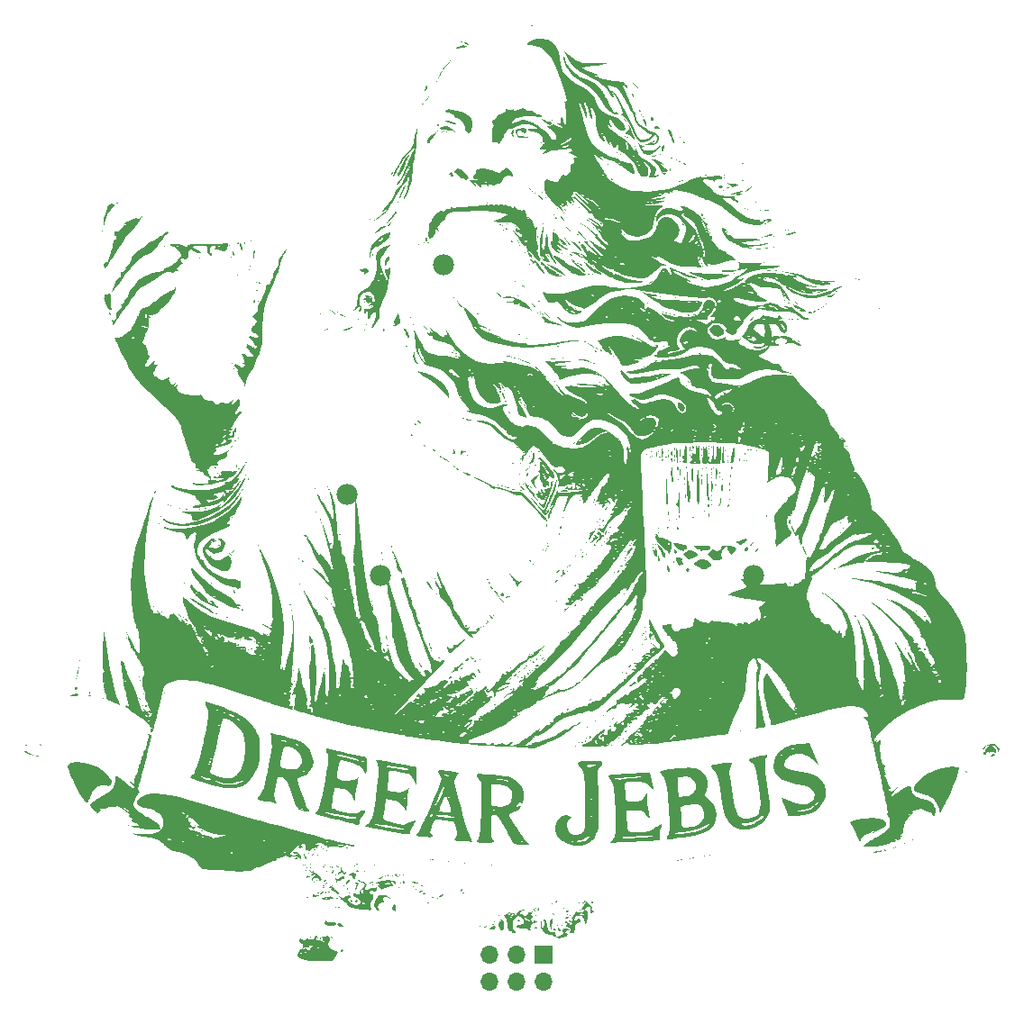
<source format=gbr>
%TF.GenerationSoftware,KiCad,Pcbnew,7.0.7*%
%TF.CreationDate,2024-03-11T11:43:04-07:00*%
%TF.ProjectId,DC32_Drear_Jeebus_SAO,44433332-5f44-4726-9561-725f4a656562,rev?*%
%TF.SameCoordinates,Original*%
%TF.FileFunction,Soldermask,Top*%
%TF.FilePolarity,Negative*%
%FSLAX46Y46*%
G04 Gerber Fmt 4.6, Leading zero omitted, Abs format (unit mm)*
G04 Created by KiCad (PCBNEW 7.0.7) date 2024-03-11 11:43:04*
%MOMM*%
%LPD*%
G01*
G04 APERTURE LIST*
%ADD10C,1.981200*%
%ADD11R,1.700000X1.700000*%
%ADD12O,1.700000X1.700000*%
G04 APERTURE END LIST*
%TO.C,G\u002A\u002A\u002A*%
G36*
X109015936Y-116039442D02*
G01*
X108965338Y-116090039D01*
X108914741Y-116039442D01*
X108965338Y-115988844D01*
X109015936Y-116039442D01*
G37*
G36*
X109319522Y-114622709D02*
G01*
X109268924Y-114673306D01*
X109218326Y-114622709D01*
X109268924Y-114572111D01*
X109319522Y-114622709D01*
G37*
G36*
X110230278Y-117051394D02*
G01*
X110179681Y-117101992D01*
X110129083Y-117051394D01*
X110179681Y-117000796D01*
X110230278Y-117051394D01*
G37*
G36*
X111444621Y-80115139D02*
G01*
X111394024Y-80165737D01*
X111343426Y-80115139D01*
X111394024Y-80064541D01*
X111444621Y-80115139D01*
G37*
G36*
X113670916Y-111991633D02*
G01*
X113620318Y-112042231D01*
X113569721Y-111991633D01*
X113620318Y-111941035D01*
X113670916Y-111991633D01*
G37*
G36*
X113670916Y-112497609D02*
G01*
X113620318Y-112548207D01*
X113569721Y-112497609D01*
X113620318Y-112447012D01*
X113670916Y-112497609D01*
G37*
G36*
X113873306Y-130105577D02*
G01*
X113822709Y-130156175D01*
X113772111Y-130105577D01*
X113822709Y-130054980D01*
X113873306Y-130105577D01*
G37*
G36*
X114784063Y-115837051D02*
G01*
X114733466Y-115887649D01*
X114682868Y-115837051D01*
X114733466Y-115786454D01*
X114784063Y-115837051D01*
G37*
G36*
X115188844Y-118872908D02*
G01*
X115138247Y-118923506D01*
X115087649Y-118872908D01*
X115138247Y-118822310D01*
X115188844Y-118872908D01*
G37*
G36*
X115290039Y-117759761D02*
G01*
X115239442Y-117810358D01*
X115188844Y-117759761D01*
X115239442Y-117709163D01*
X115290039Y-117759761D01*
G37*
G36*
X115391235Y-118569322D02*
G01*
X115340637Y-118619920D01*
X115290039Y-118569322D01*
X115340637Y-118518725D01*
X115391235Y-118569322D01*
G37*
G36*
X116099601Y-86389243D02*
G01*
X116049004Y-86439840D01*
X115998406Y-86389243D01*
X116049004Y-86338645D01*
X116099601Y-86389243D01*
G37*
G36*
X116200796Y-109562948D02*
G01*
X116150199Y-109613545D01*
X116099601Y-109562948D01*
X116150199Y-109512350D01*
X116200796Y-109562948D01*
G37*
G36*
X116706773Y-101770916D02*
G01*
X116656175Y-101821514D01*
X116605577Y-101770916D01*
X116656175Y-101720318D01*
X116706773Y-101770916D01*
G37*
G36*
X116909163Y-101062549D02*
G01*
X116858565Y-101113147D01*
X116807968Y-101062549D01*
X116858565Y-101011952D01*
X116909163Y-101062549D01*
G37*
G36*
X117010358Y-110068924D02*
G01*
X116959761Y-110119522D01*
X116909163Y-110068924D01*
X116959761Y-110018326D01*
X117010358Y-110068924D01*
G37*
G36*
X117212749Y-75662549D02*
G01*
X117162151Y-75713147D01*
X117111553Y-75662549D01*
X117162151Y-75611952D01*
X117212749Y-75662549D01*
G37*
G36*
X117212749Y-77787649D02*
G01*
X117162151Y-77838247D01*
X117111553Y-77787649D01*
X117162151Y-77737051D01*
X117212749Y-77787649D01*
G37*
G36*
X117212749Y-110271314D02*
G01*
X117162151Y-110321912D01*
X117111553Y-110271314D01*
X117162151Y-110220717D01*
X117212749Y-110271314D01*
G37*
G36*
X117212749Y-117658565D02*
G01*
X117162151Y-117709163D01*
X117111553Y-117658565D01*
X117162151Y-117607968D01*
X117212749Y-117658565D01*
G37*
G36*
X117718725Y-98229083D02*
G01*
X117668127Y-98279681D01*
X117617529Y-98229083D01*
X117668127Y-98178486D01*
X117718725Y-98229083D01*
G37*
G36*
X117819920Y-100050597D02*
G01*
X117769322Y-100101195D01*
X117718725Y-100050597D01*
X117769322Y-100000000D01*
X117819920Y-100050597D01*
G37*
G36*
X118325896Y-100455378D02*
G01*
X118275298Y-100505976D01*
X118224701Y-100455378D01*
X118275298Y-100404780D01*
X118325896Y-100455378D01*
G37*
G36*
X119034263Y-110574900D02*
G01*
X118983665Y-110625498D01*
X118933067Y-110574900D01*
X118983665Y-110524302D01*
X119034263Y-110574900D01*
G37*
G36*
X119135458Y-107336653D02*
G01*
X119084860Y-107387251D01*
X119034263Y-107336653D01*
X119084860Y-107286055D01*
X119135458Y-107336653D01*
G37*
G36*
X120147410Y-130105577D02*
G01*
X120096812Y-130156175D01*
X120046215Y-130105577D01*
X120096812Y-130054980D01*
X120147410Y-130105577D01*
G37*
G36*
X120349800Y-130510358D02*
G01*
X120299203Y-130560956D01*
X120248605Y-130510358D01*
X120299203Y-130459761D01*
X120349800Y-130510358D01*
G37*
G36*
X120552191Y-76775697D02*
G01*
X120501593Y-76826294D01*
X120450996Y-76775697D01*
X120501593Y-76725099D01*
X120552191Y-76775697D01*
G37*
G36*
X120754581Y-130611553D02*
G01*
X120703984Y-130662151D01*
X120653386Y-130611553D01*
X120703984Y-130560956D01*
X120754581Y-130611553D01*
G37*
G36*
X121462948Y-96812350D02*
G01*
X121412350Y-96862948D01*
X121361753Y-96812350D01*
X121412350Y-96761753D01*
X121462948Y-96812350D01*
G37*
G36*
X121462948Y-107134263D02*
G01*
X121412350Y-107184860D01*
X121361753Y-107134263D01*
X121412350Y-107083665D01*
X121462948Y-107134263D01*
G37*
G36*
X121564143Y-104806773D02*
G01*
X121513545Y-104857370D01*
X121462948Y-104806773D01*
X121513545Y-104756175D01*
X121564143Y-104806773D01*
G37*
G36*
X121665338Y-107336653D02*
G01*
X121614741Y-107387251D01*
X121564143Y-107336653D01*
X121614741Y-107286055D01*
X121665338Y-107336653D01*
G37*
G36*
X121766533Y-98330278D02*
G01*
X121715936Y-98380876D01*
X121665338Y-98330278D01*
X121715936Y-98279681D01*
X121766533Y-98330278D01*
G37*
G36*
X121968924Y-98330278D02*
G01*
X121918326Y-98380876D01*
X121867729Y-98330278D01*
X121918326Y-98279681D01*
X121968924Y-98330278D01*
G37*
G36*
X122373705Y-103794820D02*
G01*
X122323107Y-103845418D01*
X122272510Y-103794820D01*
X122323107Y-103744223D01*
X122373705Y-103794820D01*
G37*
G36*
X123284462Y-95193227D02*
G01*
X123233864Y-95243824D01*
X123183267Y-95193227D01*
X123233864Y-95142629D01*
X123284462Y-95193227D01*
G37*
G36*
X123486852Y-76674502D02*
G01*
X123436255Y-76725099D01*
X123385657Y-76674502D01*
X123436255Y-76623904D01*
X123486852Y-76674502D01*
G37*
G36*
X123588047Y-75460159D02*
G01*
X123537450Y-75510757D01*
X123486852Y-75460159D01*
X123537450Y-75409561D01*
X123588047Y-75460159D01*
G37*
G36*
X123588047Y-86692828D02*
G01*
X123537450Y-86743426D01*
X123486852Y-86692828D01*
X123537450Y-86642231D01*
X123588047Y-86692828D01*
G37*
G36*
X123588047Y-101163745D02*
G01*
X123537450Y-101214342D01*
X123486852Y-101163745D01*
X123537450Y-101113147D01*
X123588047Y-101163745D01*
G37*
G36*
X123689243Y-90437051D02*
G01*
X123638645Y-90487649D01*
X123588047Y-90437051D01*
X123638645Y-90386454D01*
X123689243Y-90437051D01*
G37*
G36*
X123790438Y-87198804D02*
G01*
X123739840Y-87249402D01*
X123689243Y-87198804D01*
X123739840Y-87148207D01*
X123790438Y-87198804D01*
G37*
G36*
X123891633Y-93978884D02*
G01*
X123841035Y-94029482D01*
X123790438Y-93978884D01*
X123841035Y-93928286D01*
X123891633Y-93978884D01*
G37*
G36*
X124094024Y-78394820D02*
G01*
X124043426Y-78445418D01*
X123992828Y-78394820D01*
X124043426Y-78344223D01*
X124094024Y-78394820D01*
G37*
G36*
X124094024Y-92562151D02*
G01*
X124043426Y-92612749D01*
X123992828Y-92562151D01*
X124043426Y-92511553D01*
X124094024Y-92562151D01*
G37*
G36*
X124903585Y-96002788D02*
G01*
X124852988Y-96053386D01*
X124802390Y-96002788D01*
X124852988Y-95952191D01*
X124903585Y-96002788D01*
G37*
G36*
X125105976Y-113610757D02*
G01*
X125055378Y-113661354D01*
X125004780Y-113610757D01*
X125055378Y-113560159D01*
X125105976Y-113610757D01*
G37*
G36*
X125207171Y-77888844D02*
G01*
X125156573Y-77939442D01*
X125105976Y-77888844D01*
X125156573Y-77838247D01*
X125207171Y-77888844D01*
G37*
G36*
X125409561Y-81127091D02*
G01*
X125358964Y-81177689D01*
X125308366Y-81127091D01*
X125358964Y-81076494D01*
X125409561Y-81127091D01*
G37*
G36*
X125409561Y-113509561D02*
G01*
X125358964Y-113560159D01*
X125308366Y-113509561D01*
X125358964Y-113458964D01*
X125409561Y-113509561D01*
G37*
G36*
X125611952Y-85174900D02*
G01*
X125561354Y-85225498D01*
X125510757Y-85174900D01*
X125561354Y-85124302D01*
X125611952Y-85174900D01*
G37*
G36*
X125915537Y-79811553D02*
G01*
X125864940Y-79862151D01*
X125814342Y-79811553D01*
X125864940Y-79760956D01*
X125915537Y-79811553D01*
G37*
G36*
X125915537Y-103491235D02*
G01*
X125864940Y-103541832D01*
X125814342Y-103491235D01*
X125864940Y-103440637D01*
X125915537Y-103491235D01*
G37*
G36*
X126016733Y-80823506D02*
G01*
X125966135Y-80874103D01*
X125915537Y-80823506D01*
X125966135Y-80772908D01*
X126016733Y-80823506D01*
G37*
G36*
X126016733Y-103794820D02*
G01*
X125966135Y-103845418D01*
X125915537Y-103794820D01*
X125966135Y-103744223D01*
X126016733Y-103794820D01*
G37*
G36*
X129052589Y-109360557D02*
G01*
X129001992Y-109411155D01*
X128951394Y-109360557D01*
X129001992Y-109309960D01*
X129052589Y-109360557D01*
G37*
G36*
X129153784Y-109866533D02*
G01*
X129103187Y-109917131D01*
X129052589Y-109866533D01*
X129103187Y-109815936D01*
X129153784Y-109866533D01*
G37*
G36*
X129356175Y-115533466D02*
G01*
X129305577Y-115584063D01*
X129254980Y-115533466D01*
X129305577Y-115482868D01*
X129356175Y-115533466D01*
G37*
G36*
X129356175Y-118468127D02*
G01*
X129305577Y-118518725D01*
X129254980Y-118468127D01*
X129305577Y-118417529D01*
X129356175Y-118468127D01*
G37*
G36*
X129457370Y-116545418D02*
G01*
X129406773Y-116596016D01*
X129356175Y-116545418D01*
X129406773Y-116494820D01*
X129457370Y-116545418D01*
G37*
G36*
X129963346Y-107437848D02*
G01*
X129912749Y-107488446D01*
X129862151Y-107437848D01*
X129912749Y-107387251D01*
X129963346Y-107437848D01*
G37*
G36*
X130266932Y-133849800D02*
G01*
X130216334Y-133900398D01*
X130165737Y-133849800D01*
X130216334Y-133799203D01*
X130266932Y-133849800D01*
G37*
G36*
X130469322Y-133849800D02*
G01*
X130418725Y-133900398D01*
X130368127Y-133849800D01*
X130418725Y-133799203D01*
X130469322Y-133849800D01*
G37*
G36*
X130570518Y-134355777D02*
G01*
X130519920Y-134406374D01*
X130469322Y-134355777D01*
X130519920Y-134305179D01*
X130570518Y-134355777D01*
G37*
G36*
X130671713Y-136885657D02*
G01*
X130621115Y-136936255D01*
X130570518Y-136885657D01*
X130621115Y-136835059D01*
X130671713Y-136885657D01*
G37*
G36*
X130772908Y-105616334D02*
G01*
X130722310Y-105666932D01*
X130671713Y-105616334D01*
X130722310Y-105565737D01*
X130772908Y-105616334D01*
G37*
G36*
X130772908Y-111789243D02*
G01*
X130722310Y-111839840D01*
X130671713Y-111789243D01*
X130722310Y-111738645D01*
X130772908Y-111789243D01*
G37*
G36*
X130772908Y-132736653D02*
G01*
X130722310Y-132787251D01*
X130671713Y-132736653D01*
X130722310Y-132686055D01*
X130772908Y-132736653D01*
G37*
G36*
X130874103Y-113914342D02*
G01*
X130823506Y-113964940D01*
X130772908Y-113914342D01*
X130823506Y-113863745D01*
X130874103Y-113914342D01*
G37*
G36*
X130975298Y-133748605D02*
G01*
X130924701Y-133799203D01*
X130874103Y-133748605D01*
X130924701Y-133698008D01*
X130975298Y-133748605D01*
G37*
G36*
X130975298Y-140629880D02*
G01*
X130924701Y-140680478D01*
X130874103Y-140629880D01*
X130924701Y-140579282D01*
X130975298Y-140629880D01*
G37*
G36*
X131278884Y-135468924D02*
G01*
X131228286Y-135519522D01*
X131177689Y-135468924D01*
X131228286Y-135418326D01*
X131278884Y-135468924D01*
G37*
G36*
X131380079Y-98431474D02*
G01*
X131329482Y-98482071D01*
X131278884Y-98431474D01*
X131329482Y-98380876D01*
X131380079Y-98431474D01*
G37*
G36*
X131380079Y-132939043D02*
G01*
X131329482Y-132989641D01*
X131278884Y-132939043D01*
X131329482Y-132888446D01*
X131380079Y-132939043D01*
G37*
G36*
X131380079Y-133950996D02*
G01*
X131329482Y-134001593D01*
X131278884Y-133950996D01*
X131329482Y-133900398D01*
X131380079Y-133950996D01*
G37*
G36*
X131481275Y-100657769D02*
G01*
X131430677Y-100708366D01*
X131380079Y-100657769D01*
X131430677Y-100607171D01*
X131481275Y-100657769D01*
G37*
G36*
X131582470Y-109866533D02*
G01*
X131531872Y-109917131D01*
X131481275Y-109866533D01*
X131531872Y-109815936D01*
X131582470Y-109866533D01*
G37*
G36*
X131582470Y-135266533D02*
G01*
X131531872Y-135317131D01*
X131481275Y-135266533D01*
X131531872Y-135215936D01*
X131582470Y-135266533D01*
G37*
G36*
X131683665Y-135570119D02*
G01*
X131633067Y-135620717D01*
X131582470Y-135570119D01*
X131633067Y-135519522D01*
X131683665Y-135570119D01*
G37*
G36*
X131683665Y-136480876D02*
G01*
X131633067Y-136531474D01*
X131582470Y-136480876D01*
X131633067Y-136430278D01*
X131683665Y-136480876D01*
G37*
G36*
X131784860Y-132534263D02*
G01*
X131734263Y-132584860D01*
X131683665Y-132534263D01*
X131734263Y-132483665D01*
X131784860Y-132534263D01*
G37*
G36*
X131886055Y-82037848D02*
G01*
X131835458Y-82088446D01*
X131784860Y-82037848D01*
X131835458Y-81987251D01*
X131886055Y-82037848D01*
G37*
G36*
X131886055Y-116444223D02*
G01*
X131835458Y-116494820D01*
X131784860Y-116444223D01*
X131835458Y-116393625D01*
X131886055Y-116444223D01*
G37*
G36*
X131886055Y-135671314D02*
G01*
X131835458Y-135721912D01*
X131784860Y-135671314D01*
X131835458Y-135620717D01*
X131886055Y-135671314D01*
G37*
G36*
X131987251Y-101669721D02*
G01*
X131936653Y-101720318D01*
X131886055Y-101669721D01*
X131936653Y-101619123D01*
X131987251Y-101669721D01*
G37*
G36*
X131987251Y-132129482D02*
G01*
X131936653Y-132180079D01*
X131886055Y-132129482D01*
X131936653Y-132078884D01*
X131987251Y-132129482D01*
G37*
G36*
X132189641Y-135772510D02*
G01*
X132139043Y-135823107D01*
X132088446Y-135772510D01*
X132139043Y-135721912D01*
X132189641Y-135772510D01*
G37*
G36*
X132189641Y-135974900D02*
G01*
X132139043Y-136025498D01*
X132088446Y-135974900D01*
X132139043Y-135924302D01*
X132189641Y-135974900D01*
G37*
G36*
X132290836Y-81734263D02*
G01*
X132240239Y-81784860D01*
X132189641Y-81734263D01*
X132240239Y-81683665D01*
X132290836Y-81734263D01*
G37*
G36*
X132290836Y-83555777D02*
G01*
X132240239Y-83606374D01*
X132189641Y-83555777D01*
X132240239Y-83505179D01*
X132290836Y-83555777D01*
G37*
G36*
X132290836Y-133849800D02*
G01*
X132240239Y-133900398D01*
X132189641Y-133849800D01*
X132240239Y-133799203D01*
X132290836Y-133849800D01*
G37*
G36*
X132493227Y-134456972D02*
G01*
X132442629Y-134507569D01*
X132392031Y-134456972D01*
X132442629Y-134406374D01*
X132493227Y-134456972D01*
G37*
G36*
X132695617Y-98532669D02*
G01*
X132645020Y-98583267D01*
X132594422Y-98532669D01*
X132645020Y-98482071D01*
X132695617Y-98532669D01*
G37*
G36*
X132695617Y-136379681D02*
G01*
X132645020Y-136430278D01*
X132594422Y-136379681D01*
X132645020Y-136329083D01*
X132695617Y-136379681D01*
G37*
G36*
X132796812Y-135570119D02*
G01*
X132746215Y-135620717D01*
X132695617Y-135570119D01*
X132746215Y-135519522D01*
X132796812Y-135570119D01*
G37*
G36*
X132999203Y-135772510D02*
G01*
X132948605Y-135823107D01*
X132898008Y-135772510D01*
X132948605Y-135721912D01*
X132999203Y-135772510D01*
G37*
G36*
X133302788Y-134760557D02*
G01*
X133252191Y-134811155D01*
X133201593Y-134760557D01*
X133252191Y-134709960D01*
X133302788Y-134760557D01*
G37*
G36*
X133302788Y-137796414D02*
G01*
X133252191Y-137847012D01*
X133201593Y-137796414D01*
X133252191Y-137745816D01*
X133302788Y-137796414D01*
G37*
G36*
X133505179Y-81835458D02*
G01*
X133454581Y-81886055D01*
X133403984Y-81835458D01*
X133454581Y-81784860D01*
X133505179Y-81835458D01*
G37*
G36*
X133505179Y-82139043D02*
G01*
X133454581Y-82189641D01*
X133403984Y-82139043D01*
X133454581Y-82088446D01*
X133505179Y-82139043D01*
G37*
G36*
X133606374Y-116747808D02*
G01*
X133555777Y-116798406D01*
X133505179Y-116747808D01*
X133555777Y-116697211D01*
X133606374Y-116747808D01*
G37*
G36*
X133707569Y-102782868D02*
G01*
X133656972Y-102833466D01*
X133606374Y-102782868D01*
X133656972Y-102732271D01*
X133707569Y-102782868D01*
G37*
G36*
X134112350Y-135772510D02*
G01*
X134061753Y-135823107D01*
X134011155Y-135772510D01*
X134061753Y-135721912D01*
X134112350Y-135772510D01*
G37*
G36*
X134517131Y-134052191D02*
G01*
X134466533Y-134102788D01*
X134415936Y-134052191D01*
X134466533Y-134001593D01*
X134517131Y-134052191D01*
G37*
G36*
X134517131Y-134558167D02*
G01*
X134466533Y-134608765D01*
X134415936Y-134558167D01*
X134466533Y-134507569D01*
X134517131Y-134558167D01*
G37*
G36*
X134618326Y-136480876D02*
G01*
X134567729Y-136531474D01*
X134517131Y-136480876D01*
X134567729Y-136430278D01*
X134618326Y-136480876D01*
G37*
G36*
X134719522Y-134153386D02*
G01*
X134668924Y-134203984D01*
X134618326Y-134153386D01*
X134668924Y-134102788D01*
X134719522Y-134153386D01*
G37*
G36*
X134921912Y-134052191D02*
G01*
X134871314Y-134102788D01*
X134820717Y-134052191D01*
X134871314Y-134001593D01*
X134921912Y-134052191D01*
G37*
G36*
X135225498Y-134153386D02*
G01*
X135174900Y-134203984D01*
X135124302Y-134153386D01*
X135174900Y-134102788D01*
X135225498Y-134153386D01*
G37*
G36*
X135326693Y-133748605D02*
G01*
X135276095Y-133799203D01*
X135225498Y-133748605D01*
X135276095Y-133698008D01*
X135326693Y-133748605D01*
G37*
G36*
X135427888Y-82543824D02*
G01*
X135377290Y-82594422D01*
X135326693Y-82543824D01*
X135377290Y-82493227D01*
X135427888Y-82543824D01*
G37*
G36*
X135832669Y-83353386D02*
G01*
X135782071Y-83403984D01*
X135731474Y-83353386D01*
X135782071Y-83302788D01*
X135832669Y-83353386D01*
G37*
G36*
X135933864Y-83758167D02*
G01*
X135883267Y-83808765D01*
X135832669Y-83758167D01*
X135883267Y-83707569D01*
X135933864Y-83758167D01*
G37*
G36*
X136035059Y-80924701D02*
G01*
X135984462Y-80975298D01*
X135933864Y-80924701D01*
X135984462Y-80874103D01*
X136035059Y-80924701D01*
G37*
G36*
X136035059Y-83555777D02*
G01*
X135984462Y-83606374D01*
X135933864Y-83555777D01*
X135984462Y-83505179D01*
X136035059Y-83555777D01*
G37*
G36*
X136035059Y-134456972D02*
G01*
X135984462Y-134507569D01*
X135933864Y-134456972D01*
X135984462Y-134406374D01*
X136035059Y-134456972D01*
G37*
G36*
X136136255Y-118063346D02*
G01*
X136085657Y-118113944D01*
X136035059Y-118063346D01*
X136085657Y-118012749D01*
X136136255Y-118063346D01*
G37*
G36*
X136237450Y-83049800D02*
G01*
X136186852Y-83100398D01*
X136136255Y-83049800D01*
X136186852Y-82999203D01*
X136237450Y-83049800D01*
G37*
G36*
X136237450Y-133546215D02*
G01*
X136186852Y-133596812D01*
X136136255Y-133546215D01*
X136186852Y-133495617D01*
X136237450Y-133546215D01*
G37*
G36*
X136439840Y-134052191D02*
G01*
X136389243Y-134102788D01*
X136338645Y-134052191D01*
X136389243Y-134001593D01*
X136439840Y-134052191D01*
G37*
G36*
X136541035Y-73132669D02*
G01*
X136490438Y-73183267D01*
X136439840Y-73132669D01*
X136490438Y-73082071D01*
X136541035Y-73132669D01*
G37*
G36*
X136743426Y-81329482D02*
G01*
X136692828Y-81380079D01*
X136642231Y-81329482D01*
X136692828Y-81278884D01*
X136743426Y-81329482D01*
G37*
G36*
X136743426Y-109056972D02*
G01*
X136692828Y-109107569D01*
X136642231Y-109056972D01*
X136692828Y-109006374D01*
X136743426Y-109056972D01*
G37*
G36*
X136945816Y-73233864D02*
G01*
X136895219Y-73284462D01*
X136844621Y-73233864D01*
X136895219Y-73183267D01*
X136945816Y-73233864D01*
G37*
G36*
X136945816Y-87502390D02*
G01*
X136895219Y-87552988D01*
X136844621Y-87502390D01*
X136895219Y-87451792D01*
X136945816Y-87502390D01*
G37*
G36*
X136945816Y-133849800D02*
G01*
X136895219Y-133900398D01*
X136844621Y-133849800D01*
X136895219Y-133799203D01*
X136945816Y-133849800D01*
G37*
G36*
X137047012Y-110170119D02*
G01*
X136996414Y-110220717D01*
X136945816Y-110170119D01*
X136996414Y-110119522D01*
X137047012Y-110170119D01*
G37*
G36*
X137755378Y-113307171D02*
G01*
X137704780Y-113357769D01*
X137654183Y-113307171D01*
X137704780Y-113256573D01*
X137755378Y-113307171D01*
G37*
G36*
X137957769Y-134861753D02*
G01*
X137907171Y-134912350D01*
X137856573Y-134861753D01*
X137907171Y-134811155D01*
X137957769Y-134861753D01*
G37*
G36*
X137957769Y-136177290D02*
G01*
X137907171Y-136227888D01*
X137856573Y-136177290D01*
X137907171Y-136126693D01*
X137957769Y-136177290D01*
G37*
G36*
X138463745Y-69692031D02*
G01*
X138413147Y-69742629D01*
X138362549Y-69692031D01*
X138413147Y-69641434D01*
X138463745Y-69692031D01*
G37*
G36*
X138463745Y-103491235D02*
G01*
X138413147Y-103541832D01*
X138362549Y-103491235D01*
X138413147Y-103440637D01*
X138463745Y-103491235D01*
G37*
G36*
X138463745Y-134659362D02*
G01*
X138413147Y-134709960D01*
X138362549Y-134659362D01*
X138413147Y-134608765D01*
X138463745Y-134659362D01*
G37*
G36*
X138564940Y-137189243D02*
G01*
X138514342Y-137239840D01*
X138463745Y-137189243D01*
X138514342Y-137138645D01*
X138564940Y-137189243D01*
G37*
G36*
X138666135Y-134861753D02*
G01*
X138615537Y-134912350D01*
X138564940Y-134861753D01*
X138615537Y-134811155D01*
X138666135Y-134861753D01*
G37*
G36*
X138868526Y-68275298D02*
G01*
X138817928Y-68325896D01*
X138767330Y-68275298D01*
X138817928Y-68224701D01*
X138868526Y-68275298D01*
G37*
G36*
X138868526Y-91651394D02*
G01*
X138817928Y-91701992D01*
X138767330Y-91651394D01*
X138817928Y-91600796D01*
X138868526Y-91651394D01*
G37*
G36*
X139273306Y-65138247D02*
G01*
X139222709Y-65188844D01*
X139172111Y-65138247D01*
X139222709Y-65087649D01*
X139273306Y-65138247D01*
G37*
G36*
X139273306Y-135671314D02*
G01*
X139222709Y-135721912D01*
X139172111Y-135671314D01*
X139222709Y-135620717D01*
X139273306Y-135671314D01*
G37*
G36*
X139273306Y-135974900D02*
G01*
X139222709Y-136025498D01*
X139172111Y-135974900D01*
X139222709Y-135924302D01*
X139273306Y-135974900D01*
G37*
G36*
X139374502Y-134760557D02*
G01*
X139323904Y-134811155D01*
X139273306Y-134760557D01*
X139323904Y-134709960D01*
X139374502Y-134760557D01*
G37*
G36*
X139374502Y-136177290D02*
G01*
X139323904Y-136227888D01*
X139273306Y-136177290D01*
X139323904Y-136126693D01*
X139374502Y-136177290D01*
G37*
G36*
X139576892Y-134558167D02*
G01*
X139526294Y-134608765D01*
X139475697Y-134558167D01*
X139526294Y-134507569D01*
X139576892Y-134558167D01*
G37*
G36*
X139678087Y-83252191D02*
G01*
X139627490Y-83302788D01*
X139576892Y-83252191D01*
X139627490Y-83201593D01*
X139678087Y-83252191D01*
G37*
G36*
X139678087Y-134760557D02*
G01*
X139627490Y-134811155D01*
X139576892Y-134760557D01*
X139627490Y-134709960D01*
X139678087Y-134760557D01*
G37*
G36*
X139880478Y-134558167D02*
G01*
X139829880Y-134608765D01*
X139779282Y-134558167D01*
X139829880Y-134507569D01*
X139880478Y-134558167D01*
G37*
G36*
X139981673Y-85073705D02*
G01*
X139931075Y-85124302D01*
X139880478Y-85073705D01*
X139931075Y-85023107D01*
X139981673Y-85073705D01*
G37*
G36*
X140184063Y-92157370D02*
G01*
X140133466Y-92207968D01*
X140082868Y-92157370D01*
X140133466Y-92106773D01*
X140184063Y-92157370D01*
G37*
G36*
X140386454Y-82341434D02*
G01*
X140335856Y-82392031D01*
X140285259Y-82341434D01*
X140335856Y-82290836D01*
X140386454Y-82341434D01*
G37*
G36*
X140487649Y-82746215D02*
G01*
X140437051Y-82796812D01*
X140386454Y-82746215D01*
X140437051Y-82695617D01*
X140487649Y-82746215D01*
G37*
G36*
X140588844Y-135873705D02*
G01*
X140538247Y-135924302D01*
X140487649Y-135873705D01*
X140538247Y-135823107D01*
X140588844Y-135873705D01*
G37*
G36*
X140690039Y-93574103D02*
G01*
X140639442Y-93624701D01*
X140588844Y-93574103D01*
X140639442Y-93523506D01*
X140690039Y-93574103D01*
G37*
G36*
X141196016Y-63620318D02*
G01*
X141145418Y-63670916D01*
X141094820Y-63620318D01*
X141145418Y-63569721D01*
X141196016Y-63620318D01*
G37*
G36*
X141297211Y-115735856D02*
G01*
X141246613Y-115786454D01*
X141196016Y-115735856D01*
X141246613Y-115685259D01*
X141297211Y-115735856D01*
G37*
G36*
X141499601Y-62304780D02*
G01*
X141449004Y-62355378D01*
X141398406Y-62304780D01*
X141449004Y-62254183D01*
X141499601Y-62304780D01*
G37*
G36*
X141499601Y-135165338D02*
G01*
X141449004Y-135215936D01*
X141398406Y-135165338D01*
X141449004Y-135114741D01*
X141499601Y-135165338D01*
G37*
G36*
X141803187Y-134659362D02*
G01*
X141752589Y-134709960D01*
X141701992Y-134659362D01*
X141752589Y-134608765D01*
X141803187Y-134659362D01*
G37*
G36*
X141904382Y-136582071D02*
G01*
X141853784Y-136632669D01*
X141803187Y-136582071D01*
X141853784Y-136531474D01*
X141904382Y-136582071D01*
G37*
G36*
X142005577Y-75358964D02*
G01*
X141954980Y-75409561D01*
X141904382Y-75358964D01*
X141954980Y-75308366D01*
X142005577Y-75358964D01*
G37*
G36*
X142005577Y-94687251D02*
G01*
X141954980Y-94737848D01*
X141904382Y-94687251D01*
X141954980Y-94636653D01*
X142005577Y-94687251D01*
G37*
G36*
X142005577Y-105515139D02*
G01*
X141954980Y-105565737D01*
X141904382Y-105515139D01*
X141954980Y-105464541D01*
X142005577Y-105515139D01*
G37*
G36*
X142005577Y-137391633D02*
G01*
X141954980Y-137442231D01*
X141904382Y-137391633D01*
X141954980Y-137341035D01*
X142005577Y-137391633D01*
G37*
G36*
X142207968Y-133343824D02*
G01*
X142157370Y-133394422D01*
X142106773Y-133343824D01*
X142157370Y-133293227D01*
X142207968Y-133343824D01*
G37*
G36*
X142309163Y-113711952D02*
G01*
X142258565Y-113762549D01*
X142207968Y-113711952D01*
X142258565Y-113661354D01*
X142309163Y-113711952D01*
G37*
G36*
X142309163Y-136582071D02*
G01*
X142258565Y-136632669D01*
X142207968Y-136582071D01*
X142258565Y-136531474D01*
X142309163Y-136582071D01*
G37*
G36*
X142612749Y-64531075D02*
G01*
X142562151Y-64581673D01*
X142511553Y-64531075D01*
X142562151Y-64480478D01*
X142612749Y-64531075D01*
G37*
G36*
X142612749Y-95092031D02*
G01*
X142562151Y-95142629D01*
X142511553Y-95092031D01*
X142562151Y-95041434D01*
X142612749Y-95092031D01*
G37*
G36*
X142612749Y-106931872D02*
G01*
X142562151Y-106982470D01*
X142511553Y-106931872D01*
X142562151Y-106881275D01*
X142612749Y-106931872D01*
G37*
G36*
X142713944Y-60382071D02*
G01*
X142663346Y-60432669D01*
X142612749Y-60382071D01*
X142663346Y-60331474D01*
X142713944Y-60382071D01*
G37*
G36*
X142815139Y-60179681D02*
G01*
X142764541Y-60230278D01*
X142713944Y-60179681D01*
X142764541Y-60129083D01*
X142815139Y-60179681D01*
G37*
G36*
X142815139Y-106122310D02*
G01*
X142764541Y-106172908D01*
X142713944Y-106122310D01*
X142764541Y-106071713D01*
X142815139Y-106122310D01*
G37*
G36*
X142815139Y-108348605D02*
G01*
X142764541Y-108399203D01*
X142713944Y-108348605D01*
X142764541Y-108298008D01*
X142815139Y-108348605D01*
G37*
G36*
X142916334Y-64834661D02*
G01*
X142865737Y-64885259D01*
X142815139Y-64834661D01*
X142865737Y-64784063D01*
X142916334Y-64834661D01*
G37*
G36*
X142916334Y-136986852D02*
G01*
X142865737Y-137037450D01*
X142815139Y-136986852D01*
X142865737Y-136936255D01*
X142916334Y-136986852D01*
G37*
G36*
X143118725Y-136582071D02*
G01*
X143068127Y-136632669D01*
X143017529Y-136582071D01*
X143068127Y-136531474D01*
X143118725Y-136582071D01*
G37*
G36*
X143219920Y-64025099D02*
G01*
X143169322Y-64075697D01*
X143118725Y-64025099D01*
X143169322Y-63974502D01*
X143219920Y-64025099D01*
G37*
G36*
X143321115Y-64935856D02*
G01*
X143270518Y-64986454D01*
X143219920Y-64935856D01*
X143270518Y-64885259D01*
X143321115Y-64935856D01*
G37*
G36*
X143523506Y-64834661D02*
G01*
X143472908Y-64885259D01*
X143422310Y-64834661D01*
X143472908Y-64784063D01*
X143523506Y-64834661D01*
G37*
G36*
X143523506Y-133546215D02*
G01*
X143472908Y-133596812D01*
X143422310Y-133546215D01*
X143472908Y-133495617D01*
X143523506Y-133546215D01*
G37*
G36*
X143624701Y-83252191D02*
G01*
X143574103Y-83302788D01*
X143523506Y-83252191D01*
X143574103Y-83201593D01*
X143624701Y-83252191D01*
G37*
G36*
X143624701Y-113307171D02*
G01*
X143574103Y-113357769D01*
X143523506Y-113307171D01*
X143574103Y-113256573D01*
X143624701Y-113307171D01*
G37*
G36*
X143725896Y-64935856D02*
G01*
X143675298Y-64986454D01*
X143624701Y-64935856D01*
X143675298Y-64885259D01*
X143725896Y-64935856D01*
G37*
G36*
X144231872Y-85883267D02*
G01*
X144181275Y-85933864D01*
X144130677Y-85883267D01*
X144181275Y-85832669D01*
X144231872Y-85883267D01*
G37*
G36*
X144434263Y-80519920D02*
G01*
X144383665Y-80570518D01*
X144333067Y-80519920D01*
X144383665Y-80469322D01*
X144434263Y-80519920D01*
G37*
G36*
X144434263Y-85478486D02*
G01*
X144383665Y-85529083D01*
X144333067Y-85478486D01*
X144383665Y-85427888D01*
X144434263Y-85478486D01*
G37*
G36*
X144434263Y-135671314D02*
G01*
X144383665Y-135721912D01*
X144333067Y-135671314D01*
X144383665Y-135620717D01*
X144434263Y-135671314D01*
G37*
G36*
X144535458Y-112902390D02*
G01*
X144484860Y-112952988D01*
X144434263Y-112902390D01*
X144484860Y-112851792D01*
X144535458Y-112902390D01*
G37*
G36*
X144535458Y-115837051D02*
G01*
X144484860Y-115887649D01*
X144434263Y-115837051D01*
X144484860Y-115786454D01*
X144535458Y-115837051D01*
G37*
G36*
X144636653Y-57346215D02*
G01*
X144586055Y-57396812D01*
X144535458Y-57346215D01*
X144586055Y-57295617D01*
X144636653Y-57346215D01*
G37*
G36*
X144737848Y-80823506D02*
G01*
X144687251Y-80874103D01*
X144636653Y-80823506D01*
X144687251Y-80772908D01*
X144737848Y-80823506D01*
G37*
G36*
X145142629Y-56435458D02*
G01*
X145092031Y-56486055D01*
X145041434Y-56435458D01*
X145092031Y-56384860D01*
X145142629Y-56435458D01*
G37*
G36*
X145142629Y-96812350D02*
G01*
X145092031Y-96862948D01*
X145041434Y-96812350D01*
X145092031Y-96761753D01*
X145142629Y-96812350D01*
G37*
G36*
X145446215Y-133647410D02*
G01*
X145395617Y-133698008D01*
X145345020Y-133647410D01*
X145395617Y-133596812D01*
X145446215Y-133647410D01*
G37*
G36*
X146053386Y-116950199D02*
G01*
X146002788Y-117000796D01*
X145952191Y-116950199D01*
X146002788Y-116899601D01*
X146053386Y-116950199D01*
G37*
G36*
X146154581Y-97318326D02*
G01*
X146103984Y-97368924D01*
X146053386Y-97318326D01*
X146103984Y-97267729D01*
X146154581Y-97318326D01*
G37*
G36*
X146154581Y-135570119D02*
G01*
X146103984Y-135620717D01*
X146053386Y-135570119D01*
X146103984Y-135519522D01*
X146154581Y-135570119D01*
G37*
G36*
X146458167Y-117051394D02*
G01*
X146407569Y-117101992D01*
X146356972Y-117051394D01*
X146407569Y-117000796D01*
X146458167Y-117051394D01*
G37*
G36*
X146559362Y-117253784D02*
G01*
X146508765Y-117304382D01*
X146458167Y-117253784D01*
X146508765Y-117203187D01*
X146559362Y-117253784D01*
G37*
G36*
X146660557Y-82037848D02*
G01*
X146609960Y-82088446D01*
X146559362Y-82037848D01*
X146609960Y-81987251D01*
X146660557Y-82037848D01*
G37*
G36*
X146660557Y-97217131D02*
G01*
X146609960Y-97267729D01*
X146559362Y-97217131D01*
X146609960Y-97166533D01*
X146660557Y-97217131D01*
G37*
G36*
X146862948Y-114521514D02*
G01*
X146812350Y-114572111D01*
X146761753Y-114521514D01*
X146812350Y-114470916D01*
X146862948Y-114521514D01*
G37*
G36*
X146862948Y-139617928D02*
G01*
X146812350Y-139668526D01*
X146761753Y-139617928D01*
X146812350Y-139567330D01*
X146862948Y-139617928D01*
G37*
G36*
X146964143Y-111485657D02*
G01*
X146913545Y-111536255D01*
X146862948Y-111485657D01*
X146913545Y-111435059D01*
X146964143Y-111485657D01*
G37*
G36*
X147267729Y-113813147D02*
G01*
X147217131Y-113863745D01*
X147166533Y-113813147D01*
X147217131Y-113762549D01*
X147267729Y-113813147D01*
G37*
G36*
X147571314Y-71614741D02*
G01*
X147520717Y-71665338D01*
X147470119Y-71614741D01*
X147520717Y-71564143D01*
X147571314Y-71614741D01*
G37*
G36*
X147773705Y-83555777D02*
G01*
X147723107Y-83606374D01*
X147672510Y-83555777D01*
X147723107Y-83505179D01*
X147773705Y-83555777D01*
G37*
G36*
X147976095Y-133849800D02*
G01*
X147925498Y-133900398D01*
X147874900Y-133849800D01*
X147925498Y-133799203D01*
X147976095Y-133849800D01*
G37*
G36*
X148178486Y-110372510D02*
G01*
X148127888Y-110423107D01*
X148077290Y-110372510D01*
X148127888Y-110321912D01*
X148178486Y-110372510D01*
G37*
G36*
X148279681Y-98735059D02*
G01*
X148229083Y-98785657D01*
X148178486Y-98735059D01*
X148229083Y-98684462D01*
X148279681Y-98735059D01*
G37*
G36*
X148279681Y-118771713D02*
G01*
X148229083Y-118822310D01*
X148178486Y-118771713D01*
X148229083Y-118721115D01*
X148279681Y-118771713D01*
G37*
G36*
X148482071Y-116444223D02*
G01*
X148431474Y-116494820D01*
X148380876Y-116444223D01*
X148431474Y-116393625D01*
X148482071Y-116444223D01*
G37*
G36*
X148583267Y-98127888D02*
G01*
X148532669Y-98178486D01*
X148482071Y-98127888D01*
X148532669Y-98077290D01*
X148583267Y-98127888D01*
G37*
G36*
X148684462Y-112194024D02*
G01*
X148633864Y-112244621D01*
X148583267Y-112194024D01*
X148633864Y-112143426D01*
X148684462Y-112194024D01*
G37*
G36*
X148684462Y-138605976D02*
G01*
X148633864Y-138656573D01*
X148583267Y-138605976D01*
X148633864Y-138555378D01*
X148684462Y-138605976D01*
G37*
G36*
X148785657Y-73638645D02*
G01*
X148735059Y-73689243D01*
X148684462Y-73638645D01*
X148735059Y-73588047D01*
X148785657Y-73638645D01*
G37*
G36*
X148988047Y-73739840D02*
G01*
X148937450Y-73790438D01*
X148886852Y-73739840D01*
X148937450Y-73689243D01*
X148988047Y-73739840D01*
G37*
G36*
X148988047Y-112194024D02*
G01*
X148937450Y-112244621D01*
X148886852Y-112194024D01*
X148937450Y-112143426D01*
X148988047Y-112194024D01*
G37*
G36*
X149089243Y-74144621D02*
G01*
X149038645Y-74195219D01*
X148988047Y-74144621D01*
X149038645Y-74094024D01*
X149089243Y-74144621D01*
G37*
G36*
X149089243Y-80216334D02*
G01*
X149038645Y-80266932D01*
X148988047Y-80216334D01*
X149038645Y-80165737D01*
X149089243Y-80216334D01*
G37*
G36*
X149190438Y-89222709D02*
G01*
X149139840Y-89273306D01*
X149089243Y-89222709D01*
X149139840Y-89172111D01*
X149190438Y-89222709D01*
G37*
G36*
X149291633Y-89425099D02*
G01*
X149241035Y-89475697D01*
X149190438Y-89425099D01*
X149241035Y-89374502D01*
X149291633Y-89425099D01*
G37*
G36*
X149291633Y-90234661D02*
G01*
X149241035Y-90285259D01*
X149190438Y-90234661D01*
X149241035Y-90184063D01*
X149291633Y-90234661D01*
G37*
G36*
X149392828Y-73537450D02*
G01*
X149342231Y-73588047D01*
X149291633Y-73537450D01*
X149342231Y-73486852D01*
X149392828Y-73537450D01*
G37*
G36*
X149392828Y-106122310D02*
G01*
X149342231Y-106172908D01*
X149291633Y-106122310D01*
X149342231Y-106071713D01*
X149392828Y-106122310D01*
G37*
G36*
X149494024Y-90943028D02*
G01*
X149443426Y-90993625D01*
X149392828Y-90943028D01*
X149443426Y-90892430D01*
X149494024Y-90943028D01*
G37*
G36*
X149595219Y-117557370D02*
G01*
X149544621Y-117607968D01*
X149494024Y-117557370D01*
X149544621Y-117506773D01*
X149595219Y-117557370D01*
G37*
G36*
X149797609Y-117354980D02*
G01*
X149747012Y-117405577D01*
X149696414Y-117354980D01*
X149747012Y-117304382D01*
X149797609Y-117354980D01*
G37*
G36*
X150101195Y-75561354D02*
G01*
X150050597Y-75611952D01*
X150000000Y-75561354D01*
X150050597Y-75510757D01*
X150101195Y-75561354D01*
G37*
G36*
X150202390Y-79001992D02*
G01*
X150151792Y-79052589D01*
X150101195Y-79001992D01*
X150151792Y-78951394D01*
X150202390Y-79001992D01*
G37*
G36*
X150202390Y-116444223D02*
G01*
X150151792Y-116494820D01*
X150101195Y-116444223D01*
X150151792Y-116393625D01*
X150202390Y-116444223D01*
G37*
G36*
X150404780Y-75156573D02*
G01*
X150354183Y-75207171D01*
X150303585Y-75156573D01*
X150354183Y-75105976D01*
X150404780Y-75156573D01*
G37*
G36*
X150404780Y-80317529D02*
G01*
X150354183Y-80368127D01*
X150303585Y-80317529D01*
X150354183Y-80266932D01*
X150404780Y-80317529D01*
G37*
G36*
X150404780Y-116140637D02*
G01*
X150354183Y-116191235D01*
X150303585Y-116140637D01*
X150354183Y-116090039D01*
X150404780Y-116140637D01*
G37*
G36*
X150505976Y-75358964D02*
G01*
X150455378Y-75409561D01*
X150404780Y-75358964D01*
X150455378Y-75308366D01*
X150505976Y-75358964D01*
G37*
G36*
X150607171Y-84264143D02*
G01*
X150556573Y-84314741D01*
X150505976Y-84264143D01*
X150556573Y-84213545D01*
X150607171Y-84264143D01*
G37*
G36*
X150607171Y-97115936D02*
G01*
X150556573Y-97166533D01*
X150505976Y-97115936D01*
X150556573Y-97065338D01*
X150607171Y-97115936D01*
G37*
G36*
X150607171Y-98026693D02*
G01*
X150556573Y-98077290D01*
X150505976Y-98026693D01*
X150556573Y-97976095D01*
X150607171Y-98026693D01*
G37*
G36*
X150607171Y-119682470D02*
G01*
X150556573Y-119733067D01*
X150505976Y-119682470D01*
X150556573Y-119631872D01*
X150607171Y-119682470D01*
G37*
G36*
X150708366Y-96103984D02*
G01*
X150657769Y-96154581D01*
X150607171Y-96103984D01*
X150657769Y-96053386D01*
X150708366Y-96103984D01*
G37*
G36*
X150809561Y-116241832D02*
G01*
X150758964Y-116292430D01*
X150708366Y-116241832D01*
X150758964Y-116191235D01*
X150809561Y-116241832D01*
G37*
G36*
X150910757Y-98026693D02*
G01*
X150860159Y-98077290D01*
X150809561Y-98026693D01*
X150860159Y-97976095D01*
X150910757Y-98026693D01*
G37*
G36*
X151011952Y-104503187D02*
G01*
X150961354Y-104553784D01*
X150910757Y-104503187D01*
X150961354Y-104452589D01*
X151011952Y-104503187D01*
G37*
G36*
X151113147Y-76269721D02*
G01*
X151062549Y-76320318D01*
X151011952Y-76269721D01*
X151062549Y-76219123D01*
X151113147Y-76269721D01*
G37*
G36*
X151113147Y-90841832D02*
G01*
X151062549Y-90892430D01*
X151011952Y-90841832D01*
X151062549Y-90791235D01*
X151113147Y-90841832D01*
G37*
G36*
X151214342Y-138302390D02*
G01*
X151163745Y-138352988D01*
X151113147Y-138302390D01*
X151163745Y-138251792D01*
X151214342Y-138302390D01*
G37*
G36*
X151416733Y-105009163D02*
G01*
X151366135Y-105059761D01*
X151315537Y-105009163D01*
X151366135Y-104958565D01*
X151416733Y-105009163D01*
G37*
G36*
X151517928Y-77382868D02*
G01*
X151467330Y-77433466D01*
X151416733Y-77382868D01*
X151467330Y-77332271D01*
X151517928Y-77382868D01*
G37*
G36*
X151517928Y-95395617D02*
G01*
X151467330Y-95446215D01*
X151416733Y-95395617D01*
X151467330Y-95345020D01*
X151517928Y-95395617D01*
G37*
G36*
X151517928Y-114015537D02*
G01*
X151467330Y-114066135D01*
X151416733Y-114015537D01*
X151467330Y-113964940D01*
X151517928Y-114015537D01*
G37*
G36*
X151517928Y-115533466D02*
G01*
X151467330Y-115584063D01*
X151416733Y-115533466D01*
X151467330Y-115482868D01*
X151517928Y-115533466D01*
G37*
G36*
X151619123Y-65138247D02*
G01*
X151568526Y-65188844D01*
X151517928Y-65138247D01*
X151568526Y-65087649D01*
X151619123Y-65138247D01*
G37*
G36*
X151619123Y-95193227D02*
G01*
X151568526Y-95243824D01*
X151517928Y-95193227D01*
X151568526Y-95142629D01*
X151619123Y-95193227D01*
G37*
G36*
X151619123Y-114622709D02*
G01*
X151568526Y-114673306D01*
X151517928Y-114622709D01*
X151568526Y-114572111D01*
X151619123Y-114622709D01*
G37*
G36*
X151619123Y-115735856D02*
G01*
X151568526Y-115786454D01*
X151517928Y-115735856D01*
X151568526Y-115685259D01*
X151619123Y-115735856D01*
G37*
G36*
X151720318Y-94990836D02*
G01*
X151669721Y-95041434D01*
X151619123Y-94990836D01*
X151669721Y-94940239D01*
X151720318Y-94990836D01*
G37*
G36*
X151821514Y-70501593D02*
G01*
X151770916Y-70552191D01*
X151720318Y-70501593D01*
X151770916Y-70450996D01*
X151821514Y-70501593D01*
G37*
G36*
X151821514Y-115331075D02*
G01*
X151770916Y-115381673D01*
X151720318Y-115331075D01*
X151770916Y-115280478D01*
X151821514Y-115331075D01*
G37*
G36*
X151821514Y-115533466D02*
G01*
X151770916Y-115584063D01*
X151720318Y-115533466D01*
X151770916Y-115482868D01*
X151821514Y-115533466D01*
G37*
G36*
X152023904Y-70703984D02*
G01*
X151973306Y-70754581D01*
X151922709Y-70703984D01*
X151973306Y-70653386D01*
X152023904Y-70703984D01*
G37*
G36*
X152125099Y-137897609D02*
G01*
X152074502Y-137948207D01*
X152023904Y-137897609D01*
X152074502Y-137847012D01*
X152125099Y-137897609D01*
G37*
G36*
X152125099Y-138605976D02*
G01*
X152074502Y-138656573D01*
X152023904Y-138605976D01*
X152074502Y-138555378D01*
X152125099Y-138605976D01*
G37*
G36*
X152226294Y-81633067D02*
G01*
X152175697Y-81683665D01*
X152125099Y-81633067D01*
X152175697Y-81582470D01*
X152226294Y-81633067D01*
G37*
G36*
X152226294Y-82139043D02*
G01*
X152175697Y-82189641D01*
X152125099Y-82139043D01*
X152175697Y-82088446D01*
X152226294Y-82139043D01*
G37*
G36*
X152226294Y-137695219D02*
G01*
X152175697Y-137745816D01*
X152125099Y-137695219D01*
X152175697Y-137644621D01*
X152226294Y-137695219D01*
G37*
G36*
X152327490Y-117152589D02*
G01*
X152276892Y-117203187D01*
X152226294Y-117152589D01*
X152276892Y-117101992D01*
X152327490Y-117152589D01*
G37*
G36*
X152428685Y-78091235D02*
G01*
X152378087Y-78141832D01*
X152327490Y-78091235D01*
X152378087Y-78040637D01*
X152428685Y-78091235D01*
G37*
G36*
X152428685Y-80823506D02*
G01*
X152378087Y-80874103D01*
X152327490Y-80823506D01*
X152378087Y-80772908D01*
X152428685Y-80823506D01*
G37*
G36*
X152428685Y-82240239D02*
G01*
X152378087Y-82290836D01*
X152327490Y-82240239D01*
X152378087Y-82189641D01*
X152428685Y-82240239D01*
G37*
G36*
X152428685Y-94990836D02*
G01*
X152378087Y-95041434D01*
X152327490Y-94990836D01*
X152378087Y-94940239D01*
X152428685Y-94990836D01*
G37*
G36*
X152529880Y-81835458D02*
G01*
X152479282Y-81886055D01*
X152428685Y-81835458D01*
X152479282Y-81784860D01*
X152529880Y-81835458D01*
G37*
G36*
X152529880Y-82037848D02*
G01*
X152479282Y-82088446D01*
X152428685Y-82037848D01*
X152479282Y-81987251D01*
X152529880Y-82037848D01*
G37*
G36*
X152529880Y-114116733D02*
G01*
X152479282Y-114167330D01*
X152428685Y-114116733D01*
X152479282Y-114066135D01*
X152529880Y-114116733D01*
G37*
G36*
X152631075Y-65947808D02*
G01*
X152580478Y-65998406D01*
X152529880Y-65947808D01*
X152580478Y-65897211D01*
X152631075Y-65947808D01*
G37*
G36*
X152732271Y-70602788D02*
G01*
X152681673Y-70653386D01*
X152631075Y-70602788D01*
X152681673Y-70552191D01*
X152732271Y-70602788D01*
G37*
G36*
X152732271Y-76775697D02*
G01*
X152681673Y-76826294D01*
X152631075Y-76775697D01*
X152681673Y-76725099D01*
X152732271Y-76775697D01*
G37*
G36*
X152732271Y-99747012D02*
G01*
X152681673Y-99797609D01*
X152631075Y-99747012D01*
X152681673Y-99696414D01*
X152732271Y-99747012D01*
G37*
G36*
X152732271Y-113711952D02*
G01*
X152681673Y-113762549D01*
X152631075Y-113711952D01*
X152681673Y-113661354D01*
X152732271Y-113711952D01*
G37*
G36*
X152833466Y-73537450D02*
G01*
X152782868Y-73588047D01*
X152732271Y-73537450D01*
X152782868Y-73486852D01*
X152833466Y-73537450D01*
G37*
G36*
X152833466Y-104199601D02*
G01*
X152782868Y-104250199D01*
X152732271Y-104199601D01*
X152782868Y-104149004D01*
X152833466Y-104199601D01*
G37*
G36*
X152934661Y-87300000D02*
G01*
X152884063Y-87350597D01*
X152833466Y-87300000D01*
X152884063Y-87249402D01*
X152934661Y-87300000D01*
G37*
G36*
X153035856Y-71108765D02*
G01*
X152985259Y-71159362D01*
X152934661Y-71108765D01*
X152985259Y-71058167D01*
X153035856Y-71108765D01*
G37*
G36*
X153035856Y-104300796D02*
G01*
X152985259Y-104351394D01*
X152934661Y-104300796D01*
X152985259Y-104250199D01*
X153035856Y-104300796D01*
G37*
G36*
X153035856Y-107640239D02*
G01*
X152985259Y-107690836D01*
X152934661Y-107640239D01*
X152985259Y-107589641D01*
X153035856Y-107640239D01*
G37*
G36*
X153035856Y-137594024D02*
G01*
X152985259Y-137644621D01*
X152934661Y-137594024D01*
X152985259Y-137543426D01*
X153035856Y-137594024D01*
G37*
G36*
X153137051Y-102378087D02*
G01*
X153086454Y-102428685D01*
X153035856Y-102378087D01*
X153086454Y-102327490D01*
X153137051Y-102378087D01*
G37*
G36*
X153137051Y-104098406D02*
G01*
X153086454Y-104149004D01*
X153035856Y-104098406D01*
X153086454Y-104047808D01*
X153137051Y-104098406D01*
G37*
G36*
X153238247Y-103592430D02*
G01*
X153187649Y-103643028D01*
X153137051Y-103592430D01*
X153187649Y-103541832D01*
X153238247Y-103592430D01*
G37*
G36*
X153238247Y-110170119D02*
G01*
X153187649Y-110220717D01*
X153137051Y-110170119D01*
X153187649Y-110119522D01*
X153238247Y-110170119D01*
G37*
G36*
X153339442Y-137695219D02*
G01*
X153288844Y-137745816D01*
X153238247Y-137695219D01*
X153288844Y-137644621D01*
X153339442Y-137695219D01*
G37*
G36*
X153541832Y-78496016D02*
G01*
X153491235Y-78546613D01*
X153440637Y-78496016D01*
X153491235Y-78445418D01*
X153541832Y-78496016D01*
G37*
G36*
X153643028Y-63620318D02*
G01*
X153592430Y-63670916D01*
X153541832Y-63620318D01*
X153592430Y-63569721D01*
X153643028Y-63620318D01*
G37*
G36*
X153643028Y-63822709D02*
G01*
X153592430Y-63873306D01*
X153541832Y-63822709D01*
X153592430Y-63772111D01*
X153643028Y-63822709D01*
G37*
G36*
X153643028Y-137492828D02*
G01*
X153592430Y-137543426D01*
X153541832Y-137492828D01*
X153592430Y-137442231D01*
X153643028Y-137492828D01*
G37*
G36*
X153845418Y-72727888D02*
G01*
X153794820Y-72778486D01*
X153744223Y-72727888D01*
X153794820Y-72677290D01*
X153845418Y-72727888D01*
G37*
G36*
X153845418Y-74144621D02*
G01*
X153794820Y-74195219D01*
X153744223Y-74144621D01*
X153794820Y-74094024D01*
X153845418Y-74144621D01*
G37*
G36*
X153946613Y-106527091D02*
G01*
X153896016Y-106577689D01*
X153845418Y-106527091D01*
X153896016Y-106476494D01*
X153946613Y-106527091D01*
G37*
G36*
X153946613Y-138707171D02*
G01*
X153896016Y-138757769D01*
X153845418Y-138707171D01*
X153896016Y-138656573D01*
X153946613Y-138707171D01*
G37*
G36*
X154047808Y-109056972D02*
G01*
X153997211Y-109107569D01*
X153946613Y-109056972D01*
X153997211Y-109006374D01*
X154047808Y-109056972D01*
G37*
G36*
X154149004Y-72120717D02*
G01*
X154098406Y-72171314D01*
X154047808Y-72120717D01*
X154098406Y-72070119D01*
X154149004Y-72120717D01*
G37*
G36*
X154149004Y-96711155D02*
G01*
X154098406Y-96761753D01*
X154047808Y-96711155D01*
X154098406Y-96660557D01*
X154149004Y-96711155D01*
G37*
G36*
X154149004Y-106628286D02*
G01*
X154098406Y-106678884D01*
X154047808Y-106628286D01*
X154098406Y-106577689D01*
X154149004Y-106628286D01*
G37*
G36*
X154149004Y-139516733D02*
G01*
X154098406Y-139567330D01*
X154047808Y-139516733D01*
X154098406Y-139466135D01*
X154149004Y-139516733D01*
G37*
G36*
X154250199Y-72424302D02*
G01*
X154199601Y-72474900D01*
X154149004Y-72424302D01*
X154199601Y-72373705D01*
X154250199Y-72424302D01*
G37*
G36*
X154351394Y-138201195D02*
G01*
X154300796Y-138251792D01*
X154250199Y-138201195D01*
X154300796Y-138150597D01*
X154351394Y-138201195D01*
G37*
G36*
X154452589Y-140225099D02*
G01*
X154401992Y-140275697D01*
X154351394Y-140225099D01*
X154401992Y-140174502D01*
X154452589Y-140225099D01*
G37*
G36*
X154553784Y-76370916D02*
G01*
X154503187Y-76421514D01*
X154452589Y-76370916D01*
X154503187Y-76320318D01*
X154553784Y-76370916D01*
G37*
G36*
X154553784Y-139516733D02*
G01*
X154503187Y-139567330D01*
X154452589Y-139516733D01*
X154503187Y-139466135D01*
X154553784Y-139516733D01*
G37*
G36*
X154654980Y-86186852D02*
G01*
X154604382Y-86237450D01*
X154553784Y-86186852D01*
X154604382Y-86136255D01*
X154654980Y-86186852D01*
G37*
G36*
X154654980Y-101163745D02*
G01*
X154604382Y-101214342D01*
X154553784Y-101163745D01*
X154604382Y-101113147D01*
X154654980Y-101163745D01*
G37*
G36*
X154654980Y-139719123D02*
G01*
X154604382Y-139769721D01*
X154553784Y-139719123D01*
X154604382Y-139668526D01*
X154654980Y-139719123D01*
G37*
G36*
X154756175Y-72525498D02*
G01*
X154705577Y-72576095D01*
X154654980Y-72525498D01*
X154705577Y-72474900D01*
X154756175Y-72525498D01*
G37*
G36*
X154756175Y-137897609D02*
G01*
X154705577Y-137948207D01*
X154654980Y-137897609D01*
X154705577Y-137847012D01*
X154756175Y-137897609D01*
G37*
G36*
X154958565Y-89526294D02*
G01*
X154907968Y-89576892D01*
X154857370Y-89526294D01*
X154907968Y-89475697D01*
X154958565Y-89526294D01*
G37*
G36*
X155059761Y-78496016D02*
G01*
X155009163Y-78546613D01*
X154958565Y-78496016D01*
X155009163Y-78445418D01*
X155059761Y-78496016D01*
G37*
G36*
X155059761Y-105818725D02*
G01*
X155009163Y-105869322D01*
X154958565Y-105818725D01*
X155009163Y-105768127D01*
X155059761Y-105818725D01*
G37*
G36*
X155059761Y-106223506D02*
G01*
X155009163Y-106274103D01*
X154958565Y-106223506D01*
X155009163Y-106172908D01*
X155059761Y-106223506D01*
G37*
G36*
X155059761Y-138504780D02*
G01*
X155009163Y-138555378D01*
X154958565Y-138504780D01*
X155009163Y-138454183D01*
X155059761Y-138504780D01*
G37*
G36*
X155160956Y-73436255D02*
G01*
X155110358Y-73486852D01*
X155059761Y-73436255D01*
X155110358Y-73385657D01*
X155160956Y-73436255D01*
G37*
G36*
X155160956Y-111991633D02*
G01*
X155110358Y-112042231D01*
X155059761Y-111991633D01*
X155110358Y-111941035D01*
X155160956Y-111991633D01*
G37*
G36*
X155363346Y-138605976D02*
G01*
X155312749Y-138656573D01*
X155262151Y-138605976D01*
X155312749Y-138555378D01*
X155363346Y-138605976D01*
G37*
G36*
X155869322Y-72323107D02*
G01*
X155818725Y-72373705D01*
X155768127Y-72323107D01*
X155818725Y-72272510D01*
X155869322Y-72323107D01*
G37*
G36*
X155869322Y-81531872D02*
G01*
X155818725Y-81582470D01*
X155768127Y-81531872D01*
X155818725Y-81481275D01*
X155869322Y-81531872D01*
G37*
G36*
X155869322Y-104806773D02*
G01*
X155818725Y-104857370D01*
X155768127Y-104806773D01*
X155818725Y-104756175D01*
X155869322Y-104806773D01*
G37*
G36*
X155869322Y-109158167D02*
G01*
X155818725Y-109208765D01*
X155768127Y-109158167D01*
X155818725Y-109107569D01*
X155869322Y-109158167D01*
G37*
G36*
X155970518Y-71817131D02*
G01*
X155919920Y-71867729D01*
X155869322Y-71817131D01*
X155919920Y-71766533D01*
X155970518Y-71817131D01*
G37*
G36*
X156071713Y-74549402D02*
G01*
X156021115Y-74600000D01*
X155970518Y-74549402D01*
X156021115Y-74498804D01*
X156071713Y-74549402D01*
G37*
G36*
X156071713Y-77281673D02*
G01*
X156021115Y-77332271D01*
X155970518Y-77281673D01*
X156021115Y-77231075D01*
X156071713Y-77281673D01*
G37*
G36*
X156172908Y-72019522D02*
G01*
X156122310Y-72070119D01*
X156071713Y-72019522D01*
X156122310Y-71968924D01*
X156172908Y-72019522D01*
G37*
G36*
X156172908Y-122313545D02*
G01*
X156122310Y-122364143D01*
X156071713Y-122313545D01*
X156122310Y-122262948D01*
X156172908Y-122313545D01*
G37*
G36*
X156172908Y-122718326D02*
G01*
X156122310Y-122768924D01*
X156071713Y-122718326D01*
X156122310Y-122667729D01*
X156172908Y-122718326D01*
G37*
G36*
X156172908Y-137391633D02*
G01*
X156122310Y-137442231D01*
X156071713Y-137391633D01*
X156122310Y-137341035D01*
X156172908Y-137391633D01*
G37*
G36*
X156274103Y-99544621D02*
G01*
X156223506Y-99595219D01*
X156172908Y-99544621D01*
X156223506Y-99494024D01*
X156274103Y-99544621D01*
G37*
G36*
X156375298Y-73537450D02*
G01*
X156324701Y-73588047D01*
X156274103Y-73537450D01*
X156324701Y-73486852D01*
X156375298Y-73537450D01*
G37*
G36*
X156375298Y-104199601D02*
G01*
X156324701Y-104250199D01*
X156274103Y-104199601D01*
X156324701Y-104149004D01*
X156375298Y-104199601D01*
G37*
G36*
X156476494Y-76978087D02*
G01*
X156425896Y-77028685D01*
X156375298Y-76978087D01*
X156425896Y-76927490D01*
X156476494Y-76978087D01*
G37*
G36*
X156881275Y-72424302D02*
G01*
X156830677Y-72474900D01*
X156780079Y-72424302D01*
X156830677Y-72373705D01*
X156881275Y-72424302D01*
G37*
G36*
X156881275Y-121908765D02*
G01*
X156830677Y-121959362D01*
X156780079Y-121908765D01*
X156830677Y-121858167D01*
X156881275Y-121908765D01*
G37*
G36*
X156982470Y-118468127D02*
G01*
X156931872Y-118518725D01*
X156881275Y-118468127D01*
X156931872Y-118417529D01*
X156982470Y-118468127D01*
G37*
G36*
X156982470Y-120896812D02*
G01*
X156931872Y-120947410D01*
X156881275Y-120896812D01*
X156931872Y-120846215D01*
X156982470Y-120896812D01*
G37*
G36*
X157083665Y-78293625D02*
G01*
X157033067Y-78344223D01*
X156982470Y-78293625D01*
X157033067Y-78243028D01*
X157083665Y-78293625D01*
G37*
G36*
X157184860Y-136683267D02*
G01*
X157134263Y-136733864D01*
X157083665Y-136683267D01*
X157134263Y-136632669D01*
X157184860Y-136683267D01*
G37*
G36*
X157387251Y-103896016D02*
G01*
X157336653Y-103946613D01*
X157286055Y-103896016D01*
X157336653Y-103845418D01*
X157387251Y-103896016D01*
G37*
G36*
X157488446Y-78293625D02*
G01*
X157437848Y-78344223D01*
X157387251Y-78293625D01*
X157437848Y-78243028D01*
X157488446Y-78293625D01*
G37*
G36*
X157690836Y-99949402D02*
G01*
X157640239Y-100000000D01*
X157589641Y-99949402D01*
X157640239Y-99898804D01*
X157690836Y-99949402D01*
G37*
G36*
X157690836Y-120289641D02*
G01*
X157640239Y-120340239D01*
X157589641Y-120289641D01*
X157640239Y-120239043D01*
X157690836Y-120289641D01*
G37*
G36*
X157792031Y-88413147D02*
G01*
X157741434Y-88463745D01*
X157690836Y-88413147D01*
X157741434Y-88362549D01*
X157792031Y-88413147D01*
G37*
G36*
X157893227Y-101568526D02*
G01*
X157842629Y-101619123D01*
X157792031Y-101568526D01*
X157842629Y-101517928D01*
X157893227Y-101568526D01*
G37*
G36*
X158298008Y-103794820D02*
G01*
X158247410Y-103845418D01*
X158196812Y-103794820D01*
X158247410Y-103744223D01*
X158298008Y-103794820D01*
G37*
G36*
X158500398Y-85782071D02*
G01*
X158449800Y-85832669D01*
X158399203Y-85782071D01*
X158449800Y-85731474D01*
X158500398Y-85782071D01*
G37*
G36*
X158500398Y-103997211D02*
G01*
X158449800Y-104047808D01*
X158399203Y-103997211D01*
X158449800Y-103946613D01*
X158500398Y-103997211D01*
G37*
G36*
X158500398Y-108045020D02*
G01*
X158449800Y-108095617D01*
X158399203Y-108045020D01*
X158449800Y-107994422D01*
X158500398Y-108045020D01*
G37*
G36*
X158500398Y-119480079D02*
G01*
X158449800Y-119530677D01*
X158399203Y-119480079D01*
X158449800Y-119429482D01*
X158500398Y-119480079D01*
G37*
G36*
X158500398Y-119783665D02*
G01*
X158449800Y-119834263D01*
X158399203Y-119783665D01*
X158449800Y-119733067D01*
X158500398Y-119783665D01*
G37*
G36*
X158803984Y-103187649D02*
G01*
X158753386Y-103238247D01*
X158702788Y-103187649D01*
X158753386Y-103137051D01*
X158803984Y-103187649D01*
G37*
G36*
X158803984Y-119986055D02*
G01*
X158753386Y-120036653D01*
X158702788Y-119986055D01*
X158753386Y-119935458D01*
X158803984Y-119986055D01*
G37*
G36*
X158905179Y-67971713D02*
G01*
X158854581Y-68022310D01*
X158803984Y-67971713D01*
X158854581Y-67921115D01*
X158905179Y-67971713D01*
G37*
G36*
X158905179Y-103997211D02*
G01*
X158854581Y-104047808D01*
X158803984Y-103997211D01*
X158854581Y-103946613D01*
X158905179Y-103997211D01*
G37*
G36*
X158905179Y-120593227D02*
G01*
X158854581Y-120643824D01*
X158803984Y-120593227D01*
X158854581Y-120542629D01*
X158905179Y-120593227D01*
G37*
G36*
X159006374Y-102580478D02*
G01*
X158955777Y-102631075D01*
X158905179Y-102580478D01*
X158955777Y-102529880D01*
X159006374Y-102580478D01*
G37*
G36*
X159107569Y-102074502D02*
G01*
X159056972Y-102125099D01*
X159006374Y-102074502D01*
X159056972Y-102023904D01*
X159107569Y-102074502D01*
G37*
G36*
X159107569Y-120795617D02*
G01*
X159056972Y-120846215D01*
X159006374Y-120795617D01*
X159056972Y-120745020D01*
X159107569Y-120795617D01*
G37*
G36*
X159309960Y-106527091D02*
G01*
X159259362Y-106577689D01*
X159208765Y-106527091D01*
X159259362Y-106476494D01*
X159309960Y-106527091D01*
G37*
G36*
X159411155Y-64632271D02*
G01*
X159360557Y-64682868D01*
X159309960Y-64632271D01*
X159360557Y-64581673D01*
X159411155Y-64632271D01*
G37*
G36*
X159411155Y-85984462D02*
G01*
X159360557Y-86035059D01*
X159309960Y-85984462D01*
X159360557Y-85933864D01*
X159411155Y-85984462D01*
G37*
G36*
X159512350Y-106324701D02*
G01*
X159461753Y-106375298D01*
X159411155Y-106324701D01*
X159461753Y-106274103D01*
X159512350Y-106324701D01*
G37*
G36*
X159613545Y-86288047D02*
G01*
X159562948Y-86338645D01*
X159512350Y-86288047D01*
X159562948Y-86237450D01*
X159613545Y-86288047D01*
G37*
G36*
X159613545Y-101973306D02*
G01*
X159562948Y-102023904D01*
X159512350Y-101973306D01*
X159562948Y-101922709D01*
X159613545Y-101973306D01*
G37*
G36*
X159613545Y-106122310D02*
G01*
X159562948Y-106172908D01*
X159512350Y-106122310D01*
X159562948Y-106071713D01*
X159613545Y-106122310D01*
G37*
G36*
X159714741Y-66858565D02*
G01*
X159664143Y-66909163D01*
X159613545Y-66858565D01*
X159664143Y-66807968D01*
X159714741Y-66858565D01*
G37*
G36*
X159917131Y-118974103D02*
G01*
X159866533Y-119024701D01*
X159815936Y-118974103D01*
X159866533Y-118923506D01*
X159917131Y-118974103D01*
G37*
G36*
X159917131Y-121908765D02*
G01*
X159866533Y-121959362D01*
X159815936Y-121908765D01*
X159866533Y-121858167D01*
X159917131Y-121908765D01*
G37*
G36*
X160119522Y-67060956D02*
G01*
X160068924Y-67111553D01*
X160018326Y-67060956D01*
X160068924Y-67010358D01*
X160119522Y-67060956D01*
G37*
G36*
X160220717Y-104604382D02*
G01*
X160170119Y-104654980D01*
X160119522Y-104604382D01*
X160170119Y-104553784D01*
X160220717Y-104604382D01*
G37*
G36*
X160321912Y-105515139D02*
G01*
X160271314Y-105565737D01*
X160220717Y-105515139D01*
X160271314Y-105464541D01*
X160321912Y-105515139D01*
G37*
G36*
X160321912Y-122009960D02*
G01*
X160271314Y-122060557D01*
X160220717Y-122009960D01*
X160271314Y-121959362D01*
X160321912Y-122009960D01*
G37*
G36*
X160423107Y-74549402D02*
G01*
X160372510Y-74600000D01*
X160321912Y-74549402D01*
X160372510Y-74498804D01*
X160423107Y-74549402D01*
G37*
G36*
X160423107Y-108045020D02*
G01*
X160372510Y-108095617D01*
X160321912Y-108045020D01*
X160372510Y-107994422D01*
X160423107Y-108045020D01*
G37*
G36*
X160423107Y-108348605D02*
G01*
X160372510Y-108399203D01*
X160321912Y-108348605D01*
X160372510Y-108298008D01*
X160423107Y-108348605D01*
G37*
G36*
X160423107Y-122617131D02*
G01*
X160372510Y-122667729D01*
X160321912Y-122617131D01*
X160372510Y-122566533D01*
X160423107Y-122617131D01*
G37*
G36*
X160524302Y-65340637D02*
G01*
X160473705Y-65391235D01*
X160423107Y-65340637D01*
X160473705Y-65290039D01*
X160524302Y-65340637D01*
G37*
G36*
X160524302Y-104401992D02*
G01*
X160473705Y-104452589D01*
X160423107Y-104401992D01*
X160473705Y-104351394D01*
X160524302Y-104401992D01*
G37*
G36*
X160524302Y-105211553D02*
G01*
X160473705Y-105262151D01*
X160423107Y-105211553D01*
X160473705Y-105160956D01*
X160524302Y-105211553D01*
G37*
G36*
X160524302Y-107842629D02*
G01*
X160473705Y-107893227D01*
X160423107Y-107842629D01*
X160473705Y-107792031D01*
X160524302Y-107842629D01*
G37*
G36*
X160726693Y-65441832D02*
G01*
X160676095Y-65492430D01*
X160625498Y-65441832D01*
X160676095Y-65391235D01*
X160726693Y-65441832D01*
G37*
G36*
X160929083Y-65543028D02*
G01*
X160878486Y-65593625D01*
X160827888Y-65543028D01*
X160878486Y-65492430D01*
X160929083Y-65543028D01*
G37*
G36*
X160929083Y-104907968D02*
G01*
X160878486Y-104958565D01*
X160827888Y-104907968D01*
X160878486Y-104857370D01*
X160929083Y-104907968D01*
G37*
G36*
X160929083Y-120795617D02*
G01*
X160878486Y-120846215D01*
X160827888Y-120795617D01*
X160878486Y-120745020D01*
X160929083Y-120795617D01*
G37*
G36*
X161131474Y-103592430D02*
G01*
X161080876Y-103643028D01*
X161030278Y-103592430D01*
X161080876Y-103541832D01*
X161131474Y-103592430D01*
G37*
G36*
X161131474Y-110271314D02*
G01*
X161080876Y-110321912D01*
X161030278Y-110271314D01*
X161080876Y-110220717D01*
X161131474Y-110271314D01*
G37*
G36*
X161435059Y-75055378D02*
G01*
X161384462Y-75105976D01*
X161333864Y-75055378D01*
X161384462Y-75004780D01*
X161435059Y-75055378D01*
G37*
G36*
X162042231Y-63316733D02*
G01*
X161991633Y-63367330D01*
X161941035Y-63316733D01*
X161991633Y-63266135D01*
X162042231Y-63316733D01*
G37*
G36*
X162143426Y-112700000D02*
G01*
X162092828Y-112750597D01*
X162042231Y-112700000D01*
X162092828Y-112649402D01*
X162143426Y-112700000D01*
G37*
G36*
X162143426Y-113104780D02*
G01*
X162092828Y-113155378D01*
X162042231Y-113104780D01*
X162092828Y-113054183D01*
X162143426Y-113104780D01*
G37*
G36*
X162244621Y-112092828D02*
G01*
X162194024Y-112143426D01*
X162143426Y-112092828D01*
X162194024Y-112042231D01*
X162244621Y-112092828D01*
G37*
G36*
X162244621Y-112902390D02*
G01*
X162194024Y-112952988D01*
X162143426Y-112902390D01*
X162194024Y-112851792D01*
X162244621Y-112902390D01*
G37*
G36*
X162345816Y-111485657D02*
G01*
X162295219Y-111536255D01*
X162244621Y-111485657D01*
X162295219Y-111435059D01*
X162345816Y-111485657D01*
G37*
G36*
X162447012Y-111890438D02*
G01*
X162396414Y-111941035D01*
X162345816Y-111890438D01*
X162396414Y-111839840D01*
X162447012Y-111890438D01*
G37*
G36*
X162447012Y-112396414D02*
G01*
X162396414Y-112447012D01*
X162345816Y-112396414D01*
X162396414Y-112345816D01*
X162447012Y-112396414D01*
G37*
G36*
X162548207Y-112902390D02*
G01*
X162497609Y-112952988D01*
X162447012Y-112902390D01*
X162497609Y-112851792D01*
X162548207Y-112902390D01*
G37*
G36*
X162649402Y-81025896D02*
G01*
X162598804Y-81076494D01*
X162548207Y-81025896D01*
X162598804Y-80975298D01*
X162649402Y-81025896D01*
G37*
G36*
X162649402Y-119682470D02*
G01*
X162598804Y-119733067D01*
X162548207Y-119682470D01*
X162598804Y-119631872D01*
X162649402Y-119682470D01*
G37*
G36*
X162750597Y-112801195D02*
G01*
X162700000Y-112851792D01*
X162649402Y-112801195D01*
X162700000Y-112750597D01*
X162750597Y-112801195D01*
G37*
G36*
X162851792Y-95496812D02*
G01*
X162801195Y-95547410D01*
X162750597Y-95496812D01*
X162801195Y-95446215D01*
X162851792Y-95496812D01*
G37*
G36*
X162952988Y-94990836D02*
G01*
X162902390Y-95041434D01*
X162851792Y-94990836D01*
X162902390Y-94940239D01*
X162952988Y-94990836D01*
G37*
G36*
X162952988Y-103491235D02*
G01*
X162902390Y-103541832D01*
X162851792Y-103491235D01*
X162902390Y-103440637D01*
X162952988Y-103491235D01*
G37*
G36*
X162952988Y-113003585D02*
G01*
X162902390Y-113054183D01*
X162851792Y-113003585D01*
X162902390Y-112952988D01*
X162952988Y-113003585D01*
G37*
G36*
X163054183Y-95395617D02*
G01*
X163003585Y-95446215D01*
X162952988Y-95395617D01*
X163003585Y-95345020D01*
X163054183Y-95395617D01*
G37*
G36*
X163054183Y-95598008D02*
G01*
X163003585Y-95648605D01*
X162952988Y-95598008D01*
X163003585Y-95547410D01*
X163054183Y-95598008D01*
G37*
G36*
X163054183Y-102378087D02*
G01*
X163003585Y-102428685D01*
X162952988Y-102378087D01*
X163003585Y-102327490D01*
X163054183Y-102378087D01*
G37*
G36*
X163155378Y-103390039D02*
G01*
X163104780Y-103440637D01*
X163054183Y-103390039D01*
X163104780Y-103339442D01*
X163155378Y-103390039D01*
G37*
G36*
X163155378Y-103693625D02*
G01*
X163104780Y-103744223D01*
X163054183Y-103693625D01*
X163104780Y-103643028D01*
X163155378Y-103693625D01*
G37*
G36*
X163155378Y-112598804D02*
G01*
X163104780Y-112649402D01*
X163054183Y-112598804D01*
X163104780Y-112548207D01*
X163155378Y-112598804D01*
G37*
G36*
X163256573Y-112801195D02*
G01*
X163205976Y-112851792D01*
X163155378Y-112801195D01*
X163205976Y-112750597D01*
X163256573Y-112801195D01*
G37*
G36*
X163357769Y-103693625D02*
G01*
X163307171Y-103744223D01*
X163256573Y-103693625D01*
X163307171Y-103643028D01*
X163357769Y-103693625D01*
G37*
G36*
X163357769Y-103896016D02*
G01*
X163307171Y-103946613D01*
X163256573Y-103896016D01*
X163307171Y-103845418D01*
X163357769Y-103896016D01*
G37*
G36*
X163458964Y-95699203D02*
G01*
X163408366Y-95749800D01*
X163357769Y-95699203D01*
X163408366Y-95648605D01*
X163458964Y-95699203D01*
G37*
G36*
X163560159Y-113408366D02*
G01*
X163509561Y-113458964D01*
X163458964Y-113408366D01*
X163509561Y-113357769D01*
X163560159Y-113408366D01*
G37*
G36*
X163661354Y-86389243D02*
G01*
X163610757Y-86439840D01*
X163560159Y-86389243D01*
X163610757Y-86338645D01*
X163661354Y-86389243D01*
G37*
G36*
X163661354Y-94990836D02*
G01*
X163610757Y-95041434D01*
X163560159Y-94990836D01*
X163610757Y-94940239D01*
X163661354Y-94990836D01*
G37*
G36*
X163661354Y-102175697D02*
G01*
X163610757Y-102226294D01*
X163560159Y-102175697D01*
X163610757Y-102125099D01*
X163661354Y-102175697D01*
G37*
G36*
X163661354Y-102580478D02*
G01*
X163610757Y-102631075D01*
X163560159Y-102580478D01*
X163610757Y-102529880D01*
X163661354Y-102580478D01*
G37*
G36*
X163762549Y-95496812D02*
G01*
X163711952Y-95547410D01*
X163661354Y-95496812D01*
X163711952Y-95446215D01*
X163762549Y-95496812D01*
G37*
G36*
X163863745Y-105515139D02*
G01*
X163813147Y-105565737D01*
X163762549Y-105515139D01*
X163813147Y-105464541D01*
X163863745Y-105515139D01*
G37*
G36*
X164066135Y-81835458D02*
G01*
X164015537Y-81886055D01*
X163964940Y-81835458D01*
X164015537Y-81784860D01*
X164066135Y-81835458D01*
G37*
G36*
X164167330Y-85073705D02*
G01*
X164116733Y-85124302D01*
X164066135Y-85073705D01*
X164116733Y-85023107D01*
X164167330Y-85073705D01*
G37*
G36*
X164369721Y-70805179D02*
G01*
X164319123Y-70855777D01*
X164268526Y-70805179D01*
X164319123Y-70754581D01*
X164369721Y-70805179D01*
G37*
G36*
X164369721Y-71817131D02*
G01*
X164319123Y-71867729D01*
X164268526Y-71817131D01*
X164319123Y-71766533D01*
X164369721Y-71817131D01*
G37*
G36*
X164369721Y-81936653D02*
G01*
X164319123Y-81987251D01*
X164268526Y-81936653D01*
X164319123Y-81886055D01*
X164369721Y-81936653D01*
G37*
G36*
X164369721Y-95092031D02*
G01*
X164319123Y-95142629D01*
X164268526Y-95092031D01*
X164319123Y-95041434D01*
X164369721Y-95092031D01*
G37*
G36*
X164369721Y-95496812D02*
G01*
X164319123Y-95547410D01*
X164268526Y-95496812D01*
X164319123Y-95446215D01*
X164369721Y-95496812D01*
G37*
G36*
X164470916Y-68174103D02*
G01*
X164420318Y-68224701D01*
X164369721Y-68174103D01*
X164420318Y-68123506D01*
X164470916Y-68174103D01*
G37*
G36*
X164572111Y-94687251D02*
G01*
X164521514Y-94737848D01*
X164470916Y-94687251D01*
X164521514Y-94636653D01*
X164572111Y-94687251D01*
G37*
G36*
X164572111Y-94889641D02*
G01*
X164521514Y-94940239D01*
X164470916Y-94889641D01*
X164521514Y-94839043D01*
X164572111Y-94889641D01*
G37*
G36*
X164572111Y-95092031D02*
G01*
X164521514Y-95142629D01*
X164470916Y-95092031D01*
X164521514Y-95041434D01*
X164572111Y-95092031D01*
G37*
G36*
X164572111Y-95699203D02*
G01*
X164521514Y-95749800D01*
X164470916Y-95699203D01*
X164521514Y-95648605D01*
X164572111Y-95699203D01*
G37*
G36*
X164774502Y-82037848D02*
G01*
X164723904Y-82088446D01*
X164673306Y-82037848D01*
X164723904Y-81987251D01*
X164774502Y-82037848D01*
G37*
G36*
X164875697Y-64531075D02*
G01*
X164825099Y-64581673D01*
X164774502Y-64531075D01*
X164825099Y-64480478D01*
X164875697Y-64531075D01*
G37*
G36*
X164875697Y-67364541D02*
G01*
X164825099Y-67415139D01*
X164774502Y-67364541D01*
X164825099Y-67313944D01*
X164875697Y-67364541D01*
G37*
G36*
X164875697Y-94687251D02*
G01*
X164825099Y-94737848D01*
X164774502Y-94687251D01*
X164825099Y-94636653D01*
X164875697Y-94687251D01*
G37*
G36*
X165179282Y-95092031D02*
G01*
X165128685Y-95142629D01*
X165078087Y-95092031D01*
X165128685Y-95041434D01*
X165179282Y-95092031D01*
G37*
G36*
X165280478Y-80519920D02*
G01*
X165229880Y-80570518D01*
X165179282Y-80519920D01*
X165229880Y-80469322D01*
X165280478Y-80519920D01*
G37*
G36*
X165381673Y-69692031D02*
G01*
X165331075Y-69742629D01*
X165280478Y-69692031D01*
X165331075Y-69641434D01*
X165381673Y-69692031D01*
G37*
G36*
X165381673Y-100354183D02*
G01*
X165331075Y-100404780D01*
X165280478Y-100354183D01*
X165331075Y-100303585D01*
X165381673Y-100354183D01*
G37*
G36*
X165381673Y-113914342D02*
G01*
X165331075Y-113964940D01*
X165280478Y-113914342D01*
X165331075Y-113863745D01*
X165381673Y-113914342D01*
G37*
G36*
X165482868Y-97621912D02*
G01*
X165432271Y-97672510D01*
X165381673Y-97621912D01*
X165432271Y-97571314D01*
X165482868Y-97621912D01*
G37*
G36*
X165584063Y-101366135D02*
G01*
X165533466Y-101416733D01*
X165482868Y-101366135D01*
X165533466Y-101315537D01*
X165584063Y-101366135D01*
G37*
G36*
X165685259Y-65441832D02*
G01*
X165634661Y-65492430D01*
X165584063Y-65441832D01*
X165634661Y-65391235D01*
X165685259Y-65441832D01*
G37*
G36*
X165887649Y-69489641D02*
G01*
X165837051Y-69540239D01*
X165786454Y-69489641D01*
X165837051Y-69439043D01*
X165887649Y-69489641D01*
G37*
G36*
X165887649Y-111283267D02*
G01*
X165837051Y-111333864D01*
X165786454Y-111283267D01*
X165837051Y-111232669D01*
X165887649Y-111283267D01*
G37*
G36*
X165988844Y-72727888D02*
G01*
X165938247Y-72778486D01*
X165887649Y-72727888D01*
X165938247Y-72677290D01*
X165988844Y-72727888D01*
G37*
G36*
X165988844Y-88008366D02*
G01*
X165938247Y-88058964D01*
X165887649Y-88008366D01*
X165938247Y-87957769D01*
X165988844Y-88008366D01*
G37*
G36*
X166090039Y-98026693D02*
G01*
X166039442Y-98077290D01*
X165988844Y-98026693D01*
X166039442Y-97976095D01*
X166090039Y-98026693D01*
G37*
G36*
X166090039Y-106021115D02*
G01*
X166039442Y-106071713D01*
X165988844Y-106021115D01*
X166039442Y-105970518D01*
X166090039Y-106021115D01*
G37*
G36*
X166292430Y-88817928D02*
G01*
X166241832Y-88868526D01*
X166191235Y-88817928D01*
X166241832Y-88767330D01*
X166292430Y-88817928D01*
G37*
G36*
X166596016Y-95294422D02*
G01*
X166545418Y-95345020D01*
X166494820Y-95294422D01*
X166545418Y-95243824D01*
X166596016Y-95294422D01*
G37*
G36*
X166596016Y-95699203D02*
G01*
X166545418Y-95749800D01*
X166494820Y-95699203D01*
X166545418Y-95648605D01*
X166596016Y-95699203D01*
G37*
G36*
X166596016Y-133242629D02*
G01*
X166545418Y-133293227D01*
X166494820Y-133242629D01*
X166545418Y-133192031D01*
X166596016Y-133242629D01*
G37*
G36*
X166798406Y-94889641D02*
G01*
X166747808Y-94940239D01*
X166697211Y-94889641D01*
X166747808Y-94839043D01*
X166798406Y-94889641D01*
G37*
G36*
X166899601Y-101163745D02*
G01*
X166849004Y-101214342D01*
X166798406Y-101163745D01*
X166849004Y-101113147D01*
X166899601Y-101163745D01*
G37*
G36*
X166899601Y-133141434D02*
G01*
X166849004Y-133192031D01*
X166798406Y-133141434D01*
X166849004Y-133090836D01*
X166899601Y-133141434D01*
G37*
G36*
X167506773Y-72424302D02*
G01*
X167456175Y-72474900D01*
X167405577Y-72424302D01*
X167456175Y-72373705D01*
X167506773Y-72424302D01*
G37*
G36*
X167709163Y-77281673D02*
G01*
X167658565Y-77332271D01*
X167607968Y-77281673D01*
X167658565Y-77231075D01*
X167709163Y-77281673D01*
G37*
G36*
X167911553Y-73031474D02*
G01*
X167860956Y-73082071D01*
X167810358Y-73031474D01*
X167860956Y-72980876D01*
X167911553Y-73031474D01*
G37*
G36*
X168113944Y-73335059D02*
G01*
X168063346Y-73385657D01*
X168012749Y-73335059D01*
X168063346Y-73284462D01*
X168113944Y-73335059D01*
G37*
G36*
X168113944Y-96508765D02*
G01*
X168063346Y-96559362D01*
X168012749Y-96508765D01*
X168063346Y-96458167D01*
X168113944Y-96508765D01*
G37*
G36*
X168417529Y-74043426D02*
G01*
X168366932Y-74094024D01*
X168316334Y-74043426D01*
X168366932Y-73992828D01*
X168417529Y-74043426D01*
G37*
G36*
X168417529Y-94484860D02*
G01*
X168366932Y-94535458D01*
X168316334Y-94484860D01*
X168366932Y-94434263D01*
X168417529Y-94484860D01*
G37*
G36*
X168619920Y-96913545D02*
G01*
X168569322Y-96964143D01*
X168518725Y-96913545D01*
X168569322Y-96862948D01*
X168619920Y-96913545D01*
G37*
G36*
X168619920Y-97115936D02*
G01*
X168569322Y-97166533D01*
X168518725Y-97115936D01*
X168569322Y-97065338D01*
X168619920Y-97115936D01*
G37*
G36*
X168619920Y-97419522D02*
G01*
X168569322Y-97470119D01*
X168518725Y-97419522D01*
X168569322Y-97368924D01*
X168619920Y-97419522D01*
G37*
G36*
X168619920Y-99139840D02*
G01*
X168569322Y-99190438D01*
X168518725Y-99139840D01*
X168569322Y-99089243D01*
X168619920Y-99139840D01*
G37*
G36*
X168619920Y-99544621D02*
G01*
X168569322Y-99595219D01*
X168518725Y-99544621D01*
X168569322Y-99494024D01*
X168619920Y-99544621D01*
G37*
G36*
X168619920Y-99949402D02*
G01*
X168569322Y-100000000D01*
X168518725Y-99949402D01*
X168569322Y-99898804D01*
X168619920Y-99949402D01*
G37*
G36*
X168822310Y-96508765D02*
G01*
X168771713Y-96559362D01*
X168721115Y-96508765D01*
X168771713Y-96458167D01*
X168822310Y-96508765D01*
G37*
G36*
X169024701Y-98127888D02*
G01*
X168974103Y-98178486D01*
X168923506Y-98127888D01*
X168974103Y-98077290D01*
X169024701Y-98127888D01*
G37*
G36*
X169530677Y-73436255D02*
G01*
X169480079Y-73486852D01*
X169429482Y-73436255D01*
X169480079Y-73385657D01*
X169530677Y-73436255D01*
G37*
G36*
X169530677Y-100354183D02*
G01*
X169480079Y-100404780D01*
X169429482Y-100354183D01*
X169480079Y-100303585D01*
X169530677Y-100354183D01*
G37*
G36*
X169631872Y-97621912D02*
G01*
X169581275Y-97672510D01*
X169530677Y-97621912D01*
X169581275Y-97571314D01*
X169631872Y-97621912D01*
G37*
G36*
X169733067Y-70400398D02*
G01*
X169682470Y-70450996D01*
X169631872Y-70400398D01*
X169682470Y-70349800D01*
X169733067Y-70400398D01*
G37*
G36*
X169834263Y-68983665D02*
G01*
X169783665Y-69034263D01*
X169733067Y-68983665D01*
X169783665Y-68933067D01*
X169834263Y-68983665D01*
G37*
G36*
X169935458Y-94889641D02*
G01*
X169884860Y-94940239D01*
X169834263Y-94889641D01*
X169884860Y-94839043D01*
X169935458Y-94889641D01*
G37*
G36*
X169935458Y-95092031D02*
G01*
X169884860Y-95142629D01*
X169834263Y-95092031D01*
X169884860Y-95041434D01*
X169935458Y-95092031D01*
G37*
G36*
X170137848Y-95395617D02*
G01*
X170087251Y-95446215D01*
X170036653Y-95395617D01*
X170087251Y-95345020D01*
X170137848Y-95395617D01*
G37*
G36*
X170137848Y-95800398D02*
G01*
X170087251Y-95850996D01*
X170036653Y-95800398D01*
X170087251Y-95749800D01*
X170137848Y-95800398D01*
G37*
G36*
X170137848Y-96002788D02*
G01*
X170087251Y-96053386D01*
X170036653Y-96002788D01*
X170087251Y-95952191D01*
X170137848Y-96002788D01*
G37*
G36*
X170340239Y-84365338D02*
G01*
X170289641Y-84415936D01*
X170239043Y-84365338D01*
X170289641Y-84314741D01*
X170340239Y-84365338D01*
G37*
G36*
X170340239Y-99443426D02*
G01*
X170289641Y-99494024D01*
X170239043Y-99443426D01*
X170289641Y-99392828D01*
X170340239Y-99443426D01*
G37*
G36*
X170745020Y-78192430D02*
G01*
X170694422Y-78243028D01*
X170643824Y-78192430D01*
X170694422Y-78141832D01*
X170745020Y-78192430D01*
G37*
G36*
X171048605Y-94586055D02*
G01*
X170998008Y-94636653D01*
X170947410Y-94586055D01*
X170998008Y-94535458D01*
X171048605Y-94586055D01*
G37*
G36*
X171250996Y-83353386D02*
G01*
X171200398Y-83403984D01*
X171149800Y-83353386D01*
X171200398Y-83302788D01*
X171250996Y-83353386D01*
G37*
G36*
X171352191Y-69793227D02*
G01*
X171301593Y-69843824D01*
X171250996Y-69793227D01*
X171301593Y-69742629D01*
X171352191Y-69793227D01*
G37*
G36*
X171352191Y-121200398D02*
G01*
X171301593Y-121250996D01*
X171250996Y-121200398D01*
X171301593Y-121149800D01*
X171352191Y-121200398D01*
G37*
G36*
X171453386Y-71918326D02*
G01*
X171402788Y-71968924D01*
X171352191Y-71918326D01*
X171402788Y-71867729D01*
X171453386Y-71918326D01*
G37*
G36*
X171554581Y-67870518D02*
G01*
X171503984Y-67921115D01*
X171453386Y-67870518D01*
X171503984Y-67819920D01*
X171554581Y-67870518D01*
G37*
G36*
X171554581Y-69489641D02*
G01*
X171503984Y-69540239D01*
X171453386Y-69489641D01*
X171503984Y-69439043D01*
X171554581Y-69489641D01*
G37*
G36*
X171554581Y-94687251D02*
G01*
X171503984Y-94737848D01*
X171453386Y-94687251D01*
X171503984Y-94636653D01*
X171554581Y-94687251D01*
G37*
G36*
X171655777Y-95800398D02*
G01*
X171605179Y-95850996D01*
X171554581Y-95800398D01*
X171605179Y-95749800D01*
X171655777Y-95800398D01*
G37*
G36*
X171756972Y-72120717D02*
G01*
X171706374Y-72171314D01*
X171655777Y-72120717D01*
X171706374Y-72070119D01*
X171756972Y-72120717D01*
G37*
G36*
X171959362Y-95800398D02*
G01*
X171908765Y-95850996D01*
X171858167Y-95800398D01*
X171908765Y-95749800D01*
X171959362Y-95800398D01*
G37*
G36*
X172060557Y-94788446D02*
G01*
X172009960Y-94839043D01*
X171959362Y-94788446D01*
X172009960Y-94737848D01*
X172060557Y-94788446D01*
G37*
G36*
X172161753Y-121099203D02*
G01*
X172111155Y-121149800D01*
X172060557Y-121099203D01*
X172111155Y-121048605D01*
X172161753Y-121099203D01*
G37*
G36*
X172364143Y-69793227D02*
G01*
X172313545Y-69843824D01*
X172262948Y-69793227D01*
X172313545Y-69742629D01*
X172364143Y-69793227D01*
G37*
G36*
X172465338Y-71412350D02*
G01*
X172414741Y-71462948D01*
X172364143Y-71412350D01*
X172414741Y-71361753D01*
X172465338Y-71412350D01*
G37*
G36*
X172768924Y-71513545D02*
G01*
X172718326Y-71564143D01*
X172667729Y-71513545D01*
X172718326Y-71462948D01*
X172768924Y-71513545D01*
G37*
G36*
X172768924Y-82240239D02*
G01*
X172718326Y-82290836D01*
X172667729Y-82240239D01*
X172718326Y-82189641D01*
X172768924Y-82240239D01*
G37*
G36*
X172870119Y-94889641D02*
G01*
X172819522Y-94940239D01*
X172768924Y-94889641D01*
X172819522Y-94839043D01*
X172870119Y-94889641D01*
G37*
G36*
X173376095Y-74852988D02*
G01*
X173325498Y-74903585D01*
X173274900Y-74852988D01*
X173325498Y-74802390D01*
X173376095Y-74852988D01*
G37*
G36*
X173376095Y-95092031D02*
G01*
X173325498Y-95142629D01*
X173274900Y-95092031D01*
X173325498Y-95041434D01*
X173376095Y-95092031D01*
G37*
G36*
X173578486Y-77180478D02*
G01*
X173527888Y-77231075D01*
X173477290Y-77180478D01*
X173527888Y-77129880D01*
X173578486Y-77180478D01*
G37*
G36*
X173679681Y-73537450D02*
G01*
X173629083Y-73588047D01*
X173578486Y-73537450D01*
X173629083Y-73486852D01*
X173679681Y-73537450D01*
G37*
G36*
X173679681Y-78698406D02*
G01*
X173629083Y-78749004D01*
X173578486Y-78698406D01*
X173629083Y-78647808D01*
X173679681Y-78698406D01*
G37*
G36*
X174489243Y-74751792D02*
G01*
X174438645Y-74802390D01*
X174388047Y-74751792D01*
X174438645Y-74701195D01*
X174489243Y-74751792D01*
G37*
G36*
X174489243Y-75763745D02*
G01*
X174438645Y-75814342D01*
X174388047Y-75763745D01*
X174438645Y-75713147D01*
X174489243Y-75763745D01*
G37*
G36*
X174995219Y-96711155D02*
G01*
X174944621Y-96761753D01*
X174894024Y-96711155D01*
X174944621Y-96660557D01*
X174995219Y-96711155D01*
G37*
G36*
X175197609Y-81228286D02*
G01*
X175147012Y-81278884D01*
X175096414Y-81228286D01*
X175147012Y-81177689D01*
X175197609Y-81228286D01*
G37*
G36*
X175197609Y-84871314D02*
G01*
X175147012Y-84921912D01*
X175096414Y-84871314D01*
X175147012Y-84820717D01*
X175197609Y-84871314D01*
G37*
G36*
X175602390Y-74144621D02*
G01*
X175551792Y-74195219D01*
X175501195Y-74144621D01*
X175551792Y-74094024D01*
X175602390Y-74144621D01*
G37*
G36*
X175804780Y-74144621D02*
G01*
X175754183Y-74195219D01*
X175703585Y-74144621D01*
X175754183Y-74094024D01*
X175804780Y-74144621D01*
G37*
G36*
X175905976Y-82543824D02*
G01*
X175855378Y-82594422D01*
X175804780Y-82543824D01*
X175855378Y-82493227D01*
X175905976Y-82543824D01*
G37*
G36*
X176007171Y-107336653D02*
G01*
X175956573Y-107387251D01*
X175905976Y-107336653D01*
X175956573Y-107286055D01*
X176007171Y-107336653D01*
G37*
G36*
X176108366Y-107539043D02*
G01*
X176057769Y-107589641D01*
X176007171Y-107539043D01*
X176057769Y-107488446D01*
X176108366Y-107539043D01*
G37*
G36*
X176715537Y-82543824D02*
G01*
X176664940Y-82594422D01*
X176614342Y-82543824D01*
X176664940Y-82493227D01*
X176715537Y-82543824D01*
G37*
G36*
X176917928Y-81228286D02*
G01*
X176867330Y-81278884D01*
X176816733Y-81228286D01*
X176867330Y-81177689D01*
X176917928Y-81228286D01*
G37*
G36*
X177929880Y-81734263D02*
G01*
X177879282Y-81784860D01*
X177828685Y-81734263D01*
X177879282Y-81683665D01*
X177929880Y-81734263D01*
G37*
G36*
X177929880Y-97115936D02*
G01*
X177879282Y-97166533D01*
X177828685Y-97115936D01*
X177879282Y-97065338D01*
X177929880Y-97115936D01*
G37*
G36*
X178132271Y-97824302D02*
G01*
X178081673Y-97874900D01*
X178031075Y-97824302D01*
X178081673Y-97773705D01*
X178132271Y-97824302D01*
G37*
G36*
X178941832Y-81430677D02*
G01*
X178891235Y-81481275D01*
X178840637Y-81430677D01*
X178891235Y-81380079D01*
X178941832Y-81430677D01*
G37*
G36*
X179144223Y-81329482D02*
G01*
X179093625Y-81380079D01*
X179043028Y-81329482D01*
X179093625Y-81278884D01*
X179144223Y-81329482D01*
G37*
G36*
X179144223Y-99139840D02*
G01*
X179093625Y-99190438D01*
X179043028Y-99139840D01*
X179093625Y-99089243D01*
X179144223Y-99139840D01*
G37*
G36*
X179447808Y-103390039D02*
G01*
X179397211Y-103440637D01*
X179346613Y-103390039D01*
X179397211Y-103339442D01*
X179447808Y-103390039D01*
G37*
G36*
X179751394Y-79710358D02*
G01*
X179700796Y-79760956D01*
X179650199Y-79710358D01*
X179700796Y-79659761D01*
X179751394Y-79710358D01*
G37*
G36*
X180358565Y-79912749D02*
G01*
X180307968Y-79963346D01*
X180257370Y-79912749D01*
X180307968Y-79862151D01*
X180358565Y-79912749D01*
G37*
G36*
X180763346Y-101669721D02*
G01*
X180712749Y-101720318D01*
X180662151Y-101669721D01*
X180712749Y-101619123D01*
X180763346Y-101669721D01*
G37*
G36*
X180763346Y-101973306D02*
G01*
X180712749Y-102023904D01*
X180662151Y-101973306D01*
X180712749Y-101922709D01*
X180763346Y-101973306D01*
G37*
G36*
X180763346Y-102580478D02*
G01*
X180712749Y-102631075D01*
X180662151Y-102580478D01*
X180712749Y-102529880D01*
X180763346Y-102580478D01*
G37*
G36*
X180965737Y-102175697D02*
G01*
X180915139Y-102226294D01*
X180864541Y-102175697D01*
X180915139Y-102125099D01*
X180965737Y-102175697D01*
G37*
G36*
X180965737Y-111789243D02*
G01*
X180915139Y-111839840D01*
X180864541Y-111789243D01*
X180915139Y-111738645D01*
X180965737Y-111789243D01*
G37*
G36*
X181168127Y-94484860D02*
G01*
X181117529Y-94535458D01*
X181066932Y-94484860D01*
X181117529Y-94434263D01*
X181168127Y-94484860D01*
G37*
G36*
X181977689Y-102985259D02*
G01*
X181927091Y-103035856D01*
X181876494Y-102985259D01*
X181927091Y-102934661D01*
X181977689Y-102985259D01*
G37*
G36*
X182180079Y-78698406D02*
G01*
X182129482Y-78749004D01*
X182078884Y-78698406D01*
X182129482Y-78647808D01*
X182180079Y-78698406D01*
G37*
G36*
X182180079Y-101467330D02*
G01*
X182129482Y-101517928D01*
X182078884Y-101467330D01*
X182129482Y-101416733D01*
X182180079Y-101467330D01*
G37*
G36*
X182483665Y-78799601D02*
G01*
X182433067Y-78850199D01*
X182382470Y-78799601D01*
X182433067Y-78749004D01*
X182483665Y-78799601D01*
G37*
G36*
X183596812Y-122313545D02*
G01*
X183546215Y-122364143D01*
X183495617Y-122313545D01*
X183546215Y-122262948D01*
X183596812Y-122313545D01*
G37*
G36*
X184406374Y-81531872D02*
G01*
X184355777Y-81582470D01*
X184305179Y-81531872D01*
X184355777Y-81481275D01*
X184406374Y-81531872D01*
G37*
G36*
X184912350Y-124944621D02*
G01*
X184861753Y-124995219D01*
X184811155Y-124944621D01*
X184861753Y-124894024D01*
X184912350Y-124944621D01*
G37*
G36*
X185114741Y-108854581D02*
G01*
X185064143Y-108905179D01*
X185013545Y-108854581D01*
X185064143Y-108803984D01*
X185114741Y-108854581D01*
G37*
G36*
X185317131Y-108955777D02*
G01*
X185266533Y-109006374D01*
X185215936Y-108955777D01*
X185266533Y-108905179D01*
X185317131Y-108955777D01*
G37*
G36*
X185721912Y-132230677D02*
G01*
X185671314Y-132281275D01*
X185620717Y-132230677D01*
X185671314Y-132180079D01*
X185721912Y-132230677D01*
G37*
G36*
X185924302Y-132129482D02*
G01*
X185873705Y-132180079D01*
X185823107Y-132129482D01*
X185873705Y-132078884D01*
X185924302Y-132129482D01*
G37*
G36*
X186733864Y-131825896D02*
G01*
X186683267Y-131876494D01*
X186632669Y-131825896D01*
X186683267Y-131775298D01*
X186733864Y-131825896D01*
G37*
G36*
X186835059Y-113509561D02*
G01*
X186784462Y-113560159D01*
X186733864Y-113509561D01*
X186784462Y-113458964D01*
X186835059Y-113509561D01*
G37*
G36*
X187847012Y-109967729D02*
G01*
X187796414Y-110018326D01*
X187745816Y-109967729D01*
X187796414Y-109917131D01*
X187847012Y-109967729D01*
G37*
G36*
X188454183Y-113307171D02*
G01*
X188403585Y-113357769D01*
X188352988Y-113307171D01*
X188403585Y-113256573D01*
X188454183Y-113307171D01*
G37*
G36*
X188656573Y-110473705D02*
G01*
X188605976Y-110524302D01*
X188555378Y-110473705D01*
X188605976Y-110423107D01*
X188656573Y-110473705D01*
G37*
G36*
X188960159Y-114319123D02*
G01*
X188909561Y-114369721D01*
X188858964Y-114319123D01*
X188909561Y-114268526D01*
X188960159Y-114319123D01*
G37*
G36*
X194019920Y-122111155D02*
G01*
X193969322Y-122161753D01*
X193918725Y-122111155D01*
X193969322Y-122060557D01*
X194019920Y-122111155D01*
G37*
G36*
X105345501Y-123618542D02*
G01*
X105315321Y-123664537D01*
X105212682Y-123671692D01*
X105104704Y-123646978D01*
X105151543Y-123610553D01*
X105309699Y-123598489D01*
X105345501Y-123618542D01*
G37*
G36*
X108881009Y-116730943D02*
G01*
X108893120Y-116851038D01*
X108881009Y-116865869D01*
X108820848Y-116851978D01*
X108813545Y-116798406D01*
X108850571Y-116715111D01*
X108881009Y-116730943D01*
G37*
G36*
X109184595Y-115213014D02*
G01*
X109196706Y-115333109D01*
X109184595Y-115347941D01*
X109124434Y-115334050D01*
X109117131Y-115280478D01*
X109154157Y-115197183D01*
X109184595Y-115213014D01*
G37*
G36*
X110198211Y-117588994D02*
G01*
X110210275Y-117747150D01*
X110190222Y-117782951D01*
X110144228Y-117752771D01*
X110137072Y-117650132D01*
X110161786Y-117542154D01*
X110198211Y-117588994D01*
G37*
G36*
X110255577Y-117945729D02*
G01*
X110268290Y-117982664D01*
X110129083Y-117996770D01*
X109985423Y-117980867D01*
X110002589Y-117945729D01*
X110209771Y-117932363D01*
X110255577Y-117945729D01*
G37*
G36*
X111412554Y-74176245D02*
G01*
X111424618Y-74334401D01*
X111404565Y-74370202D01*
X111358570Y-74340022D01*
X111351415Y-74237383D01*
X111376129Y-74129405D01*
X111412554Y-74176245D01*
G37*
G36*
X111512085Y-118147676D02*
G01*
X111498194Y-118207836D01*
X111444621Y-118215139D01*
X111361326Y-118178113D01*
X111377158Y-118147676D01*
X111497253Y-118135564D01*
X111512085Y-118147676D01*
G37*
G36*
X114547941Y-130493492D02*
G01*
X114534050Y-130553653D01*
X114480478Y-130560956D01*
X114397183Y-130523930D01*
X114413014Y-130493492D01*
X114533109Y-130481381D01*
X114547941Y-130493492D01*
G37*
G36*
X114952722Y-116427357D02*
G01*
X114964833Y-116547452D01*
X114952722Y-116562284D01*
X114892562Y-116548393D01*
X114885259Y-116494820D01*
X114922284Y-116411525D01*
X114952722Y-116427357D01*
G37*
G36*
X115559893Y-119159628D02*
G01*
X115572004Y-119279723D01*
X115559893Y-119294555D01*
X115499733Y-119280664D01*
X115492430Y-119227091D01*
X115529456Y-119143796D01*
X115559893Y-119159628D01*
G37*
G36*
X118696945Y-100337317D02*
G01*
X118683054Y-100397477D01*
X118629482Y-100404780D01*
X118546187Y-100367755D01*
X118562018Y-100337317D01*
X118682113Y-100325206D01*
X118696945Y-100337317D01*
G37*
G36*
X121125630Y-100337317D02*
G01*
X121111739Y-100397477D01*
X121058167Y-100404780D01*
X120974872Y-100367755D01*
X120990703Y-100337317D01*
X121110799Y-100325206D01*
X121125630Y-100337317D01*
G37*
G36*
X123149535Y-110558034D02*
G01*
X123135644Y-110618195D01*
X123082071Y-110625498D01*
X122998776Y-110588472D01*
X123014608Y-110558034D01*
X123134703Y-110545923D01*
X123149535Y-110558034D01*
G37*
G36*
X123351925Y-75544488D02*
G01*
X123364036Y-75664583D01*
X123351925Y-75679415D01*
X123291765Y-75665524D01*
X123284462Y-75611952D01*
X123321488Y-75528657D01*
X123351925Y-75544488D01*
G37*
G36*
X124161487Y-93658433D02*
G01*
X124173598Y-93778528D01*
X124161487Y-93793360D01*
X124101327Y-93779468D01*
X124094024Y-93725896D01*
X124131049Y-93642601D01*
X124161487Y-93658433D01*
G37*
G36*
X124770323Y-75289392D02*
G01*
X124782387Y-75447548D01*
X124762334Y-75483350D01*
X124716339Y-75453169D01*
X124709184Y-75350531D01*
X124733898Y-75242552D01*
X124770323Y-75289392D01*
G37*
G36*
X124869854Y-97099070D02*
G01*
X124881965Y-97219165D01*
X124869854Y-97233997D01*
X124809693Y-97220106D01*
X124802390Y-97166533D01*
X124839416Y-97083238D01*
X124869854Y-97099070D01*
G37*
G36*
X125072244Y-97503851D02*
G01*
X125084355Y-97623946D01*
X125072244Y-97638778D01*
X125012084Y-97624887D01*
X125004780Y-97571314D01*
X125041806Y-97488019D01*
X125072244Y-97503851D01*
G37*
G36*
X125274634Y-77467197D02*
G01*
X125286745Y-77587293D01*
X125274634Y-77602124D01*
X125214474Y-77588233D01*
X125207171Y-77534661D01*
X125244197Y-77451366D01*
X125274634Y-77467197D01*
G37*
G36*
X125375386Y-77003386D02*
G01*
X125388751Y-77210568D01*
X125375386Y-77256374D01*
X125338450Y-77269087D01*
X125324344Y-77129880D01*
X125340247Y-76986220D01*
X125375386Y-77003386D01*
G37*
G36*
X125377494Y-75087002D02*
G01*
X125389558Y-75245158D01*
X125369505Y-75280959D01*
X125323510Y-75250779D01*
X125316355Y-75148140D01*
X125341069Y-75040162D01*
X125377494Y-75087002D01*
G37*
G36*
X125679415Y-112784329D02*
G01*
X125691526Y-112904424D01*
X125679415Y-112919256D01*
X125619255Y-112905365D01*
X125611952Y-112851792D01*
X125648978Y-112768497D01*
X125679415Y-112784329D01*
G37*
G36*
X125881806Y-78985126D02*
G01*
X125893917Y-79105221D01*
X125881806Y-79120053D01*
X125821645Y-79106162D01*
X125814342Y-79052589D01*
X125851368Y-78969294D01*
X125881806Y-78985126D01*
G37*
G36*
X126893758Y-112075962D02*
G01*
X126905869Y-112196057D01*
X126893758Y-112210889D01*
X126833597Y-112196998D01*
X126826294Y-112143426D01*
X126863320Y-112060131D01*
X126893758Y-112075962D01*
G37*
G36*
X130637981Y-134035325D02*
G01*
X130650092Y-134155420D01*
X130637981Y-134170252D01*
X130577821Y-134156361D01*
X130570518Y-134102788D01*
X130607543Y-134019493D01*
X130637981Y-134035325D01*
G37*
G36*
X130739176Y-133023373D02*
G01*
X130751287Y-133143468D01*
X130739176Y-133158300D01*
X130679016Y-133144409D01*
X130671713Y-133090836D01*
X130708739Y-133007541D01*
X130739176Y-133023373D01*
G37*
G36*
X130840371Y-113391500D02*
G01*
X130852483Y-113511595D01*
X130840371Y-113526427D01*
X130780211Y-113512536D01*
X130772908Y-113458964D01*
X130809934Y-113375669D01*
X130840371Y-113391500D01*
G37*
G36*
X130941567Y-134035325D02*
G01*
X130953678Y-134155420D01*
X130941567Y-134170252D01*
X130881406Y-134156361D01*
X130874103Y-134102788D01*
X130911129Y-134019493D01*
X130941567Y-134035325D01*
G37*
G36*
X131346348Y-132416201D02*
G01*
X131332457Y-132476362D01*
X131278884Y-132483665D01*
X131195589Y-132446639D01*
X131211421Y-132416201D01*
X131331516Y-132404090D01*
X131346348Y-132416201D01*
G37*
G36*
X131649933Y-132820982D02*
G01*
X131662044Y-132941077D01*
X131649933Y-132955909D01*
X131589773Y-132942018D01*
X131582470Y-132888446D01*
X131619495Y-132805151D01*
X131649933Y-132820982D01*
G37*
G36*
X131649933Y-140714209D02*
G01*
X131636042Y-140774370D01*
X131582470Y-140781673D01*
X131499175Y-140744647D01*
X131515006Y-140714209D01*
X131635101Y-140702098D01*
X131649933Y-140714209D01*
G37*
G36*
X131852324Y-101349269D02*
G01*
X131864435Y-101469364D01*
X131852324Y-101484196D01*
X131792163Y-101470305D01*
X131784860Y-101416733D01*
X131821886Y-101333438D01*
X131852324Y-101349269D01*
G37*
G36*
X131852324Y-140714209D02*
G01*
X131864435Y-140834304D01*
X131852324Y-140849136D01*
X131792163Y-140835245D01*
X131784860Y-140781673D01*
X131821886Y-140698378D01*
X131852324Y-140714209D01*
G37*
G36*
X132257105Y-115314209D02*
G01*
X132269216Y-115434304D01*
X132257105Y-115449136D01*
X132196944Y-115435245D01*
X132189641Y-115381673D01*
X132226667Y-115298378D01*
X132257105Y-115314209D01*
G37*
G36*
X132263429Y-134041650D02*
G01*
X132233249Y-134087644D01*
X132130611Y-134094799D01*
X132022632Y-134070085D01*
X132069472Y-134033661D01*
X132227628Y-134021597D01*
X132263429Y-134041650D01*
G37*
G36*
X132358300Y-136362815D02*
G01*
X132370411Y-136482910D01*
X132358300Y-136497742D01*
X132298139Y-136483851D01*
X132290836Y-136430278D01*
X132327862Y-136346983D01*
X132358300Y-136362815D01*
G37*
G36*
X132459495Y-132517397D02*
G01*
X132445604Y-132577557D01*
X132392031Y-132584860D01*
X132308736Y-132547834D01*
X132324568Y-132517397D01*
X132444663Y-132505286D01*
X132459495Y-132517397D01*
G37*
G36*
X132560690Y-83437715D02*
G01*
X132546799Y-83497876D01*
X132493227Y-83505179D01*
X132409932Y-83468153D01*
X132425763Y-83437715D01*
X132545858Y-83425604D01*
X132560690Y-83437715D01*
G37*
G36*
X132560690Y-98212217D02*
G01*
X132572801Y-98332312D01*
X132560690Y-98347144D01*
X132500530Y-98333253D01*
X132493227Y-98279681D01*
X132530252Y-98196386D01*
X132560690Y-98212217D01*
G37*
G36*
X132764745Y-133881424D02*
G01*
X132776809Y-134039580D01*
X132756756Y-134075381D01*
X132710761Y-134045201D01*
X132703606Y-133942563D01*
X132728320Y-133834584D01*
X132764745Y-133881424D01*
G37*
G36*
X132965471Y-134035325D02*
G01*
X132977582Y-134155420D01*
X132965471Y-134170252D01*
X132905311Y-134156361D01*
X132898008Y-134102788D01*
X132935033Y-134019493D01*
X132965471Y-134035325D01*
G37*
G36*
X133471447Y-136969986D02*
G01*
X133457556Y-137030147D01*
X133403984Y-137037450D01*
X133320689Y-137000424D01*
X133336520Y-136969986D01*
X133456615Y-136957875D01*
X133471447Y-136969986D01*
G37*
G36*
X133673838Y-103069588D02*
G01*
X133685949Y-103189683D01*
X133673838Y-103204515D01*
X133613677Y-103190624D01*
X133606374Y-103137051D01*
X133643400Y-103053756D01*
X133673838Y-103069588D01*
G37*
G36*
X133673838Y-137779548D02*
G01*
X133659947Y-137839709D01*
X133606374Y-137847012D01*
X133523079Y-137809986D01*
X133538911Y-137779548D01*
X133659006Y-137767437D01*
X133673838Y-137779548D01*
G37*
G36*
X134382204Y-132213811D02*
G01*
X134368313Y-132273971D01*
X134314741Y-132281275D01*
X134231446Y-132244249D01*
X134247277Y-132213811D01*
X134367372Y-132201700D01*
X134382204Y-132213811D01*
G37*
G36*
X134991040Y-98766683D02*
G01*
X135003104Y-98924839D01*
X134983051Y-98960640D01*
X134937056Y-98930460D01*
X134929901Y-98827822D01*
X134954615Y-98719843D01*
X134991040Y-98766683D01*
G37*
G36*
X135090571Y-133832935D02*
G01*
X135102682Y-133953030D01*
X135090571Y-133967861D01*
X135030410Y-133953970D01*
X135023107Y-133900398D01*
X135060133Y-133817103D01*
X135090571Y-133832935D01*
G37*
G36*
X136812554Y-76402539D02*
G01*
X136824618Y-76560695D01*
X136804565Y-76596497D01*
X136758570Y-76566317D01*
X136751415Y-76463678D01*
X136776129Y-76355700D01*
X136812554Y-76402539D01*
G37*
G36*
X136812554Y-109392181D02*
G01*
X136824618Y-109550337D01*
X136804565Y-109586138D01*
X136758570Y-109555958D01*
X136751415Y-109453320D01*
X136776129Y-109345341D01*
X136812554Y-109392181D01*
G37*
G36*
X137622116Y-104433615D02*
G01*
X137634179Y-104591771D01*
X137614126Y-104627573D01*
X137568132Y-104597392D01*
X137560977Y-104494754D01*
X137585691Y-104386775D01*
X137622116Y-104433615D01*
G37*
G36*
X137721203Y-105034462D02*
G01*
X137734568Y-105241643D01*
X137721203Y-105287450D01*
X137684267Y-105300162D01*
X137670161Y-105160956D01*
X137686064Y-105017296D01*
X137721203Y-105034462D01*
G37*
G36*
X138532873Y-103826444D02*
G01*
X138544936Y-103984600D01*
X138524883Y-104020401D01*
X138478889Y-103990221D01*
X138471734Y-103887583D01*
X138496448Y-103779604D01*
X138532873Y-103826444D01*
G37*
G36*
X139138379Y-71496680D02*
G01*
X139150491Y-71616775D01*
X139138379Y-71631607D01*
X139078219Y-71617715D01*
X139070916Y-71564143D01*
X139107942Y-71480848D01*
X139138379Y-71496680D01*
G37*
G36*
X139441965Y-135452058D02*
G01*
X139454076Y-135572153D01*
X139441965Y-135586985D01*
X139381805Y-135573094D01*
X139374502Y-135519522D01*
X139411527Y-135436226D01*
X139441965Y-135452058D01*
G37*
G36*
X140555112Y-82931739D02*
G01*
X140567224Y-83051834D01*
X140555112Y-83066666D01*
X140494952Y-83052775D01*
X140487649Y-82999203D01*
X140524675Y-82915908D01*
X140555112Y-82931739D01*
G37*
G36*
X141061089Y-75443293D02*
G01*
X141073200Y-75563388D01*
X141061089Y-75578220D01*
X141000928Y-75564329D01*
X140993625Y-75510757D01*
X141030651Y-75427461D01*
X141061089Y-75443293D01*
G37*
G36*
X141465869Y-135755644D02*
G01*
X141451978Y-135815804D01*
X141398406Y-135823107D01*
X141315111Y-135786081D01*
X141330943Y-135755644D01*
X141451038Y-135743533D01*
X141465869Y-135755644D01*
G37*
G36*
X141567065Y-75240903D02*
G01*
X141579176Y-75360998D01*
X141567065Y-75375830D01*
X141506904Y-75361939D01*
X141499601Y-75308366D01*
X141536627Y-75225071D01*
X141567065Y-75240903D01*
G37*
G36*
X142477822Y-133326958D02*
G01*
X142463931Y-133387119D01*
X142410358Y-133394422D01*
X142327063Y-133357396D01*
X142342895Y-133326958D01*
X142462990Y-133314847D01*
X142477822Y-133326958D01*
G37*
G36*
X142477822Y-136868791D02*
G01*
X142463931Y-136928952D01*
X142410358Y-136936255D01*
X142327063Y-136899229D01*
X142342895Y-136868791D01*
X142462990Y-136856680D01*
X142477822Y-136868791D01*
G37*
G36*
X143590969Y-93354847D02*
G01*
X143603080Y-93474942D01*
X143590969Y-93489774D01*
X143530809Y-93475883D01*
X143523506Y-93422310D01*
X143560531Y-93339015D01*
X143590969Y-93354847D01*
G37*
G36*
X143953585Y-133529793D02*
G01*
X143966298Y-133566728D01*
X143827091Y-133580834D01*
X143683431Y-133564931D01*
X143700597Y-133529793D01*
X143907779Y-133516427D01*
X143953585Y-133529793D01*
G37*
G36*
X144299336Y-85664010D02*
G01*
X144285445Y-85724171D01*
X144231872Y-85731474D01*
X144148577Y-85694448D01*
X144164409Y-85664010D01*
X144284504Y-85651899D01*
X144299336Y-85664010D01*
G37*
G36*
X144710441Y-85771530D02*
G01*
X144680261Y-85817525D01*
X144577622Y-85824680D01*
X144469644Y-85799966D01*
X144516484Y-85763541D01*
X144674640Y-85751477D01*
X144710441Y-85771530D01*
G37*
G36*
X145311288Y-91836919D02*
G01*
X145297397Y-91897079D01*
X145243824Y-91904382D01*
X145160529Y-91867356D01*
X145176361Y-91836919D01*
X145296456Y-91824808D01*
X145311288Y-91836919D01*
G37*
G36*
X145311288Y-136464010D02*
G01*
X145297397Y-136524171D01*
X145243824Y-136531474D01*
X145160529Y-136494448D01*
X145176361Y-136464010D01*
X145296456Y-136451899D01*
X145311288Y-136464010D01*
G37*
G36*
X145716069Y-95277556D02*
G01*
X145702178Y-95337716D01*
X145648605Y-95345020D01*
X145565310Y-95307994D01*
X145581142Y-95277556D01*
X145701237Y-95265445D01*
X145716069Y-95277556D01*
G37*
G36*
X147233997Y-111367596D02*
G01*
X147220106Y-111427756D01*
X147166533Y-111435059D01*
X147083238Y-111398034D01*
X147099070Y-111367596D01*
X147219165Y-111355485D01*
X147233997Y-111367596D01*
G37*
G36*
X148245949Y-139196281D02*
G01*
X148232058Y-139256442D01*
X148178486Y-139263745D01*
X148095191Y-139226719D01*
X148111022Y-139196281D01*
X148231117Y-139184170D01*
X148245949Y-139196281D01*
G37*
G36*
X148751925Y-122195484D02*
G01*
X148738034Y-122255645D01*
X148684462Y-122262948D01*
X148601167Y-122225922D01*
X148616998Y-122195484D01*
X148737093Y-122183373D01*
X148751925Y-122195484D01*
G37*
G36*
X148954316Y-98212217D02*
G01*
X148940425Y-98272378D01*
X148886852Y-98279681D01*
X148803557Y-98242655D01*
X148819389Y-98212217D01*
X148939484Y-98200106D01*
X148954316Y-98212217D01*
G37*
G36*
X149966268Y-96087118D02*
G01*
X149952377Y-96147278D01*
X149898804Y-96154581D01*
X149815509Y-96117556D01*
X149831341Y-96087118D01*
X149951436Y-96075007D01*
X149966268Y-96087118D01*
G37*
G36*
X150073788Y-98522128D02*
G01*
X150043608Y-98568122D01*
X149940969Y-98575277D01*
X149832990Y-98550564D01*
X149879830Y-98514139D01*
X150037986Y-98502075D01*
X150073788Y-98522128D01*
G37*
G36*
X150168658Y-86169986D02*
G01*
X150154767Y-86230147D01*
X150101195Y-86237450D01*
X150017900Y-86200424D01*
X150033731Y-86169986D01*
X150153826Y-86157875D01*
X150168658Y-86169986D01*
G37*
G36*
X150269854Y-73824170D02*
G01*
X150255962Y-73884330D01*
X150202390Y-73891633D01*
X150119095Y-73854607D01*
X150134927Y-73824170D01*
X150255022Y-73812059D01*
X150269854Y-73824170D01*
G37*
G36*
X150269854Y-83842496D02*
G01*
X150255962Y-83902657D01*
X150202390Y-83909960D01*
X150119095Y-83872934D01*
X150134927Y-83842496D01*
X150255022Y-83830385D01*
X150269854Y-83842496D01*
G37*
G36*
X150573439Y-75544488D02*
G01*
X150585550Y-75664583D01*
X150573439Y-75679415D01*
X150513279Y-75665524D01*
X150505976Y-75611952D01*
X150543001Y-75528657D01*
X150573439Y-75544488D01*
G37*
G36*
X150680959Y-83950016D02*
G01*
X150650779Y-83996011D01*
X150548140Y-84003166D01*
X150440162Y-83978452D01*
X150487002Y-83942027D01*
X150645158Y-83929963D01*
X150680959Y-83950016D01*
G37*
G36*
X150782154Y-98623323D02*
G01*
X150751974Y-98669317D01*
X150649336Y-98676473D01*
X150541357Y-98651759D01*
X150588197Y-98615334D01*
X150746353Y-98603270D01*
X150782154Y-98623323D01*
G37*
G36*
X151180611Y-104688711D02*
G01*
X151192722Y-104808806D01*
X151180611Y-104823638D01*
X151120450Y-104809747D01*
X151113147Y-104756175D01*
X151150173Y-104672880D01*
X151180611Y-104688711D01*
G37*
G36*
X151281806Y-115111819D02*
G01*
X151267915Y-115171979D01*
X151214342Y-115179282D01*
X151131047Y-115142257D01*
X151146879Y-115111819D01*
X151266974Y-115099708D01*
X151281806Y-115111819D01*
G37*
G36*
X151288130Y-84354797D02*
G01*
X151257950Y-84400792D01*
X151155312Y-84407947D01*
X151047333Y-84383233D01*
X151094173Y-84346808D01*
X151252329Y-84334744D01*
X151288130Y-84354797D01*
G37*
G36*
X151787782Y-54900664D02*
G01*
X151773891Y-54960824D01*
X151720318Y-54968127D01*
X151637023Y-54931101D01*
X151652855Y-54900664D01*
X151772950Y-54888553D01*
X151787782Y-54900664D01*
G37*
G36*
X152091367Y-54799468D02*
G01*
X152077476Y-54859629D01*
X152023904Y-54866932D01*
X151940609Y-54829906D01*
X151956441Y-54799468D01*
X152076536Y-54787357D01*
X152091367Y-54799468D01*
G37*
G36*
X152194227Y-114451942D02*
G01*
X152206291Y-114610098D01*
X152186238Y-114645899D01*
X152140244Y-114615719D01*
X152133088Y-114513081D01*
X152157802Y-114405102D01*
X152194227Y-114451942D01*
G37*
G36*
X152295422Y-74682221D02*
G01*
X152307486Y-74840377D01*
X152287433Y-74876178D01*
X152241439Y-74845998D01*
X152234284Y-74743360D01*
X152258997Y-74635381D01*
X152295422Y-74682221D01*
G37*
G36*
X153102876Y-101796215D02*
G01*
X153116241Y-102003396D01*
X153102876Y-102049203D01*
X153065940Y-102061915D01*
X153051834Y-101922709D01*
X153067737Y-101779049D01*
X153102876Y-101796215D01*
G37*
G36*
X153912881Y-88295086D02*
G01*
X153924993Y-88415181D01*
X153912881Y-88430013D01*
X153852721Y-88416122D01*
X153845418Y-88362549D01*
X153882444Y-88279254D01*
X153912881Y-88295086D01*
G37*
G36*
X154216467Y-85056839D02*
G01*
X154202576Y-85116999D01*
X154149004Y-85124302D01*
X154065708Y-85087277D01*
X154081540Y-85056839D01*
X154201635Y-85044728D01*
X154216467Y-85056839D01*
G37*
G36*
X154317218Y-102605777D02*
G01*
X154330584Y-102812958D01*
X154317218Y-102858765D01*
X154280283Y-102871477D01*
X154266177Y-102732271D01*
X154282080Y-102588611D01*
X154317218Y-102605777D01*
G37*
G36*
X154418858Y-98414608D02*
G01*
X154430969Y-98534703D01*
X154418858Y-98549535D01*
X154358697Y-98535644D01*
X154351394Y-98482071D01*
X154388420Y-98398776D01*
X154418858Y-98414608D01*
G37*
G36*
X155633200Y-71800265D02*
G01*
X155619309Y-71860426D01*
X155565737Y-71867729D01*
X155482442Y-71830703D01*
X155498273Y-71800265D01*
X155618368Y-71788154D01*
X155633200Y-71800265D01*
G37*
G36*
X155793426Y-86979992D02*
G01*
X155806138Y-87016927D01*
X155666932Y-87031033D01*
X155523272Y-87015130D01*
X155540438Y-86979992D01*
X155747620Y-86966626D01*
X155793426Y-86979992D01*
G37*
G36*
X155835591Y-122600265D02*
G01*
X155847702Y-122720360D01*
X155835591Y-122735192D01*
X155775430Y-122721301D01*
X155768127Y-122667729D01*
X155805153Y-122584434D01*
X155835591Y-122600265D01*
G37*
G36*
X156543957Y-104486321D02*
G01*
X156530066Y-104546481D01*
X156476494Y-104553784D01*
X156393199Y-104516759D01*
X156409030Y-104486321D01*
X156529125Y-104474210D01*
X156543957Y-104486321D01*
G37*
G36*
X156543957Y-122296680D02*
G01*
X156530066Y-122356840D01*
X156476494Y-122364143D01*
X156393199Y-122327117D01*
X156409030Y-122296680D01*
X156529125Y-122284568D01*
X156543957Y-122296680D01*
G37*
G36*
X156746348Y-84652058D02*
G01*
X156732457Y-84712218D01*
X156678884Y-84719522D01*
X156595589Y-84682496D01*
X156611421Y-84652058D01*
X156731516Y-84639947D01*
X156746348Y-84652058D01*
G37*
G36*
X156746348Y-134642496D02*
G01*
X156732457Y-134702657D01*
X156678884Y-134709960D01*
X156595589Y-134672934D01*
X156611421Y-134642496D01*
X156731516Y-134630385D01*
X156746348Y-134642496D01*
G37*
G36*
X156847543Y-103474369D02*
G01*
X156859654Y-103594464D01*
X156847543Y-103609296D01*
X156787382Y-103595405D01*
X156780079Y-103541832D01*
X156817105Y-103458537D01*
X156847543Y-103474369D01*
G37*
G36*
X156847543Y-104587516D02*
G01*
X156859654Y-104707611D01*
X156847543Y-104722443D01*
X156787382Y-104708552D01*
X156780079Y-104654980D01*
X156817105Y-104571685D01*
X156847543Y-104587516D01*
G37*
G36*
X157555909Y-99730146D02*
G01*
X157542018Y-99790306D01*
X157488446Y-99797609D01*
X157405151Y-99760583D01*
X157420982Y-99730146D01*
X157541077Y-99718035D01*
X157555909Y-99730146D01*
G37*
G36*
X158163081Y-101349269D02*
G01*
X158149190Y-101409430D01*
X158095617Y-101416733D01*
X158012322Y-101379707D01*
X158028154Y-101349269D01*
X158148249Y-101337158D01*
X158163081Y-101349269D01*
G37*
G36*
X158169405Y-88503801D02*
G01*
X158139225Y-88549796D01*
X158036587Y-88556951D01*
X157928608Y-88532237D01*
X157975448Y-88495812D01*
X158133604Y-88483748D01*
X158169405Y-88503801D01*
G37*
G36*
X158466666Y-101855245D02*
G01*
X158478777Y-101975340D01*
X158466666Y-101990172D01*
X158406506Y-101976281D01*
X158399203Y-101922709D01*
X158436229Y-101839414D01*
X158466666Y-101855245D01*
G37*
G36*
X160591766Y-104992297D02*
G01*
X160577875Y-105052458D01*
X160524302Y-105059761D01*
X160441007Y-105022735D01*
X160456839Y-104992297D01*
X160576934Y-104980186D01*
X160591766Y-104992297D01*
G37*
G36*
X160699286Y-115826510D02*
G01*
X160669106Y-115872505D01*
X160566467Y-115879660D01*
X160458488Y-115854946D01*
X160505328Y-115818521D01*
X160663484Y-115806457D01*
X160699286Y-115826510D01*
G37*
G36*
X160996547Y-103777954D02*
G01*
X160982656Y-103838115D01*
X160929083Y-103845418D01*
X160845788Y-103808392D01*
X160861620Y-103777954D01*
X160981715Y-103765843D01*
X160996547Y-103777954D01*
G37*
G36*
X162109694Y-112278353D02*
G01*
X162095803Y-112338513D01*
X162042231Y-112345816D01*
X161958936Y-112308791D01*
X161974767Y-112278353D01*
X162094862Y-112266242D01*
X162109694Y-112278353D01*
G37*
G36*
X162210889Y-63401062D02*
G01*
X162223000Y-63521157D01*
X162210889Y-63535989D01*
X162150729Y-63522098D01*
X162143426Y-63468526D01*
X162180452Y-63385230D01*
X162210889Y-63401062D01*
G37*
G36*
X162312085Y-86979548D02*
G01*
X162298194Y-87039709D01*
X162244621Y-87047012D01*
X162161326Y-87009986D01*
X162177158Y-86979548D01*
X162297253Y-86967437D01*
X162312085Y-86979548D01*
G37*
G36*
X162514475Y-95176361D02*
G01*
X162526586Y-95296456D01*
X162514475Y-95311288D01*
X162454315Y-95297397D01*
X162447012Y-95243824D01*
X162484037Y-95160529D01*
X162514475Y-95176361D01*
G37*
G36*
X163830013Y-67044090D02*
G01*
X163816122Y-67104250D01*
X163762549Y-67111553D01*
X163679254Y-67074528D01*
X163695086Y-67044090D01*
X163815181Y-67031979D01*
X163830013Y-67044090D01*
G37*
G36*
X163830013Y-80401859D02*
G01*
X163816122Y-80462019D01*
X163762549Y-80469322D01*
X163679254Y-80432297D01*
X163695086Y-80401859D01*
X163815181Y-80389748D01*
X163830013Y-80401859D01*
G37*
G36*
X163830013Y-101450464D02*
G01*
X163842124Y-101570559D01*
X163830013Y-101585391D01*
X163769852Y-101571500D01*
X163762549Y-101517928D01*
X163799575Y-101434633D01*
X163830013Y-101450464D01*
G37*
G36*
X164540044Y-95326045D02*
G01*
X164552108Y-95484201D01*
X164532055Y-95520003D01*
X164486060Y-95489823D01*
X164478905Y-95387184D01*
X164503619Y-95279205D01*
X164540044Y-95326045D01*
G37*
G36*
X164639575Y-101349269D02*
G01*
X164651686Y-101469364D01*
X164639575Y-101484196D01*
X164579414Y-101470305D01*
X164572111Y-101416733D01*
X164609137Y-101333438D01*
X164639575Y-101349269D01*
G37*
G36*
X164841521Y-98051992D02*
G01*
X164854887Y-98259173D01*
X164841521Y-98304980D01*
X164804586Y-98317692D01*
X164790480Y-98178486D01*
X164806383Y-98034826D01*
X164841521Y-98051992D01*
G37*
G36*
X164843629Y-66485408D02*
G01*
X164855693Y-66643564D01*
X164835640Y-66679365D01*
X164789646Y-66649185D01*
X164782491Y-66546547D01*
X164807205Y-66438568D01*
X164843629Y-66485408D01*
G37*
G36*
X165044356Y-105295883D02*
G01*
X165056467Y-105415978D01*
X165044356Y-105430810D01*
X164984195Y-105416919D01*
X164976892Y-105363346D01*
X165013918Y-105280051D01*
X165044356Y-105295883D01*
G37*
G36*
X165145107Y-94611354D02*
G01*
X165158473Y-94818536D01*
X165145107Y-94864342D01*
X165108171Y-94877055D01*
X165094065Y-94737848D01*
X165109968Y-94594188D01*
X165145107Y-94611354D01*
G37*
G36*
X165145551Y-82122178D02*
G01*
X165131660Y-82182338D01*
X165078087Y-82189641D01*
X164994792Y-82152615D01*
X165010624Y-82122178D01*
X165130719Y-82110066D01*
X165145551Y-82122178D01*
G37*
G36*
X165147215Y-95326045D02*
G01*
X165159279Y-95484201D01*
X165139226Y-95520003D01*
X165093232Y-95489823D01*
X165086076Y-95387184D01*
X165110790Y-95279205D01*
X165147215Y-95326045D01*
G37*
G36*
X165147215Y-95730826D02*
G01*
X165159279Y-95888982D01*
X165139226Y-95924784D01*
X165093232Y-95894604D01*
X165086076Y-95791965D01*
X165110790Y-95683986D01*
X165147215Y-95730826D01*
G37*
G36*
X165347941Y-67550066D02*
G01*
X165334050Y-67610226D01*
X165280478Y-67617529D01*
X165197183Y-67580504D01*
X165213014Y-67550066D01*
X165333109Y-67537955D01*
X165347941Y-67550066D01*
G37*
G36*
X165347941Y-101248074D02*
G01*
X165360052Y-101368169D01*
X165347941Y-101383001D01*
X165287781Y-101369110D01*
X165280478Y-101315537D01*
X165317503Y-101232242D01*
X165347941Y-101248074D01*
G37*
G36*
X165551996Y-100992978D02*
G01*
X165564060Y-101151134D01*
X165544007Y-101186935D01*
X165498012Y-101156755D01*
X165490857Y-101054116D01*
X165515571Y-100946138D01*
X165551996Y-100992978D01*
G37*
G36*
X165651527Y-69573970D02*
G01*
X165637636Y-69634131D01*
X165584063Y-69641434D01*
X165500768Y-69604408D01*
X165516600Y-69573970D01*
X165636695Y-69561859D01*
X165651527Y-69573970D01*
G37*
G36*
X165651527Y-95884727D02*
G01*
X165663638Y-96004822D01*
X165651527Y-96019654D01*
X165591366Y-96005763D01*
X165584063Y-95952191D01*
X165621089Y-95868896D01*
X165651527Y-95884727D01*
G37*
G36*
X165853917Y-133326958D02*
G01*
X165840026Y-133387119D01*
X165786454Y-133394422D01*
X165703159Y-133357396D01*
X165718990Y-133326958D01*
X165839085Y-133314847D01*
X165853917Y-133326958D01*
G37*
G36*
X166359893Y-78074369D02*
G01*
X166346002Y-78134529D01*
X166292430Y-78141832D01*
X166209135Y-78104807D01*
X166224966Y-78074369D01*
X166345061Y-78062258D01*
X166359893Y-78074369D01*
G37*
G36*
X167074585Y-82128502D02*
G01*
X167044404Y-82174497D01*
X166941766Y-82181652D01*
X166833787Y-82156938D01*
X166880627Y-82120513D01*
X167038783Y-82108449D01*
X167074585Y-82128502D01*
G37*
G36*
X167675431Y-95277556D02*
G01*
X167687542Y-95397651D01*
X167675431Y-95412483D01*
X167615271Y-95398592D01*
X167607968Y-95345020D01*
X167644993Y-95261724D01*
X167675431Y-95277556D01*
G37*
G36*
X167675431Y-97200265D02*
G01*
X167687542Y-97320360D01*
X167675431Y-97335192D01*
X167615271Y-97321301D01*
X167607968Y-97267729D01*
X167644993Y-97184434D01*
X167675431Y-97200265D01*
G37*
G36*
X167677096Y-94718874D02*
G01*
X167689160Y-94877030D01*
X167669107Y-94912832D01*
X167623112Y-94882651D01*
X167615957Y-94780013D01*
X167640671Y-94672034D01*
X167677096Y-94718874D01*
G37*
G36*
X167776626Y-78782735D02*
G01*
X167762735Y-78842896D01*
X167709163Y-78850199D01*
X167625868Y-78813173D01*
X167641699Y-78782735D01*
X167761795Y-78770624D01*
X167776626Y-78782735D01*
G37*
G36*
X167776626Y-96491899D02*
G01*
X167788738Y-96611994D01*
X167776626Y-96626826D01*
X167716466Y-96612935D01*
X167709163Y-96559362D01*
X167746189Y-96476067D01*
X167776626Y-96491899D01*
G37*
G36*
X167879486Y-76200149D02*
G01*
X167891550Y-76358305D01*
X167871497Y-76394107D01*
X167825503Y-76363926D01*
X167818347Y-76261288D01*
X167843061Y-76153309D01*
X167879486Y-76200149D01*
G37*
G36*
X167979017Y-100539707D02*
G01*
X167965126Y-100599868D01*
X167911553Y-100607171D01*
X167828258Y-100570145D01*
X167844090Y-100539707D01*
X167964185Y-100527596D01*
X167979017Y-100539707D01*
G37*
G36*
X168038047Y-133023817D02*
G01*
X168050760Y-133060752D01*
X167911553Y-133074858D01*
X167767894Y-133058955D01*
X167785059Y-133023817D01*
X167992241Y-133010451D01*
X168038047Y-133023817D01*
G37*
G36*
X168080212Y-68966799D02*
G01*
X168066321Y-69026960D01*
X168012749Y-69034263D01*
X167929453Y-68997237D01*
X167945285Y-68966799D01*
X168065380Y-68954688D01*
X168080212Y-68966799D01*
G37*
G36*
X168383798Y-94670385D02*
G01*
X168395909Y-94790480D01*
X168383798Y-94805312D01*
X168323637Y-94791421D01*
X168316334Y-94737848D01*
X168353360Y-94654553D01*
X168383798Y-94670385D01*
G37*
G36*
X168383798Y-95075166D02*
G01*
X168395909Y-95195261D01*
X168383798Y-95210093D01*
X168323637Y-95196202D01*
X168316334Y-95142629D01*
X168353360Y-95059334D01*
X168383798Y-95075166D01*
G37*
G36*
X168484993Y-74330146D02*
G01*
X168497104Y-74450241D01*
X168484993Y-74465073D01*
X168424833Y-74451182D01*
X168417529Y-74397609D01*
X168454555Y-74314314D01*
X168484993Y-74330146D01*
G37*
G36*
X168484993Y-132922178D02*
G01*
X168471102Y-132982338D01*
X168417529Y-132989641D01*
X168334234Y-132952615D01*
X168350066Y-132922178D01*
X168470161Y-132910066D01*
X168484993Y-132922178D01*
G37*
G36*
X168586188Y-94467994D02*
G01*
X168598299Y-94588089D01*
X168586188Y-94602921D01*
X168526028Y-94589030D01*
X168518725Y-94535458D01*
X168555750Y-94452163D01*
X168586188Y-94467994D01*
G37*
G36*
X168586188Y-94771580D02*
G01*
X168598299Y-94891675D01*
X168586188Y-94906507D01*
X168526028Y-94892616D01*
X168518725Y-94839043D01*
X168555750Y-94755748D01*
X168586188Y-94771580D01*
G37*
G36*
X168587853Y-96540388D02*
G01*
X168599917Y-96698544D01*
X168579863Y-96734346D01*
X168533869Y-96704165D01*
X168526714Y-96601527D01*
X168551428Y-96493548D01*
X168587853Y-96540388D01*
G37*
G36*
X169395750Y-97301460D02*
G01*
X169407861Y-97421555D01*
X169395750Y-97436387D01*
X169335590Y-97422496D01*
X169328286Y-97368924D01*
X169365312Y-97285629D01*
X169395750Y-97301460D01*
G37*
G36*
X169397414Y-96843974D02*
G01*
X169409478Y-97002130D01*
X169389425Y-97037931D01*
X169343431Y-97007751D01*
X169336276Y-96905112D01*
X169360989Y-96797134D01*
X169397414Y-96843974D01*
G37*
G36*
X170264342Y-70181586D02*
G01*
X170277055Y-70218521D01*
X170137848Y-70232627D01*
X169994188Y-70216724D01*
X170011354Y-70181586D01*
X170218536Y-70168220D01*
X170264342Y-70181586D01*
G37*
G36*
X170306507Y-98515803D02*
G01*
X170318618Y-98635898D01*
X170306507Y-98650730D01*
X170246346Y-98636839D01*
X170239043Y-98583267D01*
X170276069Y-98499971D01*
X170306507Y-98515803D01*
G37*
G36*
X170308171Y-97957121D02*
G01*
X170320235Y-98115277D01*
X170300182Y-98151079D01*
X170254188Y-98120898D01*
X170247033Y-98018260D01*
X170271746Y-97910281D01*
X170308171Y-97957121D01*
G37*
G36*
X171216820Y-95623306D02*
G01*
X171230186Y-95830488D01*
X171216820Y-95876294D01*
X171179885Y-95889007D01*
X171165779Y-95749800D01*
X171181682Y-95606141D01*
X171216820Y-95623306D01*
G37*
G36*
X171724904Y-95123655D02*
G01*
X171736968Y-95281811D01*
X171716915Y-95317612D01*
X171670921Y-95287432D01*
X171663766Y-95184794D01*
X171688480Y-95076815D01*
X171724904Y-95123655D01*
G37*
G36*
X172026826Y-72205046D02*
G01*
X172012935Y-72265207D01*
X171959362Y-72272510D01*
X171876067Y-72235484D01*
X171891899Y-72205046D01*
X172011994Y-72192935D01*
X172026826Y-72205046D01*
G37*
G36*
X172330411Y-94771580D02*
G01*
X172316520Y-94831740D01*
X172262948Y-94839043D01*
X172179653Y-94802018D01*
X172195484Y-94771580D01*
X172315579Y-94759469D01*
X172330411Y-94771580D01*
G37*
G36*
X173241168Y-72306241D02*
G01*
X173227277Y-72366402D01*
X173173705Y-72373705D01*
X173090410Y-72336679D01*
X173106241Y-72306241D01*
X173226336Y-72294130D01*
X173241168Y-72306241D01*
G37*
G36*
X173443559Y-75038512D02*
G01*
X173429668Y-75098673D01*
X173376095Y-75105976D01*
X173292800Y-75068950D01*
X173308632Y-75038512D01*
X173428727Y-75026401D01*
X173443559Y-75038512D01*
G37*
G36*
X174765421Y-77979498D02*
G01*
X174735241Y-78025493D01*
X174632603Y-78032648D01*
X174524624Y-78007934D01*
X174571464Y-77971509D01*
X174729620Y-77959445D01*
X174765421Y-77979498D01*
G37*
G36*
X175467463Y-80705444D02*
G01*
X175479574Y-80825540D01*
X175467463Y-80840371D01*
X175407303Y-80826480D01*
X175400000Y-80772908D01*
X175437025Y-80689613D01*
X175467463Y-80705444D01*
G37*
G36*
X175872244Y-81009030D02*
G01*
X175858353Y-81069191D01*
X175804780Y-81076494D01*
X175721485Y-81039468D01*
X175737317Y-81009030D01*
X175857412Y-80996919D01*
X175872244Y-81009030D01*
G37*
G36*
X176283350Y-82533283D02*
G01*
X176253169Y-82579278D01*
X176150531Y-82586433D01*
X176042552Y-82561719D01*
X176089392Y-82525294D01*
X176247548Y-82513230D01*
X176283350Y-82533283D01*
G37*
G36*
X179818858Y-106105444D02*
G01*
X179804966Y-106165605D01*
X179751394Y-106172908D01*
X179668099Y-106135882D01*
X179683931Y-106105444D01*
X179804026Y-106093333D01*
X179818858Y-106105444D01*
G37*
G36*
X180229963Y-106010574D02*
G01*
X180199783Y-106056568D01*
X180097144Y-106063724D01*
X179989166Y-106039010D01*
X180036006Y-106002585D01*
X180194162Y-105990521D01*
X180229963Y-106010574D01*
G37*
G36*
X181336786Y-94366799D02*
G01*
X181348897Y-94486894D01*
X181336786Y-94501726D01*
X181276625Y-94487835D01*
X181269322Y-94434263D01*
X181306348Y-94350967D01*
X181336786Y-94366799D01*
G37*
G36*
X181437981Y-94670385D02*
G01*
X181424090Y-94730545D01*
X181370518Y-94737848D01*
X181287222Y-94700822D01*
X181303054Y-94670385D01*
X181423149Y-94658274D01*
X181437981Y-94670385D01*
G37*
G36*
X181640371Y-78580345D02*
G01*
X181626480Y-78640505D01*
X181572908Y-78647808D01*
X181489613Y-78610783D01*
X181505444Y-78580345D01*
X181625540Y-78568234D01*
X181640371Y-78580345D01*
G37*
G36*
X186497742Y-131100664D02*
G01*
X186483851Y-131160824D01*
X186430278Y-131168127D01*
X186346983Y-131131101D01*
X186362815Y-131100664D01*
X186482910Y-131088553D01*
X186497742Y-131100664D01*
G37*
G36*
X187509694Y-131505444D02*
G01*
X187495803Y-131565605D01*
X187442231Y-131572908D01*
X187358936Y-131535882D01*
X187374767Y-131505444D01*
X187494862Y-131493333D01*
X187509694Y-131505444D01*
G37*
G36*
X105559663Y-122506273D02*
G01*
X105667448Y-122600342D01*
X105676494Y-122623103D01*
X105628469Y-122664696D01*
X105528482Y-122571498D01*
X105515038Y-122550898D01*
X105503110Y-122481651D01*
X105559663Y-122506273D01*
G37*
G36*
X112051022Y-81947190D02*
G01*
X112064350Y-81960265D01*
X112144282Y-82092944D01*
X112133444Y-82141721D01*
X112058168Y-82111353D01*
X112007701Y-82016914D01*
X111976891Y-81898689D01*
X112051022Y-81947190D01*
G37*
G36*
X114783293Y-116049979D02*
G01*
X114796620Y-116063054D01*
X114876553Y-116195733D01*
X114865715Y-116244510D01*
X114790439Y-116214142D01*
X114739972Y-116119703D01*
X114709162Y-116001478D01*
X114783293Y-116049979D01*
G37*
G36*
X114884488Y-118175079D02*
G01*
X114897816Y-118188154D01*
X114977748Y-118320832D01*
X114966910Y-118369610D01*
X114891634Y-118339241D01*
X114841167Y-118244802D01*
X114810357Y-118126578D01*
X114884488Y-118175079D01*
G37*
G36*
X117500699Y-99838543D02*
G01*
X117609336Y-99940436D01*
X117587051Y-99999015D01*
X117572904Y-100000000D01*
X117487312Y-99928123D01*
X117456073Y-99883169D01*
X117444146Y-99813921D01*
X117500699Y-99838543D01*
G37*
G36*
X118610113Y-110296396D02*
G01*
X118709368Y-110382716D01*
X118773872Y-110496911D01*
X118740639Y-110524302D01*
X118600663Y-110450216D01*
X118574723Y-110416375D01*
X118533145Y-110290911D01*
X118610113Y-110296396D01*
G37*
G36*
X119217284Y-110701177D02*
G01*
X119316539Y-110787497D01*
X119381044Y-110901692D01*
X119347810Y-110929083D01*
X119207835Y-110854997D01*
X119181894Y-110821155D01*
X119140316Y-110695692D01*
X119217284Y-110701177D01*
G37*
G36*
X122155679Y-96903882D02*
G01*
X122263464Y-96997951D01*
X122272510Y-97020713D01*
X122224485Y-97062305D01*
X122124498Y-96969107D01*
X122111053Y-96948508D01*
X122099126Y-96879260D01*
X122155679Y-96903882D01*
G37*
G36*
X123414593Y-104627419D02*
G01*
X123436255Y-104654980D01*
X123471873Y-104745996D01*
X123376131Y-104711716D01*
X123284462Y-104654980D01*
X123206665Y-104573742D01*
X123253191Y-104555334D01*
X123414593Y-104627419D01*
G37*
G36*
X124046021Y-96335489D02*
G01*
X124028180Y-96410810D01*
X123952877Y-96548796D01*
X123916844Y-96491238D01*
X123918929Y-96363982D01*
X123962272Y-96225226D01*
X124009415Y-96215430D01*
X124046021Y-96335489D01*
G37*
G36*
X124180377Y-75280775D02*
G01*
X124195219Y-75352992D01*
X124161869Y-75499202D01*
X124074245Y-75455372D01*
X124047747Y-75416554D01*
X124060438Y-75286586D01*
X124092373Y-75258789D01*
X124180377Y-75280775D01*
G37*
G36*
X129702785Y-133179777D02*
G01*
X129676768Y-133288335D01*
X129608582Y-133330045D01*
X129478490Y-133334693D01*
X129457370Y-133296023D01*
X129521722Y-133167722D01*
X129645486Y-133135880D01*
X129702785Y-133179777D01*
G37*
G36*
X129846515Y-104999500D02*
G01*
X129955153Y-105101392D01*
X129932868Y-105159971D01*
X129918721Y-105160956D01*
X129833128Y-105089079D01*
X129801890Y-105044125D01*
X129789963Y-104974878D01*
X129846515Y-104999500D01*
G37*
G36*
X130150101Y-105201890D02*
G01*
X130258739Y-105303783D01*
X130236453Y-105362361D01*
X130222307Y-105363346D01*
X130136714Y-105291469D01*
X130105476Y-105246515D01*
X130093549Y-105177268D01*
X130150101Y-105201890D01*
G37*
G36*
X132366733Y-108642576D02*
G01*
X132557944Y-108821999D01*
X132585549Y-108900144D01*
X132559508Y-108905179D01*
X132476864Y-108836935D01*
X132331819Y-108677490D01*
X132139043Y-108449800D01*
X132366733Y-108642576D01*
G37*
G36*
X132882372Y-140620217D02*
G01*
X132991010Y-140722110D01*
X132968724Y-140780688D01*
X132954577Y-140781673D01*
X132868985Y-140709796D01*
X132837747Y-140664842D01*
X132825820Y-140595595D01*
X132882372Y-140620217D01*
G37*
G36*
X134412854Y-135997949D02*
G01*
X134450856Y-136071731D01*
X134476750Y-136214320D01*
X134408771Y-136186645D01*
X134361177Y-136119960D01*
X134330071Y-135987515D01*
X134342704Y-135963803D01*
X134412854Y-135997949D01*
G37*
G36*
X135333685Y-134360098D02*
G01*
X135423415Y-134457788D01*
X135321215Y-134505590D01*
X135270123Y-134507569D01*
X135165897Y-134457781D01*
X135175920Y-134404723D01*
X135297197Y-134346347D01*
X135333685Y-134360098D01*
G37*
G36*
X138043584Y-112327186D02*
G01*
X138087235Y-112442998D01*
X138109179Y-112620275D01*
X138061154Y-112625716D01*
X137992689Y-112493245D01*
X137966228Y-112330802D01*
X137983012Y-112286841D01*
X138043584Y-112327186D01*
G37*
G36*
X140370818Y-93362049D02*
G01*
X140478603Y-93456119D01*
X140487649Y-93478880D01*
X140439624Y-93520473D01*
X140339637Y-93427275D01*
X140326193Y-93406675D01*
X140314266Y-93337427D01*
X140370818Y-93362049D01*
G37*
G36*
X140798227Y-92364082D02*
G01*
X140887957Y-92461772D01*
X140785757Y-92509574D01*
X140734665Y-92511553D01*
X140630438Y-92461765D01*
X140640462Y-92408707D01*
X140761739Y-92350331D01*
X140798227Y-92364082D01*
G37*
G36*
X140836576Y-136088081D02*
G01*
X140979015Y-136169741D01*
X140955154Y-136222545D01*
X140898402Y-136227888D01*
X140761179Y-136154392D01*
X140741353Y-136127852D01*
X140757642Y-136070347D01*
X140836576Y-136088081D01*
G37*
G36*
X141382770Y-117446512D02*
G01*
X141491408Y-117548404D01*
X141469123Y-117606983D01*
X141454976Y-117607968D01*
X141369383Y-117536091D01*
X141338145Y-117491137D01*
X141326218Y-117421890D01*
X141382770Y-117446512D01*
G37*
G36*
X141491814Y-94222082D02*
G01*
X141580186Y-94337670D01*
X141664812Y-94504449D01*
X141626754Y-94515215D01*
X141497572Y-94381219D01*
X141411445Y-94236501D01*
X141413115Y-94183431D01*
X141491814Y-94222082D01*
G37*
G36*
X141607789Y-136485198D02*
G01*
X141696162Y-136568264D01*
X141592042Y-136598336D01*
X141554650Y-136598937D01*
X141453161Y-136554280D01*
X141460447Y-136512957D01*
X141577785Y-136471910D01*
X141607789Y-136485198D01*
G37*
G36*
X142103690Y-113026634D02*
G01*
X142141693Y-113100416D01*
X142167587Y-113243006D01*
X142099608Y-113215331D01*
X142052014Y-113148645D01*
X142020908Y-113016200D01*
X142033540Y-112992488D01*
X142103690Y-113026634D01*
G37*
G36*
X142455700Y-94800432D02*
G01*
X142598139Y-94882092D01*
X142574277Y-94934895D01*
X142517526Y-94940239D01*
X142380303Y-94866743D01*
X142360477Y-94840203D01*
X142376765Y-94782698D01*
X142455700Y-94800432D01*
G37*
G36*
X143024522Y-114323445D02*
G01*
X143114252Y-114421134D01*
X143012052Y-114468937D01*
X142960960Y-114470916D01*
X142856733Y-114421127D01*
X142866757Y-114368070D01*
X142988034Y-114309693D01*
X143024522Y-114323445D01*
G37*
G36*
X143103089Y-95385954D02*
G01*
X143211727Y-95487847D01*
X143189441Y-95546425D01*
X143175295Y-95547410D01*
X143089702Y-95475533D01*
X143058464Y-95430579D01*
X143046537Y-95361332D01*
X143103089Y-95385954D01*
G37*
G36*
X145198975Y-115246885D02*
G01*
X145181241Y-115325819D01*
X145099581Y-115468258D01*
X145046777Y-115444397D01*
X145041434Y-115387645D01*
X145114930Y-115250422D01*
X145141470Y-115230596D01*
X145198975Y-115246885D01*
G37*
G36*
X147418805Y-139669685D02*
G01*
X147310570Y-139753572D01*
X147194580Y-139767650D01*
X147166533Y-139729950D01*
X147245911Y-139664958D01*
X147323582Y-139629914D01*
X147428044Y-139622841D01*
X147418805Y-139669685D01*
G37*
G36*
X147671739Y-107245995D02*
G01*
X147685067Y-107259070D01*
X147764999Y-107391749D01*
X147754161Y-107440526D01*
X147678885Y-107410158D01*
X147628418Y-107315719D01*
X147597608Y-107197494D01*
X147671739Y-107245995D01*
G37*
G36*
X148192320Y-139386417D02*
G01*
X148215812Y-139438557D01*
X148085402Y-139493335D01*
X147929186Y-139516322D01*
X147947968Y-139453858D01*
X147952663Y-139449089D01*
X148127602Y-139377753D01*
X148192320Y-139386417D01*
G37*
G36*
X149275998Y-73932567D02*
G01*
X149384635Y-74034460D01*
X149362350Y-74093038D01*
X149348203Y-74094024D01*
X149262610Y-74022147D01*
X149231372Y-73977193D01*
X149219445Y-73907945D01*
X149275998Y-73932567D01*
G37*
G36*
X149579583Y-91236950D02*
G01*
X149687368Y-91331019D01*
X149696414Y-91353781D01*
X149648389Y-91395373D01*
X149548402Y-91302175D01*
X149534958Y-91281575D01*
X149523031Y-91212328D01*
X149579583Y-91236950D01*
G37*
G36*
X149781974Y-75146910D02*
G01*
X149889759Y-75240979D01*
X149898804Y-75263741D01*
X149850780Y-75305333D01*
X149750792Y-75212135D01*
X149737348Y-75191535D01*
X149725421Y-75122288D01*
X149781974Y-75146910D01*
G37*
G36*
X150512968Y-139015078D02*
G01*
X150601341Y-139098145D01*
X150497222Y-139128216D01*
X150459830Y-139128818D01*
X150358340Y-139084161D01*
X150365627Y-139042838D01*
X150482965Y-139001790D01*
X150512968Y-139015078D01*
G37*
G36*
X150692731Y-90326193D02*
G01*
X150801368Y-90428086D01*
X150779083Y-90486664D01*
X150764936Y-90487649D01*
X150679343Y-90415772D01*
X150648105Y-90370818D01*
X150636178Y-90301571D01*
X150692731Y-90326193D01*
G37*
G36*
X150996316Y-90528583D02*
G01*
X151104954Y-90630476D01*
X151082668Y-90689054D01*
X151068522Y-90690039D01*
X150982929Y-90618163D01*
X150951691Y-90573209D01*
X150939764Y-90503961D01*
X150996316Y-90528583D01*
G37*
G36*
X151517157Y-70208545D02*
G01*
X151530485Y-70221620D01*
X151610417Y-70354298D01*
X151599579Y-70403076D01*
X151524303Y-70372708D01*
X151473836Y-70278268D01*
X151443027Y-70160044D01*
X151517157Y-70208545D01*
G37*
G36*
X151805878Y-105505476D02*
G01*
X151914516Y-105607369D01*
X151892230Y-105665947D01*
X151878083Y-105666932D01*
X151792491Y-105595055D01*
X151761253Y-105550101D01*
X151749326Y-105480854D01*
X151805878Y-105505476D01*
G37*
G36*
X151805878Y-114714241D02*
G01*
X151914516Y-114816134D01*
X151892230Y-114874712D01*
X151878083Y-114875697D01*
X151792491Y-114803820D01*
X151761253Y-114758866D01*
X151749326Y-114689619D01*
X151805878Y-114714241D01*
G37*
G36*
X151921938Y-138009342D02*
G01*
X151935266Y-138022417D01*
X152015198Y-138155095D01*
X152004360Y-138203873D01*
X151929084Y-138173504D01*
X151878617Y-138079065D01*
X151847807Y-137960841D01*
X151921938Y-138009342D01*
G37*
G36*
X152210659Y-81825794D02*
G01*
X152318444Y-81919864D01*
X152327490Y-81942625D01*
X152279465Y-81984218D01*
X152179478Y-81891020D01*
X152166034Y-81870420D01*
X152154106Y-81801172D01*
X152210659Y-81825794D01*
G37*
G36*
X152716635Y-82028185D02*
G01*
X152825273Y-82130078D01*
X152802987Y-82188656D01*
X152788840Y-82189641D01*
X152703248Y-82117764D01*
X152672010Y-82072810D01*
X152660082Y-82003563D01*
X152716635Y-82028185D01*
G37*
G36*
X153235164Y-76495160D02*
G01*
X153273167Y-76568942D01*
X153299061Y-76711532D01*
X153231082Y-76683856D01*
X153183488Y-76617171D01*
X153152382Y-76484726D01*
X153165014Y-76461014D01*
X153235164Y-76495160D01*
G37*
G36*
X153245239Y-103799142D02*
G01*
X153333612Y-103882208D01*
X153229493Y-103912280D01*
X153192100Y-103912881D01*
X153090611Y-103868224D01*
X153097898Y-103826901D01*
X153215236Y-103785854D01*
X153245239Y-103799142D01*
G37*
G36*
X153728587Y-138393922D02*
G01*
X153836372Y-138487991D01*
X153845418Y-138510753D01*
X153797393Y-138552345D01*
X153697406Y-138459147D01*
X153683962Y-138438547D01*
X153672035Y-138369300D01*
X153728587Y-138393922D01*
G37*
G36*
X153945843Y-72940816D02*
G01*
X153959170Y-72953891D01*
X154039103Y-73086569D01*
X154028265Y-73135347D01*
X153952988Y-73104978D01*
X153902522Y-73010539D01*
X153871712Y-72892315D01*
X153945843Y-72940816D01*
G37*
G36*
X154101084Y-137259384D02*
G01*
X154070715Y-137334660D01*
X153976276Y-137385127D01*
X153858052Y-137415937D01*
X153906553Y-137341806D01*
X153919628Y-137328478D01*
X154052306Y-137248546D01*
X154101084Y-137259384D01*
G37*
G36*
X154494867Y-102011518D02*
G01*
X154481947Y-102124960D01*
X154414661Y-102300335D01*
X154364367Y-102298088D01*
X154351394Y-102181669D01*
X154406971Y-102013383D01*
X154443152Y-101979139D01*
X154494867Y-102011518D01*
G37*
G36*
X154841735Y-72212249D02*
G01*
X154950372Y-72314141D01*
X154928087Y-72372720D01*
X154913940Y-72373705D01*
X154828347Y-72301828D01*
X154797109Y-72256874D01*
X154785182Y-72187627D01*
X154841735Y-72212249D01*
G37*
G36*
X155135657Y-74033811D02*
G01*
X155297811Y-74181565D01*
X155363346Y-74261500D01*
X155317024Y-74286994D01*
X155172303Y-74150993D01*
X155100743Y-74068725D01*
X154907968Y-73841035D01*
X155135657Y-74033811D01*
G37*
G36*
X155160956Y-138147801D02*
G01*
X155096604Y-138276102D01*
X154972840Y-138307944D01*
X154915541Y-138264047D01*
X154941558Y-138155488D01*
X155009744Y-138113779D01*
X155139836Y-138109131D01*
X155160956Y-138147801D01*
G37*
G36*
X155160956Y-138761270D02*
G01*
X155086347Y-138890154D01*
X154918141Y-138890888D01*
X154869283Y-138866326D01*
X154816801Y-138790869D01*
X154950011Y-138730684D01*
X155115985Y-138720261D01*
X155160956Y-138761270D01*
G37*
G36*
X155493478Y-76495149D02*
G01*
X155515139Y-76522709D01*
X155550757Y-76613725D01*
X155455016Y-76579445D01*
X155363346Y-76522709D01*
X155285549Y-76441472D01*
X155332075Y-76423063D01*
X155493478Y-76495149D01*
G37*
G36*
X156157272Y-75248105D02*
G01*
X156265057Y-75342175D01*
X156274103Y-75364936D01*
X156226078Y-75406528D01*
X156126091Y-75313330D01*
X156112647Y-75292731D01*
X156100720Y-75223483D01*
X156157272Y-75248105D01*
G37*
G36*
X156404235Y-77405905D02*
G01*
X156425896Y-77433466D01*
X156461514Y-77524482D01*
X156365773Y-77490202D01*
X156274103Y-77433466D01*
X156196306Y-77352229D01*
X156242832Y-77333820D01*
X156404235Y-77405905D01*
G37*
G36*
X156526375Y-104858529D02*
G01*
X156418140Y-104942416D01*
X156302150Y-104956494D01*
X156274103Y-104918794D01*
X156353481Y-104853803D01*
X156431152Y-104818758D01*
X156535613Y-104811686D01*
X156526375Y-104858529D01*
G37*
G36*
X156776997Y-122134203D02*
G01*
X156814999Y-122207986D01*
X156840893Y-122350575D01*
X156772915Y-122322900D01*
X156725321Y-122256215D01*
X156694215Y-122123770D01*
X156706847Y-122100058D01*
X156776997Y-122134203D01*
G37*
G36*
X157186511Y-121707394D02*
G01*
X157244888Y-121828671D01*
X157231136Y-121865159D01*
X157133447Y-121954890D01*
X157085644Y-121852689D01*
X157083665Y-121801597D01*
X157133453Y-121697371D01*
X157186511Y-121707394D01*
G37*
G36*
X157472810Y-73831372D02*
G01*
X157581448Y-73933265D01*
X157559163Y-73991843D01*
X157545016Y-73992828D01*
X157459423Y-73920951D01*
X157428185Y-73875998D01*
X157416258Y-73806750D01*
X157472810Y-73831372D01*
G37*
G36*
X157472810Y-77474400D02*
G01*
X157581448Y-77576293D01*
X157559163Y-77634871D01*
X157545016Y-77635856D01*
X157459423Y-77563979D01*
X157428185Y-77519025D01*
X157416258Y-77449778D01*
X157472810Y-77474400D01*
G37*
G36*
X157574006Y-103683962D02*
G01*
X157682643Y-103785855D01*
X157660358Y-103844433D01*
X157646211Y-103845418D01*
X157560618Y-103773541D01*
X157529380Y-103728587D01*
X157517453Y-103659340D01*
X157574006Y-103683962D01*
G37*
G36*
X157675201Y-85468822D02*
G01*
X157782986Y-85562892D01*
X157792031Y-85585653D01*
X157744007Y-85627246D01*
X157644020Y-85534048D01*
X157630575Y-85513448D01*
X157618648Y-85444200D01*
X157675201Y-85468822D01*
G37*
G36*
X157776396Y-85266432D02*
G01*
X157884181Y-85360501D01*
X157893227Y-85383263D01*
X157845202Y-85424855D01*
X157745215Y-85331657D01*
X157731771Y-85311057D01*
X157719843Y-85241810D01*
X157776396Y-85266432D01*
G37*
G36*
X158181177Y-73426591D02*
G01*
X158289814Y-73528484D01*
X158267529Y-73587062D01*
X158253382Y-73588047D01*
X158167790Y-73516171D01*
X158136551Y-73471217D01*
X158124624Y-73401969D01*
X158181177Y-73426591D01*
G37*
G36*
X158181177Y-85367627D02*
G01*
X158289814Y-85469520D01*
X158267529Y-85528098D01*
X158253382Y-85529083D01*
X158167790Y-85457206D01*
X158136551Y-85412253D01*
X158124624Y-85343005D01*
X158181177Y-85367627D01*
G37*
G36*
X158455548Y-101383140D02*
G01*
X158437815Y-101462074D01*
X158356154Y-101604513D01*
X158303351Y-101580652D01*
X158298008Y-101523900D01*
X158371504Y-101386677D01*
X158398044Y-101366851D01*
X158455548Y-101383140D01*
G37*
G36*
X158889543Y-85873603D02*
G01*
X158997328Y-85967673D01*
X159006374Y-85990434D01*
X158958349Y-86032026D01*
X158858362Y-85938828D01*
X158844918Y-85918229D01*
X158832991Y-85848981D01*
X158889543Y-85873603D01*
G37*
G36*
X159193129Y-69277587D02*
G01*
X159301767Y-69379480D01*
X159279481Y-69438058D01*
X159265334Y-69439043D01*
X159179742Y-69367167D01*
X159148504Y-69322213D01*
X159136577Y-69252965D01*
X159193129Y-69277587D01*
G37*
G36*
X161006400Y-115130668D02*
G01*
X160904286Y-115247494D01*
X160809525Y-115280478D01*
X160768733Y-115222658D01*
X160829918Y-115126239D01*
X160953659Y-115020157D01*
X161004235Y-115018312D01*
X161006400Y-115130668D01*
G37*
G36*
X161087693Y-65723231D02*
G01*
X161190038Y-65818905D01*
X161310657Y-65966953D01*
X161324010Y-66041992D01*
X161243944Y-66004230D01*
X161141633Y-65867310D01*
X161055218Y-65715459D01*
X161087693Y-65723231D01*
G37*
G36*
X161836758Y-62833805D02*
G01*
X161874760Y-62907587D01*
X161900654Y-63050177D01*
X161832676Y-63022502D01*
X161785082Y-62955817D01*
X161753976Y-62823371D01*
X161766608Y-62799660D01*
X161836758Y-62833805D01*
G37*
G36*
X162500287Y-112567750D02*
G01*
X162469919Y-112643027D01*
X162375480Y-112693493D01*
X162257255Y-112724303D01*
X162305756Y-112650173D01*
X162318831Y-112636845D01*
X162451510Y-112556913D01*
X162500287Y-112567750D01*
G37*
G36*
X163140536Y-103919022D02*
G01*
X163155378Y-103991239D01*
X163122028Y-104137449D01*
X163034404Y-104093619D01*
X163007907Y-104054801D01*
X163020597Y-103924833D01*
X163052532Y-103897036D01*
X163140536Y-103919022D01*
G37*
G36*
X165436843Y-102090259D02*
G01*
X165535566Y-102185642D01*
X165526912Y-102236898D01*
X165439259Y-102321031D01*
X165362998Y-102220486D01*
X165347056Y-102180850D01*
X165351598Y-102078119D01*
X165436843Y-102090259D01*
G37*
G36*
X165629405Y-67680113D02*
G01*
X165771844Y-67761773D01*
X165747983Y-67814577D01*
X165691231Y-67819920D01*
X165554008Y-67746424D01*
X165534182Y-67719884D01*
X165550470Y-67662379D01*
X165629405Y-67680113D01*
G37*
G36*
X165872013Y-73527787D02*
G01*
X165979799Y-73621856D01*
X165988844Y-73644617D01*
X165940819Y-73686210D01*
X165840832Y-73593012D01*
X165827388Y-73572412D01*
X165815461Y-73503165D01*
X165872013Y-73527787D01*
G37*
G36*
X165973209Y-65836950D02*
G01*
X166081846Y-65938843D01*
X166059561Y-65997421D01*
X166045414Y-65998406D01*
X165959822Y-65926529D01*
X165928583Y-65881575D01*
X165916656Y-65812328D01*
X165973209Y-65836950D01*
G37*
G36*
X166368326Y-88302337D02*
G01*
X166530481Y-88450091D01*
X166596016Y-88530026D01*
X166549694Y-88555520D01*
X166404972Y-88419519D01*
X166333413Y-88337251D01*
X166140637Y-88109561D01*
X166368326Y-88302337D01*
G37*
G36*
X167706081Y-72649741D02*
G01*
X167744083Y-72723524D01*
X167769977Y-72866113D01*
X167701998Y-72838438D01*
X167654404Y-72771753D01*
X167623299Y-72639308D01*
X167635931Y-72615596D01*
X167706081Y-72649741D01*
G37*
G36*
X175981872Y-101560936D02*
G01*
X175962705Y-101776982D01*
X175908441Y-101798717D01*
X175838765Y-101662919D01*
X175838564Y-101470589D01*
X175879889Y-101402341D01*
X175958014Y-101392647D01*
X175981872Y-101560936D01*
G37*
G36*
X176845669Y-84590766D02*
G01*
X176867330Y-84618326D01*
X176902948Y-84709342D01*
X176807207Y-84675063D01*
X176715537Y-84618326D01*
X176637740Y-84537089D01*
X176684266Y-84518681D01*
X176845669Y-84590766D01*
G37*
G36*
X178384542Y-81786019D02*
G01*
X178276307Y-81869906D01*
X178160317Y-81883984D01*
X178132271Y-81846285D01*
X178211648Y-81781293D01*
X178289319Y-81746248D01*
X178393781Y-81739176D01*
X178384542Y-81786019D01*
G37*
G36*
X179027392Y-108237747D02*
G01*
X179135177Y-108331816D01*
X179144223Y-108354577D01*
X179096198Y-108396170D01*
X178996211Y-108302972D01*
X178982767Y-108282372D01*
X178970839Y-108213125D01*
X179027392Y-108237747D01*
G37*
G36*
X182063249Y-110362846D02*
G01*
X182171034Y-110456916D01*
X182180079Y-110479677D01*
X182132054Y-110521269D01*
X182032067Y-110428071D01*
X182018623Y-110407472D01*
X182006696Y-110338224D01*
X182063249Y-110362846D01*
G37*
G36*
X192486356Y-125036153D02*
G01*
X192594994Y-125138046D01*
X192572708Y-125196624D01*
X192558561Y-125197609D01*
X192472969Y-125125732D01*
X192441731Y-125080778D01*
X192429804Y-125011531D01*
X192486356Y-125036153D01*
G37*
G36*
X104258600Y-122543632D02*
G01*
X104259761Y-122566533D01*
X104181966Y-122663840D01*
X104152593Y-122667729D01*
X104092156Y-122605733D01*
X104107968Y-122566533D01*
X104198902Y-122469995D01*
X104215135Y-122465338D01*
X104258600Y-122543632D01*
G37*
G36*
X108976879Y-117111584D02*
G01*
X108980144Y-117114279D01*
X109071572Y-117252130D01*
X108968346Y-117343075D01*
X108873501Y-117364017D01*
X108778430Y-117309546D01*
X108787595Y-117190297D01*
X108855940Y-117060136D01*
X108976879Y-117111584D01*
G37*
G36*
X108984187Y-116256602D02*
G01*
X108965338Y-116292430D01*
X108869991Y-116389072D01*
X108852199Y-116393625D01*
X108845294Y-116328258D01*
X108864143Y-116292430D01*
X108959491Y-116195788D01*
X108977283Y-116191235D01*
X108984187Y-116256602D01*
G37*
G36*
X109109912Y-115568027D02*
G01*
X109117131Y-115685259D01*
X109078683Y-115849758D01*
X109025410Y-115887649D01*
X108973356Y-115807060D01*
X108986615Y-115685259D01*
X109045361Y-115521774D01*
X109078336Y-115482868D01*
X109109912Y-115568027D01*
G37*
G36*
X112829605Y-71528315D02*
G01*
X112810757Y-71564143D01*
X112715409Y-71660785D01*
X112697617Y-71665338D01*
X112690713Y-71599971D01*
X112709561Y-71564143D01*
X112804909Y-71467501D01*
X112822701Y-71462948D01*
X112829605Y-71528315D01*
G37*
G36*
X115549483Y-118813094D02*
G01*
X115559893Y-118877359D01*
X115513020Y-119009272D01*
X115475564Y-119024701D01*
X115392853Y-118948034D01*
X115391235Y-118929478D01*
X115463733Y-118790389D01*
X115475564Y-118782136D01*
X115549483Y-118813094D01*
G37*
G36*
X116400088Y-98633864D02*
G01*
X116349702Y-98800166D01*
X116301992Y-98886852D01*
X116221807Y-98967851D01*
X116203896Y-98937450D01*
X116254281Y-98771148D01*
X116301992Y-98684462D01*
X116382176Y-98603463D01*
X116400088Y-98633864D01*
G37*
G36*
X119414924Y-100436446D02*
G01*
X119438580Y-100463800D01*
X119293258Y-100479149D01*
X119186055Y-100480456D01*
X118990082Y-100470493D01*
X118960350Y-100447637D01*
X119010144Y-100434404D01*
X119273821Y-100418112D01*
X119414924Y-100436446D01*
G37*
G36*
X120628087Y-100436219D02*
G01*
X120659582Y-100465550D01*
X120519655Y-100481519D01*
X120450996Y-100482498D01*
X120266889Y-100471948D01*
X120245192Y-100445680D01*
X120273904Y-100436219D01*
X120530558Y-100420481D01*
X120628087Y-100436219D01*
G37*
G36*
X121968924Y-96407569D02*
G01*
X122065463Y-96498504D01*
X122070119Y-96514737D01*
X121991825Y-96558202D01*
X121968924Y-96559362D01*
X121871617Y-96481568D01*
X121867729Y-96452195D01*
X121929725Y-96391757D01*
X121968924Y-96407569D01*
G37*
G36*
X122120717Y-110184122D02*
G01*
X122253866Y-110255949D01*
X122272510Y-110282141D01*
X122189875Y-110317516D01*
X122120717Y-110321912D01*
X121986024Y-110268953D01*
X121968924Y-110223893D01*
X122043101Y-110168214D01*
X122120717Y-110184122D01*
G37*
G36*
X122443151Y-97130705D02*
G01*
X122424302Y-97166533D01*
X122328955Y-97263175D01*
X122311163Y-97267729D01*
X122304258Y-97202362D01*
X122323107Y-97166533D01*
X122418455Y-97069892D01*
X122436247Y-97065338D01*
X122443151Y-97130705D01*
G37*
G36*
X123183267Y-97817182D02*
G01*
X123105694Y-97898456D01*
X122980876Y-97976095D01*
X122824416Y-98041237D01*
X122778486Y-98033814D01*
X122856059Y-97952540D01*
X122980876Y-97874900D01*
X123137337Y-97809758D01*
X123183267Y-97817182D01*
G37*
G36*
X123556299Y-94499629D02*
G01*
X123537450Y-94535458D01*
X123442102Y-94632099D01*
X123424310Y-94636653D01*
X123417406Y-94571286D01*
X123436255Y-94535458D01*
X123531602Y-94438816D01*
X123549394Y-94434263D01*
X123556299Y-94499629D01*
G37*
G36*
X123715320Y-107970402D02*
G01*
X123790438Y-108095617D01*
X123840217Y-108251247D01*
X123805801Y-108298008D01*
X123708405Y-108213743D01*
X123659921Y-108095617D01*
X123632667Y-107933266D01*
X123644558Y-107893227D01*
X123715320Y-107970402D01*
G37*
G36*
X123745977Y-104310368D02*
G01*
X123689243Y-104401992D01*
X123569498Y-104527666D01*
X123528235Y-104553784D01*
X123527231Y-104477179D01*
X123551453Y-104401992D01*
X123657620Y-104267922D01*
X123712460Y-104250199D01*
X123745977Y-104310368D01*
G37*
G36*
X124264665Y-96523534D02*
G01*
X124245816Y-96559362D01*
X124150469Y-96656004D01*
X124132677Y-96660557D01*
X124125772Y-96595191D01*
X124144621Y-96559362D01*
X124239969Y-96462720D01*
X124257761Y-96458167D01*
X124264665Y-96523534D01*
G37*
G36*
X124498804Y-109765338D02*
G01*
X124595343Y-109856273D01*
X124600000Y-109872506D01*
X124521706Y-109915971D01*
X124498804Y-109917131D01*
X124401498Y-109839337D01*
X124397609Y-109809964D01*
X124459605Y-109749526D01*
X124498804Y-109765338D01*
G37*
G36*
X125711987Y-80851202D02*
G01*
X125713147Y-80874103D01*
X125635353Y-80971410D01*
X125605980Y-80975298D01*
X125545542Y-80913302D01*
X125561354Y-80874103D01*
X125652289Y-80777565D01*
X125668522Y-80772908D01*
X125711987Y-80851202D01*
G37*
G36*
X126215005Y-79126048D02*
G01*
X126219123Y-79153784D01*
X126184597Y-79252349D01*
X126174498Y-79254980D01*
X126088100Y-79184069D01*
X126067330Y-79153784D01*
X126075354Y-79060535D01*
X126111956Y-79052589D01*
X126215005Y-79126048D01*
G37*
G36*
X131247127Y-132739228D02*
G01*
X131190597Y-132812549D01*
X131042892Y-132969876D01*
X130976960Y-132969191D01*
X130975298Y-132951434D01*
X131044453Y-132866963D01*
X131152390Y-132774343D01*
X131272255Y-132686824D01*
X131247127Y-132739228D01*
G37*
G36*
X132157892Y-132245446D02*
G01*
X132139043Y-132281275D01*
X132043696Y-132377916D01*
X132025904Y-132382470D01*
X132018999Y-132317103D01*
X132037848Y-132281275D01*
X132133196Y-132184633D01*
X132150988Y-132180079D01*
X132157892Y-132245446D01*
G37*
G36*
X132179249Y-136360574D02*
G01*
X132120942Y-136449363D01*
X131989528Y-136530255D01*
X131846995Y-136587963D01*
X131836117Y-136518261D01*
X131848562Y-136483218D01*
X131975473Y-136347269D01*
X132048675Y-136329083D01*
X132179249Y-136360574D01*
G37*
G36*
X132461478Y-135584888D02*
G01*
X132442629Y-135620717D01*
X132347282Y-135717358D01*
X132329489Y-135721912D01*
X132322585Y-135656545D01*
X132341434Y-135620717D01*
X132436781Y-135524075D01*
X132454574Y-135519522D01*
X132461478Y-135584888D01*
G37*
G36*
X132485955Y-135233862D02*
G01*
X132412395Y-135303820D01*
X132392031Y-135317131D01*
X132206624Y-135406524D01*
X132118129Y-135391667D01*
X132139043Y-135317131D01*
X132283460Y-135229081D01*
X132372705Y-135217485D01*
X132485955Y-135233862D01*
G37*
G36*
X133073738Y-134468277D02*
G01*
X132999203Y-134608765D01*
X132920613Y-134703596D01*
X132899900Y-134612450D01*
X132899557Y-134589438D01*
X132951123Y-134406466D01*
X132999203Y-134355777D01*
X133088596Y-134347611D01*
X133073738Y-134468277D01*
G37*
G36*
X133535097Y-133974246D02*
G01*
X133555777Y-134001593D01*
X133551151Y-134094992D01*
X133517123Y-134102788D01*
X133374066Y-134028941D01*
X133353386Y-134001593D01*
X133358012Y-133908195D01*
X133392039Y-133900398D01*
X133535097Y-133974246D01*
G37*
G36*
X134008429Y-141870811D02*
G01*
X134011155Y-141894820D01*
X133928786Y-141983631D01*
X133853390Y-141996016D01*
X133748647Y-141946957D01*
X133758167Y-141894820D01*
X133887541Y-141797485D01*
X133915932Y-141793625D01*
X134008429Y-141870811D01*
G37*
G36*
X134816599Y-137212104D02*
G01*
X134820717Y-137239840D01*
X134786190Y-137338404D01*
X134776091Y-137341035D01*
X134689694Y-137270124D01*
X134668924Y-137239840D01*
X134676947Y-137146591D01*
X134713549Y-137138645D01*
X134816599Y-137212104D01*
G37*
G36*
X135323967Y-137215831D02*
G01*
X135326693Y-137239840D01*
X135244324Y-137328651D01*
X135168928Y-137341035D01*
X135064185Y-137291977D01*
X135073705Y-137239840D01*
X135203079Y-137142505D01*
X135231470Y-137138645D01*
X135323967Y-137215831D01*
G37*
G36*
X136784356Y-135490778D02*
G01*
X136743426Y-135519522D01*
X136527400Y-135603427D01*
X136439840Y-135612055D01*
X136379325Y-135583161D01*
X136490438Y-135519522D01*
X136704985Y-135443634D01*
X136815681Y-135434053D01*
X136784356Y-135490778D01*
G37*
G36*
X136812872Y-135686084D02*
G01*
X136794024Y-135721912D01*
X136698676Y-135818554D01*
X136680884Y-135823107D01*
X136673979Y-135757740D01*
X136692828Y-135721912D01*
X136788176Y-135625270D01*
X136805968Y-135620717D01*
X136812872Y-135686084D01*
G37*
G36*
X137720942Y-134960565D02*
G01*
X137668433Y-135039773D01*
X137468715Y-135156954D01*
X137388993Y-135177540D01*
X137283838Y-135167721D01*
X137336347Y-135088513D01*
X137536065Y-134971332D01*
X137615787Y-134950746D01*
X137720942Y-134960565D01*
G37*
G36*
X137820498Y-105575562D02*
G01*
X137825505Y-105592961D01*
X137840320Y-105813396D01*
X137821756Y-105896547D01*
X137788535Y-105899911D01*
X137774967Y-105741494D01*
X137775106Y-105717529D01*
X137789698Y-105560580D01*
X137820498Y-105575562D01*
G37*
G36*
X137839781Y-113543051D02*
G01*
X137885895Y-113661354D01*
X137896210Y-113822945D01*
X137858902Y-113863745D01*
X137772171Y-113779658D01*
X137726057Y-113661354D01*
X137715741Y-113499763D01*
X137753049Y-113458964D01*
X137839781Y-113543051D01*
G37*
G36*
X137847129Y-83486188D02*
G01*
X137856573Y-83555777D01*
X137810904Y-83690569D01*
X137772244Y-83707569D01*
X137697359Y-83625365D01*
X137687915Y-83555777D01*
X137733584Y-83420984D01*
X137772244Y-83403984D01*
X137847129Y-83486188D01*
G37*
G36*
X138257236Y-134783419D02*
G01*
X138261354Y-134811155D01*
X138226828Y-134909719D01*
X138216729Y-134912350D01*
X138130331Y-134841439D01*
X138109561Y-134811155D01*
X138117585Y-134717905D01*
X138154187Y-134709960D01*
X138257236Y-134783419D01*
G37*
G36*
X138258414Y-113131190D02*
G01*
X138261354Y-113155378D01*
X138184347Y-113253633D01*
X138160159Y-113256573D01*
X138061904Y-113179566D01*
X138058964Y-113155378D01*
X138135971Y-113057124D01*
X138160159Y-113054183D01*
X138258414Y-113131190D01*
G37*
G36*
X138431987Y-73540024D02*
G01*
X138375457Y-73613346D01*
X138227752Y-73770672D01*
X138161820Y-73769988D01*
X138160159Y-73752231D01*
X138229313Y-73667759D01*
X138337251Y-73575139D01*
X138457116Y-73487621D01*
X138431987Y-73540024D01*
G37*
G36*
X138634386Y-68796044D02*
G01*
X138615537Y-68831872D01*
X138520190Y-68928514D01*
X138502398Y-68933067D01*
X138495493Y-68867701D01*
X138514342Y-68831872D01*
X138609690Y-68735230D01*
X138627482Y-68730677D01*
X138634386Y-68796044D01*
G37*
G36*
X139678087Y-135367729D02*
G01*
X139775422Y-135497102D01*
X139779282Y-135525494D01*
X139702097Y-135617991D01*
X139678087Y-135620717D01*
X139589277Y-135538348D01*
X139576892Y-135462952D01*
X139625951Y-135358209D01*
X139678087Y-135367729D01*
G37*
G36*
X141466023Y-136256823D02*
G01*
X141426975Y-136312386D01*
X141397130Y-136332013D01*
X141191216Y-136423250D01*
X141097600Y-136376247D01*
X141094820Y-136350618D01*
X141180919Y-136281727D01*
X141321234Y-136253902D01*
X141466023Y-136256823D01*
G37*
G36*
X141709469Y-83274679D02*
G01*
X141854308Y-83443885D01*
X141890397Y-83551898D01*
X141887169Y-83556124D01*
X141802203Y-83520146D01*
X141669688Y-83357199D01*
X141652902Y-83331245D01*
X141475202Y-83049800D01*
X141709469Y-83274679D01*
G37*
G36*
X141814503Y-74792259D02*
G01*
X141853888Y-74983292D01*
X141855800Y-75006842D01*
X141832893Y-75169759D01*
X141787409Y-75207171D01*
X141731755Y-75121361D01*
X141724799Y-74958991D01*
X141762913Y-74781032D01*
X141814503Y-74792259D01*
G37*
G36*
X142305045Y-113431227D02*
G01*
X142309163Y-113458964D01*
X142274637Y-113557528D01*
X142264538Y-113560159D01*
X142178140Y-113489248D01*
X142157370Y-113458964D01*
X142165393Y-113365714D01*
X142201996Y-113357769D01*
X142305045Y-113431227D01*
G37*
G36*
X143014804Y-64254078D02*
G01*
X143017529Y-64278087D01*
X142935160Y-64366898D01*
X142859764Y-64379282D01*
X142755022Y-64330224D01*
X142764541Y-64278087D01*
X142893915Y-64180752D01*
X142922307Y-64176892D01*
X143014804Y-64254078D01*
G37*
G36*
X144098928Y-58170546D02*
G01*
X144080079Y-58206374D01*
X143984732Y-58303016D01*
X143966940Y-58307569D01*
X143960035Y-58242202D01*
X143978884Y-58206374D01*
X144074232Y-58109732D01*
X144092024Y-58105179D01*
X144098928Y-58170546D01*
G37*
G36*
X144285044Y-96186339D02*
G01*
X144358366Y-96242869D01*
X144498518Y-96367703D01*
X144535458Y-96419960D01*
X144486233Y-96450251D01*
X144351707Y-96320255D01*
X144320159Y-96281075D01*
X144232641Y-96161210D01*
X144285044Y-96186339D01*
G37*
G36*
X144752357Y-96612847D02*
G01*
X144839043Y-96660557D01*
X144920042Y-96740742D01*
X144889641Y-96758653D01*
X144723339Y-96708268D01*
X144636653Y-96660557D01*
X144555654Y-96580373D01*
X144586055Y-96562461D01*
X144752357Y-96612847D01*
G37*
G36*
X144914940Y-81086501D02*
G01*
X145084949Y-81216807D01*
X145142629Y-81303226D01*
X145115348Y-81373662D01*
X145015120Y-81307020D01*
X144880026Y-81163354D01*
X144751821Y-81014494D01*
X144766539Y-80998528D01*
X144914940Y-81086501D01*
G37*
G36*
X145209039Y-136188689D02*
G01*
X145193227Y-136227888D01*
X145102292Y-136324427D01*
X145086059Y-136329083D01*
X145042594Y-136250789D01*
X145041434Y-136227888D01*
X145119228Y-136130582D01*
X145148601Y-136126693D01*
X145209039Y-136188689D01*
G37*
G36*
X145595284Y-111311375D02*
G01*
X145587584Y-111350730D01*
X145504591Y-111433691D01*
X145496812Y-111435059D01*
X145416017Y-111365856D01*
X145406041Y-111350730D01*
X145436190Y-111276211D01*
X145496812Y-111266401D01*
X145595284Y-111311375D01*
G37*
G36*
X145740844Y-114465381D02*
G01*
X145807655Y-114549402D01*
X145700033Y-114645094D01*
X145662277Y-114665990D01*
X145500429Y-114725710D01*
X145447764Y-114702166D01*
X145514939Y-114514205D01*
X145660515Y-114440979D01*
X145740844Y-114465381D01*
G37*
G36*
X146021637Y-117167358D02*
G01*
X146002788Y-117203187D01*
X145907441Y-117299829D01*
X145889649Y-117304382D01*
X145882744Y-117239015D01*
X145901593Y-117203187D01*
X145996941Y-117106545D01*
X146014733Y-117101992D01*
X146021637Y-117167358D01*
G37*
G36*
X146457007Y-114650405D02*
G01*
X146458167Y-114673306D01*
X146380373Y-114770613D01*
X146350999Y-114774502D01*
X146290562Y-114712506D01*
X146306374Y-114673306D01*
X146397309Y-114576768D01*
X146413542Y-114572111D01*
X146457007Y-114650405D01*
G37*
G36*
X146759119Y-115563699D02*
G01*
X146798347Y-115634661D01*
X146831218Y-115766391D01*
X146821565Y-115786454D01*
X146737020Y-115719530D01*
X146660557Y-115634661D01*
X146598982Y-115511387D01*
X146637340Y-115482868D01*
X146759119Y-115563699D01*
G37*
G36*
X147640761Y-106946641D02*
G01*
X147621912Y-106982470D01*
X147526564Y-107079111D01*
X147508772Y-107083665D01*
X147501868Y-107018298D01*
X147520717Y-106982470D01*
X147616064Y-106885828D01*
X147633856Y-106881275D01*
X147640761Y-106946641D01*
G37*
G36*
X147870074Y-110420525D02*
G01*
X148011313Y-110541487D01*
X148023555Y-110630575D01*
X147936960Y-110718008D01*
X147846395Y-110647709D01*
X147769605Y-110516643D01*
X147704199Y-110370616D01*
X147769681Y-110369591D01*
X147870074Y-110420525D01*
G37*
G36*
X147893206Y-107664460D02*
G01*
X147923181Y-107688914D01*
X148063527Y-107831537D01*
X148031179Y-107890010D01*
X147986922Y-107893227D01*
X147878243Y-107812119D01*
X147832813Y-107727120D01*
X147806864Y-107617873D01*
X147893206Y-107664460D01*
G37*
G36*
X148877914Y-88654295D02*
G01*
X148969440Y-88817500D01*
X149043057Y-89023150D01*
X149015847Y-89057137D01*
X148909373Y-88908990D01*
X148882214Y-88859859D01*
X148810516Y-88681379D01*
X148811618Y-88606443D01*
X148877914Y-88654295D01*
G37*
G36*
X149407017Y-98332728D02*
G01*
X149544621Y-98380876D01*
X149654983Y-98447762D01*
X149595219Y-98467846D01*
X149378640Y-98429025D01*
X149241035Y-98380876D01*
X149130673Y-98313990D01*
X149190438Y-98293906D01*
X149407017Y-98332728D01*
G37*
G36*
X149763223Y-116354779D02*
G01*
X149747012Y-116393625D01*
X149612957Y-116491042D01*
X149583274Y-116494820D01*
X149528410Y-116432471D01*
X149544621Y-116393625D01*
X149678676Y-116296208D01*
X149708358Y-116292430D01*
X149763223Y-116354779D01*
G37*
G36*
X149765860Y-115244649D02*
G01*
X149747012Y-115280478D01*
X149651664Y-115377119D01*
X149633872Y-115381673D01*
X149626968Y-115316306D01*
X149645816Y-115280478D01*
X149741164Y-115183836D01*
X149758956Y-115179282D01*
X149765860Y-115244649D01*
G37*
G36*
X150256398Y-115891846D02*
G01*
X150244477Y-115923933D01*
X150153467Y-116048282D01*
X150045688Y-116100978D01*
X150000000Y-116051833D01*
X150067133Y-115964622D01*
X150154109Y-115885726D01*
X150263819Y-115811893D01*
X150256398Y-115891846D01*
G37*
G36*
X150575422Y-115649430D02*
G01*
X150556573Y-115685259D01*
X150461226Y-115781900D01*
X150443434Y-115786454D01*
X150436529Y-115721087D01*
X150455378Y-115685259D01*
X150550726Y-115588617D01*
X150568518Y-115584063D01*
X150575422Y-115649430D01*
G37*
G36*
X150720186Y-98255938D02*
G01*
X150859598Y-98380256D01*
X150989479Y-98540448D01*
X150969427Y-98565973D01*
X150801594Y-98455698D01*
X150766351Y-98429301D01*
X150636665Y-98298985D01*
X150623612Y-98229508D01*
X150720186Y-98255938D01*
G37*
G36*
X150871464Y-79382834D02*
G01*
X151011952Y-79457370D01*
X151106783Y-79535960D01*
X151015637Y-79556673D01*
X150992625Y-79557016D01*
X150809653Y-79505450D01*
X150758964Y-79457370D01*
X150750798Y-79367977D01*
X150871464Y-79382834D01*
G37*
G36*
X151081398Y-115345845D02*
G01*
X151062549Y-115381673D01*
X150967202Y-115478315D01*
X150949410Y-115482868D01*
X150942505Y-115417501D01*
X150961354Y-115381673D01*
X151056702Y-115285031D01*
X151074494Y-115280478D01*
X151081398Y-115345845D01*
G37*
G36*
X151368936Y-97046047D02*
G01*
X151344859Y-97166533D01*
X151263249Y-97330618D01*
X151198979Y-97368924D01*
X151166552Y-97295959D01*
X151214342Y-97166533D01*
X151313610Y-97007814D01*
X151360222Y-96964143D01*
X151368936Y-97046047D01*
G37*
G36*
X151413792Y-115863461D02*
G01*
X151416733Y-115887649D01*
X151339726Y-115985904D01*
X151315537Y-115988844D01*
X151217283Y-115911837D01*
X151214342Y-115887649D01*
X151291349Y-115789394D01*
X151315537Y-115786454D01*
X151413792Y-115863461D01*
G37*
G36*
X151615005Y-105234415D02*
G01*
X151619123Y-105262151D01*
X151584597Y-105360715D01*
X151574498Y-105363346D01*
X151488100Y-105292435D01*
X151467330Y-105262151D01*
X151475354Y-105168901D01*
X151511956Y-105160956D01*
X151615005Y-105234415D01*
G37*
G36*
X151773490Y-81108251D02*
G01*
X151846812Y-81164781D01*
X152004139Y-81312486D01*
X152003454Y-81378418D01*
X151985697Y-81380079D01*
X151901226Y-81310925D01*
X151808606Y-81202988D01*
X151721087Y-81083122D01*
X151773490Y-81108251D01*
G37*
G36*
X152122159Y-96231588D02*
G01*
X152125099Y-96255777D01*
X152048092Y-96354031D01*
X152023904Y-96356972D01*
X151925649Y-96279965D01*
X151922709Y-96255777D01*
X151999716Y-96157522D01*
X152023904Y-96154581D01*
X152122159Y-96231588D01*
G37*
G36*
X152193156Y-139732129D02*
G01*
X152206899Y-139762131D01*
X152158050Y-139854405D01*
X152074502Y-139870916D01*
X151948557Y-139819570D01*
X151942105Y-139762131D01*
X152046577Y-139657580D01*
X152074502Y-139653346D01*
X152193156Y-139732129D01*
G37*
G36*
X152379993Y-115081210D02*
G01*
X152380819Y-115082507D01*
X152347506Y-115158762D01*
X152232267Y-115179282D01*
X152064333Y-115162984D01*
X152023904Y-115139512D01*
X152103738Y-115062923D01*
X152262702Y-115037058D01*
X152379993Y-115081210D01*
G37*
G36*
X152801708Y-114321698D02*
G01*
X152745179Y-114395020D01*
X152597473Y-114552346D01*
X152531542Y-114551661D01*
X152529880Y-114533904D01*
X152599034Y-114449433D01*
X152706972Y-114356813D01*
X152826837Y-114269294D01*
X152801708Y-114321698D01*
G37*
G36*
X152991692Y-114444093D02*
G01*
X152934661Y-114572111D01*
X152830156Y-114731145D01*
X152775747Y-114774502D01*
X152776435Y-114700129D01*
X152833466Y-114572111D01*
X152937971Y-114413078D01*
X152992379Y-114369721D01*
X152991692Y-114444093D01*
G37*
G36*
X153845418Y-139820318D02*
G01*
X153941957Y-139911253D01*
X153946613Y-139927486D01*
X153868319Y-139970951D01*
X153845418Y-139972111D01*
X153748111Y-139894317D01*
X153744223Y-139864944D01*
X153806219Y-139804506D01*
X153845418Y-139820318D01*
G37*
G36*
X153922494Y-86269116D02*
G01*
X153946150Y-86296470D01*
X153800827Y-86311818D01*
X153693625Y-86313125D01*
X153497652Y-86303162D01*
X153467920Y-86280306D01*
X153517713Y-86267074D01*
X153781391Y-86250781D01*
X153922494Y-86269116D01*
G37*
G36*
X154310794Y-106134185D02*
G01*
X154250199Y-106223506D01*
X154100457Y-106350919D01*
X154028189Y-106375298D01*
X154010246Y-106318455D01*
X154083950Y-106223506D01*
X154236585Y-106100237D01*
X154305959Y-106071713D01*
X154310794Y-106134185D01*
G37*
G36*
X155129207Y-119191263D02*
G01*
X155110358Y-119227091D01*
X155015011Y-119323733D01*
X154997218Y-119328286D01*
X154990314Y-119262920D01*
X155009163Y-119227091D01*
X155104511Y-119130450D01*
X155122303Y-119125896D01*
X155129207Y-119191263D01*
G37*
G36*
X155331597Y-105631103D02*
G01*
X155312749Y-105666932D01*
X155217401Y-105763574D01*
X155199609Y-105768127D01*
X155192705Y-105702760D01*
X155211553Y-105666932D01*
X155306901Y-105570290D01*
X155324693Y-105565737D01*
X155331597Y-105631103D01*
G37*
G36*
X155736378Y-94196044D02*
G01*
X155717529Y-94231872D01*
X155622182Y-94328514D01*
X155604390Y-94333067D01*
X155597485Y-94267701D01*
X155616334Y-94231872D01*
X155711682Y-94135230D01*
X155729474Y-94130677D01*
X155736378Y-94196044D01*
G37*
G36*
X155798045Y-91573449D02*
G01*
X155818725Y-91600796D01*
X155814099Y-91694195D01*
X155780072Y-91701992D01*
X155637014Y-91628144D01*
X155616334Y-91600796D01*
X155620960Y-91507398D01*
X155654987Y-91499601D01*
X155798045Y-91573449D01*
G37*
G36*
X155837574Y-107553813D02*
G01*
X155818725Y-107589641D01*
X155723377Y-107686283D01*
X155705585Y-107690836D01*
X155698681Y-107625469D01*
X155717529Y-107589641D01*
X155812877Y-107492999D01*
X155830669Y-107488446D01*
X155837574Y-107553813D01*
G37*
G36*
X155837574Y-109375327D02*
G01*
X155818725Y-109411155D01*
X155723377Y-109507797D01*
X155705585Y-109512350D01*
X155698681Y-109446983D01*
X155717529Y-109411155D01*
X155812877Y-109314513D01*
X155830669Y-109309960D01*
X155837574Y-109375327D01*
G37*
G36*
X156529666Y-73619805D02*
G01*
X156602988Y-73676335D01*
X156760314Y-73824040D01*
X156759629Y-73889972D01*
X156741873Y-73891633D01*
X156657401Y-73822479D01*
X156564781Y-73714541D01*
X156477262Y-73594676D01*
X156529666Y-73619805D01*
G37*
G36*
X157254307Y-118280506D02*
G01*
X157235458Y-118316334D01*
X157140110Y-118412976D01*
X157122318Y-118417529D01*
X157115414Y-118352163D01*
X157134263Y-118316334D01*
X157229610Y-118219693D01*
X157247402Y-118215139D01*
X157254307Y-118280506D01*
G37*
G36*
X157453660Y-137301836D02*
G01*
X157437848Y-137341035D01*
X157346913Y-137437574D01*
X157330681Y-137442231D01*
X157287216Y-137363937D01*
X157286055Y-137341035D01*
X157363849Y-137243729D01*
X157393223Y-137239840D01*
X157453660Y-137301836D01*
G37*
G36*
X157659087Y-99458195D02*
G01*
X157640239Y-99494024D01*
X157544891Y-99590665D01*
X157527099Y-99595219D01*
X157520195Y-99529852D01*
X157539043Y-99494024D01*
X157634391Y-99397382D01*
X157652183Y-99392828D01*
X157659087Y-99458195D01*
G37*
G36*
X158165064Y-101886880D02*
G01*
X158146215Y-101922709D01*
X158050867Y-102019350D01*
X158033075Y-102023904D01*
X158026171Y-101958537D01*
X158045020Y-101922709D01*
X158140367Y-101826067D01*
X158158159Y-101821514D01*
X158165064Y-101886880D01*
G37*
G36*
X158569844Y-103404809D02*
G01*
X158550996Y-103440637D01*
X158455648Y-103537279D01*
X158437856Y-103541832D01*
X158430952Y-103476465D01*
X158449800Y-103440637D01*
X158545148Y-103343995D01*
X158562940Y-103339442D01*
X158569844Y-103404809D01*
G37*
G36*
X158758199Y-102402703D02*
G01*
X158732024Y-102557103D01*
X158677702Y-102777300D01*
X158620965Y-102820788D01*
X158560209Y-102747179D01*
X158571060Y-102607904D01*
X158645868Y-102470816D01*
X158740810Y-102354777D01*
X158758199Y-102402703D01*
G37*
G36*
X159278211Y-122530705D02*
G01*
X159259362Y-122566533D01*
X159164015Y-122663175D01*
X159146222Y-122667729D01*
X159139318Y-122602362D01*
X159158167Y-122566533D01*
X159253515Y-122469892D01*
X159271307Y-122465338D01*
X159278211Y-122530705D01*
G37*
G36*
X159403358Y-119990681D02*
G01*
X159411155Y-120024709D01*
X159337307Y-120167766D01*
X159309960Y-120188446D01*
X159216561Y-120183820D01*
X159208765Y-120149793D01*
X159282612Y-120006735D01*
X159309960Y-119986055D01*
X159403358Y-119990681D01*
G37*
G36*
X159885382Y-106238275D02*
G01*
X159866533Y-106274103D01*
X159771186Y-106370745D01*
X159753394Y-106375298D01*
X159746489Y-106309932D01*
X159765338Y-106274103D01*
X159860686Y-106177461D01*
X159878478Y-106172908D01*
X159885382Y-106238275D01*
G37*
G36*
X160203939Y-105688583D02*
G01*
X160220717Y-105706703D01*
X160141586Y-105771954D01*
X160068924Y-105804722D01*
X159938619Y-105806825D01*
X159917131Y-105764951D01*
X159999143Y-105677974D01*
X160068924Y-105666932D01*
X160203939Y-105688583D01*
G37*
G36*
X160290163Y-115649430D02*
G01*
X160271314Y-115685259D01*
X160175967Y-115781900D01*
X160158175Y-115786454D01*
X160151270Y-115721087D01*
X160170119Y-115685259D01*
X160265467Y-115588617D01*
X160283259Y-115584063D01*
X160290163Y-115649430D01*
G37*
G36*
X160375084Y-63702673D02*
G01*
X160448406Y-63759203D01*
X160588557Y-63884037D01*
X160625498Y-63936295D01*
X160576273Y-63966585D01*
X160441747Y-63836589D01*
X160410199Y-63797410D01*
X160322681Y-63677545D01*
X160375084Y-63702673D01*
G37*
G36*
X160590712Y-100466776D02*
G01*
X160574900Y-100505976D01*
X160483965Y-100602514D01*
X160467733Y-100607171D01*
X160424267Y-100528877D01*
X160423107Y-100505976D01*
X160500901Y-100408669D01*
X160530275Y-100404780D01*
X160590712Y-100466776D01*
G37*
G36*
X160593749Y-121215167D02*
G01*
X160574900Y-121250996D01*
X160479552Y-121347637D01*
X160461760Y-121352191D01*
X160454856Y-121286824D01*
X160473705Y-121250996D01*
X160569052Y-121154354D01*
X160586844Y-121149800D01*
X160593749Y-121215167D01*
G37*
G36*
X161155029Y-61319804D02*
G01*
X161232669Y-61444621D01*
X161297811Y-61601082D01*
X161290387Y-61647012D01*
X161209113Y-61569439D01*
X161131474Y-61444621D01*
X161066332Y-61288161D01*
X161073755Y-61242231D01*
X161155029Y-61319804D01*
G37*
G36*
X161200920Y-113524331D02*
G01*
X161182071Y-113560159D01*
X161086724Y-113656801D01*
X161068932Y-113661354D01*
X161062027Y-113595987D01*
X161080876Y-113560159D01*
X161176224Y-113463517D01*
X161194016Y-113458964D01*
X161200920Y-113524331D01*
G37*
G36*
X161262587Y-84085003D02*
G01*
X161283267Y-84112350D01*
X161278641Y-84205749D01*
X161244613Y-84213545D01*
X161101556Y-84139698D01*
X161080876Y-84112350D01*
X161085502Y-84018952D01*
X161119529Y-84011155D01*
X161262587Y-84085003D01*
G37*
G36*
X163054183Y-78994871D02*
G01*
X162976610Y-79076145D01*
X162851792Y-79153784D01*
X162695332Y-79218926D01*
X162649402Y-79211503D01*
X162726975Y-79130229D01*
X162851792Y-79052589D01*
X163008253Y-78987447D01*
X163054183Y-78994871D01*
G37*
G36*
X163429340Y-95017315D02*
G01*
X163445633Y-95280992D01*
X163427298Y-95422096D01*
X163399944Y-95445751D01*
X163384595Y-95300429D01*
X163383288Y-95193227D01*
X163393252Y-94997254D01*
X163416108Y-94967522D01*
X163429340Y-95017315D01*
G37*
G36*
X163457804Y-86416939D02*
G01*
X163458964Y-86439840D01*
X163381170Y-86537147D01*
X163351796Y-86541035D01*
X163291359Y-86479039D01*
X163307171Y-86439840D01*
X163398106Y-86343302D01*
X163414338Y-86338645D01*
X163457804Y-86416939D01*
G37*
G36*
X163615451Y-104810221D02*
G01*
X163661354Y-104907968D01*
X163745455Y-105144416D01*
X163725683Y-105247509D01*
X163661354Y-105262151D01*
X163590207Y-105175025D01*
X163567272Y-104983864D01*
X163579571Y-104803863D01*
X163615451Y-104810221D01*
G37*
G36*
X164063194Y-95725612D02*
G01*
X164066135Y-95749800D01*
X163989128Y-95848055D01*
X163964940Y-95850996D01*
X163866685Y-95773989D01*
X163863745Y-95749800D01*
X163940752Y-95651546D01*
X163964940Y-95648605D01*
X164063194Y-95725612D01*
G37*
G36*
X164536036Y-100616996D02*
G01*
X164541043Y-100634396D01*
X164555858Y-100854830D01*
X164537294Y-100937981D01*
X164504073Y-100941345D01*
X164490505Y-100782928D01*
X164490644Y-100758964D01*
X164505236Y-100602015D01*
X164536036Y-100616996D01*
G37*
G36*
X164537326Y-102085900D02*
G01*
X164521514Y-102125099D01*
X164430579Y-102221638D01*
X164414346Y-102226294D01*
X164370881Y-102148001D01*
X164369721Y-102125099D01*
X164447515Y-102027793D01*
X164476888Y-102023904D01*
X164537326Y-102085900D01*
G37*
G36*
X164763459Y-68407908D02*
G01*
X164774502Y-68477689D01*
X164752851Y-68612704D01*
X164734731Y-68629482D01*
X164669480Y-68550351D01*
X164636712Y-68477689D01*
X164634608Y-68347384D01*
X164676482Y-68325896D01*
X164763459Y-68407908D01*
G37*
G36*
X164918664Y-95632346D02*
G01*
X164933523Y-95749800D01*
X164900155Y-95914368D01*
X164854012Y-95952191D01*
X164789360Y-95867255D01*
X164774502Y-95749800D01*
X164807869Y-95585232D01*
X164854012Y-95547410D01*
X164918664Y-95632346D01*
G37*
G36*
X165469225Y-96485267D02*
G01*
X165456877Y-96627338D01*
X165415053Y-96757236D01*
X165363865Y-96697444D01*
X165334235Y-96630894D01*
X165296866Y-96452471D01*
X165318574Y-96386339D01*
X165418627Y-96363851D01*
X165469225Y-96485267D01*
G37*
G36*
X165530743Y-133371932D02*
G01*
X165523042Y-133411288D01*
X165440050Y-133494249D01*
X165432271Y-133495617D01*
X165351475Y-133426414D01*
X165341499Y-133411288D01*
X165371649Y-133336769D01*
X165432271Y-133326958D01*
X165530743Y-133371932D01*
G37*
G36*
X165856210Y-94661952D02*
G01*
X165871948Y-94918606D01*
X165856210Y-95016135D01*
X165826879Y-95047630D01*
X165810910Y-94907703D01*
X165809931Y-94839043D01*
X165820482Y-94654937D01*
X165846750Y-94633240D01*
X165856210Y-94661952D01*
G37*
G36*
X166053964Y-97378749D02*
G01*
X166058972Y-97396149D01*
X166073786Y-97616583D01*
X166055222Y-97699734D01*
X166022001Y-97703098D01*
X166008433Y-97544681D01*
X166008572Y-97520717D01*
X166023164Y-97363768D01*
X166053964Y-97378749D01*
G37*
G36*
X166119957Y-67893767D02*
G01*
X166140637Y-67921115D01*
X166136011Y-68014514D01*
X166101984Y-68022310D01*
X165958926Y-67948463D01*
X165938247Y-67921115D01*
X165942873Y-67827716D01*
X165976900Y-67819920D01*
X166119957Y-67893767D01*
G37*
G36*
X166155159Y-98997873D02*
G01*
X166160167Y-99015272D01*
X166174981Y-99235707D01*
X166156417Y-99318858D01*
X166123196Y-99322222D01*
X166109628Y-99163805D01*
X166109767Y-99139840D01*
X166124359Y-98982891D01*
X166155159Y-98997873D01*
G37*
G36*
X166288312Y-96430430D02*
G01*
X166292430Y-96458167D01*
X166257904Y-96556731D01*
X166247805Y-96559362D01*
X166161407Y-96488451D01*
X166140637Y-96458167D01*
X166148660Y-96364917D01*
X166185262Y-96356972D01*
X166288312Y-96430430D01*
G37*
G36*
X166469522Y-105986342D02*
G01*
X166494820Y-106088579D01*
X166426675Y-106243183D01*
X166343028Y-106274103D01*
X166216533Y-106190815D01*
X166191235Y-106088579D01*
X166259380Y-105933974D01*
X166343028Y-105903054D01*
X166469522Y-105986342D01*
G37*
G36*
X166491880Y-82165453D02*
G01*
X166494820Y-82189641D01*
X166417813Y-82287896D01*
X166393625Y-82290836D01*
X166295371Y-82213829D01*
X166292430Y-82189641D01*
X166369437Y-82091386D01*
X166393625Y-82088446D01*
X166491880Y-82165453D01*
G37*
G36*
X166564577Y-94560757D02*
G01*
X166580315Y-94817411D01*
X166564577Y-94914940D01*
X166535246Y-94946434D01*
X166519277Y-94806507D01*
X166518298Y-94737848D01*
X166528848Y-94553742D01*
X166555116Y-94532045D01*
X166564577Y-94560757D01*
G37*
G36*
X166815272Y-94495284D02*
G01*
X166898768Y-94628751D01*
X166899601Y-94642625D01*
X166831705Y-94736021D01*
X166815272Y-94737848D01*
X166739773Y-94655951D01*
X166730943Y-94590507D01*
X166774808Y-94488465D01*
X166815272Y-94495284D01*
G37*
G36*
X167679539Y-97648391D02*
G01*
X167695832Y-97912068D01*
X167677497Y-98053171D01*
X167650143Y-98076827D01*
X167634795Y-97931505D01*
X167633487Y-97824302D01*
X167643451Y-97628329D01*
X167666307Y-97598597D01*
X167679539Y-97648391D01*
G37*
G36*
X167810358Y-77484063D02*
G01*
X167906897Y-77574998D01*
X167911553Y-77591231D01*
X167833260Y-77634696D01*
X167810358Y-77635856D01*
X167713052Y-77558062D01*
X167709163Y-77528689D01*
X167771159Y-77468251D01*
X167810358Y-77484063D01*
G37*
G36*
X168409421Y-100891416D02*
G01*
X168417529Y-100955382D01*
X168369771Y-101118516D01*
X168338019Y-101150343D01*
X168273736Y-101109504D01*
X168258508Y-101004522D01*
X168293016Y-100844027D01*
X168338019Y-100809561D01*
X168409421Y-100891416D01*
G37*
G36*
X168409447Y-99994624D02*
G01*
X168417529Y-100056569D01*
X168360949Y-100187359D01*
X168316334Y-100202390D01*
X168234910Y-100117379D01*
X168215139Y-99994027D01*
X168254095Y-99854103D01*
X168316334Y-99848207D01*
X168409447Y-99994624D01*
G37*
G36*
X170234648Y-99981439D02*
G01*
X170239043Y-100050597D01*
X170186085Y-100185290D01*
X170141024Y-100202390D01*
X170085345Y-100128213D01*
X170101253Y-100050597D01*
X170173080Y-99917448D01*
X170199273Y-99898804D01*
X170234648Y-99981439D01*
G37*
G36*
X170409995Y-97090637D02*
G01*
X170425733Y-97347291D01*
X170409995Y-97444820D01*
X170380664Y-97476315D01*
X170364695Y-97336388D01*
X170363716Y-97267729D01*
X170374267Y-97083623D01*
X170400534Y-97061925D01*
X170409995Y-97090637D01*
G37*
G36*
X170531587Y-96438984D02*
G01*
X170542629Y-96508765D01*
X170520978Y-96643780D01*
X170502858Y-96660557D01*
X170437607Y-96581427D01*
X170404839Y-96508765D01*
X170402736Y-96378460D01*
X170444610Y-96356972D01*
X170531587Y-96438984D01*
G37*
G36*
X172009298Y-104025167D02*
G01*
X171988683Y-104149004D01*
X171892575Y-104326938D01*
X171765504Y-104317899D01*
X171699382Y-104238885D01*
X171708930Y-104097422D01*
X171769306Y-104038044D01*
X171951754Y-103954542D01*
X172009298Y-104025167D01*
G37*
G36*
X172516472Y-103543032D02*
G01*
X172467815Y-103638400D01*
X172353057Y-103814883D01*
X172269517Y-103821922D01*
X172224868Y-103764477D01*
X172259525Y-103656605D01*
X172376726Y-103557459D01*
X172517228Y-103481531D01*
X172516472Y-103543032D01*
G37*
G36*
X172526755Y-82354039D02*
G01*
X172414741Y-82493227D01*
X172262673Y-82642888D01*
X172180982Y-82695617D01*
X172201531Y-82632415D01*
X172313545Y-82493227D01*
X172465613Y-82343565D01*
X172547304Y-82290836D01*
X172526755Y-82354039D01*
G37*
G36*
X173199004Y-75945316D02*
G01*
X173246959Y-75970341D01*
X173119818Y-75986219D01*
X172971314Y-75989171D01*
X172752445Y-75981276D01*
X172692362Y-75961093D01*
X172743625Y-75945316D01*
X173038506Y-75928574D01*
X173199004Y-75945316D01*
G37*
G36*
X173749437Y-100834860D02*
G01*
X173765175Y-101091514D01*
X173749437Y-101189043D01*
X173720106Y-101220538D01*
X173704137Y-101080611D01*
X173703158Y-101011952D01*
X173713709Y-100827846D01*
X173739977Y-100806148D01*
X173749437Y-100834860D01*
G37*
G36*
X173909296Y-75849160D02*
G01*
X173912660Y-75882381D01*
X173754243Y-75895949D01*
X173730278Y-75895810D01*
X173573329Y-75881218D01*
X173588311Y-75850418D01*
X173605710Y-75845410D01*
X173826145Y-75830595D01*
X173909296Y-75849160D01*
G37*
G36*
X173959148Y-72304176D02*
G01*
X173982803Y-72331529D01*
X173837481Y-72346878D01*
X173730278Y-72348185D01*
X173534305Y-72338222D01*
X173504573Y-72315366D01*
X173554367Y-72302133D01*
X173818044Y-72285841D01*
X173959148Y-72304176D01*
G37*
G36*
X174160358Y-77970881D02*
G01*
X174191853Y-78000212D01*
X174051926Y-78016181D01*
X173983267Y-78017159D01*
X173799160Y-78006609D01*
X173777463Y-77980341D01*
X173806175Y-77970881D01*
X174062829Y-77955143D01*
X174160358Y-77970881D01*
G37*
G36*
X176465124Y-80905861D02*
G01*
X176538446Y-80962390D01*
X176695772Y-81110096D01*
X176695088Y-81176027D01*
X176677331Y-81177689D01*
X176592859Y-81108535D01*
X176500239Y-81000597D01*
X176412721Y-80880732D01*
X176465124Y-80905861D01*
G37*
G36*
X177828786Y-81856761D02*
G01*
X178006713Y-81922926D01*
X177986601Y-81969569D01*
X177772549Y-81987251D01*
X177772115Y-81987251D01*
X177600606Y-81957811D01*
X177569825Y-81895556D01*
X177700710Y-81843201D01*
X177828786Y-81856761D01*
G37*
G36*
X178707693Y-81546641D02*
G01*
X178688844Y-81582470D01*
X178593497Y-81679111D01*
X178575705Y-81683665D01*
X178568800Y-81618298D01*
X178587649Y-81582470D01*
X178682997Y-81485828D01*
X178700789Y-81481275D01*
X178707693Y-81546641D01*
G37*
G36*
X179416060Y-81040665D02*
G01*
X179397211Y-81076494D01*
X179301863Y-81173135D01*
X179284071Y-81177689D01*
X179277167Y-81112322D01*
X179296016Y-81076494D01*
X179391363Y-80979852D01*
X179409155Y-80975298D01*
X179416060Y-81040665D01*
G37*
G36*
X183900398Y-104057282D02*
G01*
X183815558Y-104131832D01*
X183698008Y-104149004D01*
X183533280Y-104132680D01*
X183495617Y-104110209D01*
X183579056Y-104057052D01*
X183698008Y-104018487D01*
X183859371Y-104012812D01*
X183900398Y-104057282D01*
G37*
G36*
X184942268Y-132456317D02*
G01*
X184962948Y-132483665D01*
X184958322Y-132577064D01*
X184924295Y-132584860D01*
X184781237Y-132511013D01*
X184760557Y-132483665D01*
X184765183Y-132390266D01*
X184799211Y-132382470D01*
X184942268Y-132456317D01*
G37*
G36*
X188704448Y-113537669D02*
G01*
X188696747Y-113577025D01*
X188613755Y-113659986D01*
X188605976Y-113661354D01*
X188525180Y-113592151D01*
X188515204Y-113577025D01*
X188545354Y-113502506D01*
X188605976Y-113492695D01*
X188704448Y-113537669D01*
G37*
G36*
X123658743Y-76180264D02*
G01*
X123699482Y-76248235D01*
X123764281Y-76424836D01*
X123760409Y-76560555D01*
X123695819Y-76588960D01*
X123661836Y-76562765D01*
X123602393Y-76410334D01*
X123591125Y-76278154D01*
X123603691Y-76133126D01*
X123658743Y-76180264D01*
G37*
G36*
X132914538Y-81743769D02*
G01*
X133114486Y-81882689D01*
X133278682Y-82031827D01*
X133281475Y-82067793D01*
X133129164Y-81990718D01*
X132948605Y-81879191D01*
X132780891Y-81754335D01*
X132744261Y-81687629D01*
X132760303Y-81684198D01*
X132914538Y-81743769D01*
G37*
G36*
X140993625Y-92055096D02*
G01*
X141181424Y-92202505D01*
X141287239Y-92281799D01*
X141288778Y-92282786D01*
X141256217Y-92308045D01*
X141228565Y-92309163D01*
X141095254Y-92238877D01*
X140933413Y-92081474D01*
X140740637Y-91853784D01*
X140993625Y-92055096D01*
G37*
G36*
X141239109Y-114920337D02*
G01*
X141372244Y-115127262D01*
X141390418Y-115257997D01*
X141344632Y-115280478D01*
X141270609Y-115199322D01*
X141227834Y-115103386D01*
X141151278Y-114897567D01*
X141122310Y-114825099D01*
X141141798Y-114813588D01*
X141239109Y-114920337D01*
G37*
G36*
X143680064Y-58737649D02*
G01*
X143479104Y-58996526D01*
X143367646Y-59103908D01*
X143324235Y-59077564D01*
X143321115Y-59034869D01*
X143389123Y-58921244D01*
X143559898Y-58733792D01*
X143641477Y-58655387D01*
X143961839Y-58358167D01*
X143680064Y-58737649D01*
G37*
G36*
X145557927Y-56558792D02*
G01*
X145648605Y-56637848D01*
X145735291Y-56757362D01*
X145694071Y-56768566D01*
X145505434Y-56671458D01*
X145446215Y-56637848D01*
X145297850Y-56532618D01*
X145336267Y-56490800D01*
X145357928Y-56489641D01*
X145557927Y-56558792D01*
G37*
G36*
X145575881Y-96997078D02*
G01*
X145815405Y-97089644D01*
X145944786Y-97173897D01*
X145952191Y-97191295D01*
X145881102Y-97264082D01*
X145701143Y-97223360D01*
X145462276Y-97081056D01*
X145449387Y-97071262D01*
X145199572Y-96879295D01*
X145575881Y-96997078D01*
G37*
G36*
X145637336Y-91950968D02*
G01*
X145749800Y-91969657D01*
X146036347Y-92032032D01*
X146141248Y-92078100D01*
X146057036Y-92102641D01*
X145943758Y-92105223D01*
X145686365Y-92063776D01*
X145547410Y-92004169D01*
X145502070Y-91947718D01*
X145637336Y-91950968D01*
G37*
G36*
X148274259Y-139660221D02*
G01*
X148244761Y-139815954D01*
X148104047Y-139956047D01*
X147880381Y-139931988D01*
X147796132Y-139886918D01*
X147753725Y-139802967D01*
X147894001Y-139701987D01*
X147935703Y-139682288D01*
X148178501Y-139603797D01*
X148274259Y-139660221D01*
G37*
G36*
X148585818Y-80133759D02*
G01*
X148735059Y-80266932D01*
X148858624Y-80425695D01*
X148838346Y-80458717D01*
X148689213Y-80365695D01*
X148569179Y-80270299D01*
X148436399Y-80133951D01*
X148433354Y-80068738D01*
X148441089Y-80067908D01*
X148585818Y-80133759D01*
G37*
G36*
X149022657Y-108265154D02*
G01*
X149085388Y-108417676D01*
X149089243Y-108466666D01*
X149014537Y-108578386D01*
X148861051Y-108593615D01*
X148742146Y-108511864D01*
X148756697Y-108389393D01*
X148870214Y-108276808D01*
X148997542Y-108249001D01*
X149022657Y-108265154D01*
G37*
G36*
X149608031Y-85989229D02*
G01*
X149747012Y-86035059D01*
X149849184Y-86097552D01*
X149795458Y-86118165D01*
X149627946Y-86096899D01*
X149392828Y-86035059D01*
X149238624Y-85976990D01*
X149272006Y-85953863D01*
X149342231Y-85951064D01*
X149608031Y-85989229D01*
G37*
G36*
X154266683Y-139747212D02*
G01*
X154351394Y-139870916D01*
X154408130Y-140027544D01*
X154329410Y-140073079D01*
X154316159Y-140073306D01*
X154177317Y-139988491D01*
X154119682Y-139870916D01*
X154112611Y-139709483D01*
X154154917Y-139668526D01*
X154266683Y-139747212D01*
G37*
G36*
X154436410Y-72819084D02*
G01*
X154546225Y-72928311D01*
X154659012Y-73091399D01*
X154729381Y-73234263D01*
X154721529Y-73284462D01*
X154632005Y-73216536D01*
X154581931Y-73157968D01*
X154428623Y-72938215D01*
X154377011Y-72815909D01*
X154436410Y-72819084D01*
G37*
G36*
X154956519Y-98603984D02*
G01*
X155110358Y-98684462D01*
X155061532Y-98746733D01*
X154837773Y-98776941D01*
X154686251Y-98778544D01*
X154413910Y-98765971D01*
X154327031Y-98735434D01*
X154401992Y-98684462D01*
X154694377Y-98603844D01*
X154956519Y-98603984D01*
G37*
G36*
X158800119Y-100152045D02*
G01*
X158803984Y-100225295D01*
X158721503Y-100393173D01*
X158637877Y-100446868D01*
X158528581Y-100474054D01*
X158563335Y-100392808D01*
X158609242Y-100331201D01*
X158730371Y-100171208D01*
X158775349Y-100109628D01*
X158800119Y-100152045D01*
G37*
G36*
X164160998Y-66329216D02*
G01*
X164167330Y-66447954D01*
X164095036Y-66661364D01*
X163984615Y-66730949D01*
X163868890Y-66741231D01*
X163850100Y-66652402D01*
X163905734Y-66446984D01*
X164010108Y-66219669D01*
X164104145Y-66180446D01*
X164160998Y-66329216D01*
G37*
G36*
X164844573Y-94875383D02*
G01*
X164928042Y-95048853D01*
X164939513Y-95260117D01*
X164874284Y-95396490D01*
X164805227Y-95354539D01*
X164774762Y-95157091D01*
X164774502Y-95131735D01*
X164792701Y-94931057D01*
X164837249Y-94869843D01*
X164844573Y-94875383D01*
G37*
G36*
X165162370Y-104193691D02*
G01*
X165250842Y-104278389D01*
X165359761Y-104455523D01*
X165319992Y-104554748D01*
X165188637Y-104609044D01*
X165147237Y-104589203D01*
X165089993Y-104440635D01*
X165078087Y-104312843D01*
X165090845Y-104171226D01*
X165162370Y-104193691D01*
G37*
G36*
X165657101Y-94813136D02*
G01*
X165657403Y-94815557D01*
X165673928Y-95145570D01*
X165656370Y-95422728D01*
X165635284Y-95478625D01*
X165620561Y-95358220D01*
X165615421Y-95092031D01*
X165621503Y-94832337D01*
X165636470Y-94732299D01*
X165657101Y-94813136D01*
G37*
G36*
X165657101Y-96634650D02*
G01*
X165657403Y-96637071D01*
X165673928Y-96967084D01*
X165656370Y-97244242D01*
X165635284Y-97300139D01*
X165620561Y-97179733D01*
X165615421Y-96913545D01*
X165621503Y-96653851D01*
X165636470Y-96553813D01*
X165657101Y-96634650D01*
G37*
G36*
X169489384Y-70023226D02*
G01*
X169656573Y-70076738D01*
X169635722Y-70145880D01*
X169615878Y-70159436D01*
X169428751Y-70242371D01*
X169299374Y-70185887D01*
X169294555Y-70181142D01*
X169228177Y-70055710D01*
X169337275Y-70007627D01*
X169489384Y-70023226D01*
G37*
G36*
X104158386Y-123180775D02*
G01*
X104424736Y-123288353D01*
X104786052Y-123453153D01*
X104958187Y-123549178D01*
X104940971Y-123576021D01*
X104734233Y-123533274D01*
X104500176Y-123468568D01*
X104237458Y-123357890D01*
X104057980Y-123225037D01*
X104033919Y-123157353D01*
X104158386Y-123180775D01*
G37*
G36*
X124445807Y-75584156D02*
G01*
X124454720Y-75604340D01*
X124535834Y-75866887D01*
X124522468Y-76031915D01*
X124514908Y-76041108D01*
X124424968Y-76032598D01*
X124361945Y-75896926D01*
X124302208Y-75608078D01*
X124301435Y-75443387D01*
X124351882Y-75427273D01*
X124445807Y-75584156D01*
G37*
G36*
X125673334Y-76231009D02*
G01*
X125649904Y-76421514D01*
X125593308Y-76755178D01*
X125549351Y-76901369D01*
X125521273Y-76855514D01*
X125512306Y-76615471D01*
X125541941Y-76332343D01*
X125611479Y-76123321D01*
X125614938Y-76117928D01*
X125669600Y-76084154D01*
X125673334Y-76231009D01*
G37*
G36*
X130786210Y-134886520D02*
G01*
X130835900Y-134932405D01*
X130843063Y-134997658D01*
X130797187Y-134977953D01*
X130674265Y-134989355D01*
X130648286Y-135033229D01*
X130585678Y-135097056D01*
X130539028Y-135044464D01*
X130553985Y-134919823D01*
X130618456Y-134876776D01*
X130786210Y-134886520D01*
G37*
G36*
X130982928Y-112452446D02*
G01*
X131142713Y-112704041D01*
X131148955Y-112874552D01*
X131003195Y-113012944D01*
X131000597Y-113014567D01*
X130891733Y-113060141D01*
X130836133Y-112993487D01*
X130812491Y-112775901D01*
X130808087Y-112664862D01*
X130792668Y-112204892D01*
X130982928Y-112452446D01*
G37*
G36*
X133716678Y-139350514D02*
G01*
X133901661Y-139462847D01*
X134008049Y-139602115D01*
X134011155Y-139625156D01*
X133923349Y-139656708D01*
X133691365Y-139625162D01*
X133581075Y-139598769D01*
X133421625Y-139505330D01*
X133449726Y-139388540D01*
X133552848Y-139329469D01*
X133716678Y-139350514D01*
G37*
G36*
X134968593Y-83287834D02*
G01*
X134782245Y-83393069D01*
X134493288Y-83500592D01*
X134198617Y-83578636D01*
X134021353Y-83598385D01*
X133917386Y-83582472D01*
X134011155Y-83539781D01*
X134503831Y-83379565D01*
X134818557Y-83287363D01*
X134966890Y-83260133D01*
X134968593Y-83287834D01*
G37*
G36*
X138309476Y-76701117D02*
G01*
X138277367Y-76890665D01*
X138180862Y-77129409D01*
X138053852Y-77334366D01*
X137861074Y-77585259D01*
X137858823Y-77354009D01*
X137904005Y-77132164D01*
X138015386Y-76886106D01*
X138151339Y-76691790D01*
X138258960Y-76623904D01*
X138309476Y-76701117D01*
G37*
G36*
X138788235Y-137536949D02*
G01*
X138872553Y-137730073D01*
X138914952Y-137922908D01*
X138949954Y-138164192D01*
X138918837Y-138236219D01*
X138793984Y-138168427D01*
X138728792Y-138121331D01*
X138604765Y-137954722D01*
X138621085Y-137709141D01*
X138700254Y-137526948D01*
X138788235Y-137536949D01*
G37*
G36*
X141904320Y-60655422D02*
G01*
X141904382Y-60666316D01*
X141846800Y-60845552D01*
X141753980Y-60995200D01*
X141660313Y-61107319D01*
X141648285Y-61072319D01*
X141711292Y-60868716D01*
X141713281Y-60862749D01*
X141812334Y-60611750D01*
X141878731Y-60539848D01*
X141904320Y-60655422D01*
G37*
G36*
X142079620Y-61611514D02*
G01*
X141991396Y-61765042D01*
X141857295Y-61941048D01*
X141738771Y-62060115D01*
X141671176Y-62091544D01*
X141730043Y-61978332D01*
X141802874Y-61874701D01*
X141961840Y-61668255D01*
X142065106Y-61553908D01*
X142078766Y-61545816D01*
X142079620Y-61611514D01*
G37*
G36*
X143414321Y-136603810D02*
G01*
X143341524Y-136743487D01*
X143219920Y-136835059D01*
X143053391Y-136890062D01*
X143017529Y-136838620D01*
X143098812Y-136744259D01*
X143160889Y-136733864D01*
X143323390Y-136657351D01*
X143355291Y-136607370D01*
X143401480Y-136536996D01*
X143414321Y-136603810D01*
G37*
G36*
X144187103Y-116144830D02*
G01*
X144249637Y-116187074D01*
X144288643Y-116252676D01*
X144267325Y-116241867D01*
X144142813Y-116253501D01*
X144073101Y-116298222D01*
X143931113Y-116344770D01*
X143887279Y-116307947D01*
X143903579Y-116204466D01*
X144033150Y-116140210D01*
X144187103Y-116144830D01*
G37*
G36*
X144411820Y-94805682D02*
G01*
X144434263Y-94839043D01*
X144529061Y-95073399D01*
X144458879Y-95209348D01*
X144307769Y-95235835D01*
X144180076Y-95212488D01*
X144206573Y-95176805D01*
X144308981Y-95046294D01*
X144334617Y-94906507D01*
X144350750Y-94763599D01*
X144411820Y-94805682D01*
G37*
G36*
X145518497Y-56825152D02*
G01*
X145590393Y-56878515D01*
X145543628Y-56953380D01*
X145350411Y-57022859D01*
X145066499Y-57072937D01*
X144750498Y-57089641D01*
X144484860Y-57086055D01*
X144737848Y-56941434D01*
X145008481Y-56836281D01*
X145294590Y-56795610D01*
X145518497Y-56825152D01*
G37*
G36*
X146001906Y-114297059D02*
G01*
X146062697Y-114343544D01*
X146229059Y-114414248D01*
X146306610Y-114394142D01*
X146342013Y-114391948D01*
X146316626Y-114445617D01*
X146233973Y-114555861D01*
X146147606Y-114522477D01*
X146040478Y-114395020D01*
X145953355Y-114275459D01*
X146001906Y-114297059D01*
G37*
G36*
X147550929Y-110871271D02*
G01*
X147629466Y-110971447D01*
X147563837Y-111089885D01*
X147439506Y-111210951D01*
X147394740Y-111232669D01*
X147403995Y-111170299D01*
X147456850Y-111096864D01*
X147516997Y-110941106D01*
X147494540Y-110878249D01*
X147493515Y-110843968D01*
X147550929Y-110871271D01*
G37*
G36*
X151473472Y-96439091D02*
G01*
X151431931Y-96522158D01*
X151271370Y-96719708D01*
X151141257Y-96800693D01*
X151021664Y-96832275D01*
X151073170Y-96767225D01*
X151113147Y-96732070D01*
X151319742Y-96539082D01*
X151403821Y-96453534D01*
X151493209Y-96369812D01*
X151473472Y-96439091D01*
G37*
G36*
X152365418Y-70927043D02*
G01*
X152397750Y-70943782D01*
X152616494Y-71094580D01*
X152723213Y-71242414D01*
X152709071Y-71317489D01*
X152620297Y-71280417D01*
X152457129Y-71133307D01*
X152420651Y-71094632D01*
X152268437Y-70923989D01*
X152251262Y-70876268D01*
X152365418Y-70927043D01*
G37*
G36*
X152409148Y-137904981D02*
G01*
X152375834Y-138020841D01*
X152258732Y-138107519D01*
X152242739Y-138111384D01*
X152190665Y-138104403D01*
X152224395Y-138083767D01*
X152284652Y-137973559D01*
X152271550Y-137939564D01*
X152290833Y-137853788D01*
X152329950Y-137847012D01*
X152409148Y-137904981D01*
G37*
G36*
X161332985Y-60398736D02*
G01*
X161515620Y-60562843D01*
X161536255Y-60584462D01*
X161699190Y-60770950D01*
X161717289Y-60824244D01*
X161597944Y-60744523D01*
X161404118Y-60581264D01*
X161244444Y-60422883D01*
X161197177Y-60336720D01*
X161209386Y-60331474D01*
X161332985Y-60398736D01*
G37*
G36*
X162259881Y-63701419D02*
G01*
X162362482Y-63867423D01*
X162420561Y-64025099D01*
X162467605Y-64274332D01*
X162429431Y-64375935D01*
X162328251Y-64309493D01*
X162248182Y-64183545D01*
X162161348Y-63951209D01*
X162143426Y-63829361D01*
X162177314Y-63681988D01*
X162259881Y-63701419D01*
G37*
G36*
X163055064Y-63548295D02*
G01*
X163084591Y-63604196D01*
X163093621Y-63768365D01*
X163030219Y-63900053D01*
X162936388Y-63921220D01*
X162920777Y-63908559D01*
X162859986Y-63763210D01*
X162861859Y-63583661D01*
X162921375Y-63473269D01*
X162942161Y-63468526D01*
X163055064Y-63548295D01*
G37*
G36*
X164421900Y-105625121D02*
G01*
X164525924Y-105812292D01*
X164617642Y-106039812D01*
X164652188Y-106227576D01*
X164633297Y-106332650D01*
X164564701Y-106312101D01*
X164491788Y-106204860D01*
X164393657Y-105930656D01*
X164370344Y-105749481D01*
X164378957Y-105607454D01*
X164421900Y-105625121D01*
G37*
G36*
X172334378Y-70107890D02*
G01*
X172271271Y-70186965D01*
X172060223Y-70379938D01*
X171917087Y-70473088D01*
X171773544Y-70540978D01*
X171786736Y-70490516D01*
X171849844Y-70411441D01*
X172060892Y-70218467D01*
X172204027Y-70125317D01*
X172347571Y-70057428D01*
X172334378Y-70107890D01*
G37*
G36*
X172967473Y-104047808D02*
G01*
X172907407Y-104244633D01*
X172816303Y-104396034D01*
X172705060Y-104523327D01*
X172667729Y-104534096D01*
X172710093Y-104412444D01*
X172812672Y-104197857D01*
X172818898Y-104185870D01*
X172917888Y-104032700D01*
X172966416Y-104029812D01*
X172967473Y-104047808D01*
G37*
G36*
X133909256Y-82119156D02*
G01*
X134118936Y-82220186D01*
X134213149Y-82308828D01*
X134213545Y-82313022D01*
X134207342Y-82372613D01*
X134145792Y-82369706D01*
X133964480Y-82299131D01*
X133945614Y-82291513D01*
X133737197Y-82181337D01*
X133668199Y-82096884D01*
X133746103Y-82073640D01*
X133909256Y-82119156D01*
G37*
G36*
X134595495Y-135233935D02*
G01*
X134554855Y-135322487D01*
X134495422Y-135393028D01*
X134346097Y-135601498D01*
X134285337Y-135721912D01*
X134238785Y-135812078D01*
X134221581Y-135705868D01*
X134221535Y-135704890D01*
X134261903Y-135416912D01*
X134394065Y-135243247D01*
X134493044Y-135215936D01*
X134595495Y-135233935D01*
G37*
G36*
X140666033Y-135455442D02*
G01*
X140903848Y-135486348D01*
X141034884Y-135527187D01*
X141036519Y-135528683D01*
X141014958Y-135577726D01*
X140869699Y-135594251D01*
X140676659Y-135579136D01*
X140511754Y-135533261D01*
X140491838Y-135522379D01*
X140446190Y-135463082D01*
X140586255Y-135450592D01*
X140666033Y-135455442D01*
G37*
G36*
X141970031Y-107266178D02*
G01*
X142112914Y-107469100D01*
X142185691Y-107590420D01*
X142332401Y-107866179D01*
X142363130Y-107976130D01*
X142278125Y-107920084D01*
X142077634Y-107697850D01*
X142065171Y-107683072D01*
X141865567Y-107410503D01*
X141805344Y-107239180D01*
X141879083Y-107185640D01*
X141970031Y-107266178D01*
G37*
G36*
X143451457Y-95618323D02*
G01*
X143624701Y-95699203D01*
X143829539Y-95817779D01*
X143926986Y-95899073D01*
X143928286Y-95904192D01*
X143916302Y-95941948D01*
X143844965Y-95922056D01*
X143661205Y-95826591D01*
X143599402Y-95793115D01*
X143378841Y-95655448D01*
X143331291Y-95590635D01*
X143451457Y-95618323D01*
G37*
G36*
X144234536Y-68832718D02*
G01*
X144323840Y-69025767D01*
X144263096Y-69133909D01*
X144186428Y-69170075D01*
X144083748Y-69165584D01*
X144096060Y-69079707D01*
X144079828Y-68953054D01*
X144020069Y-68933067D01*
X143939729Y-68905707D01*
X144013456Y-68807419D01*
X144139380Y-68738534D01*
X144234536Y-68832718D01*
G37*
G36*
X145345020Y-94945472D02*
G01*
X145510992Y-95000919D01*
X145489577Y-95023922D01*
X145377738Y-95031347D01*
X145184411Y-95110652D01*
X145115112Y-95218526D01*
X145073993Y-95339639D01*
X145021511Y-95275609D01*
X144993060Y-95211723D01*
X144969533Y-95008856D01*
X145102585Y-94916869D01*
X145345020Y-94945472D01*
G37*
G36*
X149655310Y-108616955D02*
G01*
X149667466Y-108687029D01*
X149617847Y-108666176D01*
X149477179Y-108666976D01*
X149444446Y-108701138D01*
X149333713Y-108788396D01*
X149218034Y-108798902D01*
X149190438Y-108756946D01*
X149267736Y-108678230D01*
X149386687Y-108604880D01*
X149573673Y-108553804D01*
X149655310Y-108616955D01*
G37*
G36*
X153127639Y-82129374D02*
G01*
X153447275Y-82401722D01*
X153639447Y-82568847D01*
X153731055Y-82656422D01*
X153748997Y-82690121D01*
X153720923Y-82695617D01*
X153621456Y-82630370D01*
X153421516Y-82459184D01*
X153164081Y-82218887D01*
X153159996Y-82214940D01*
X152662848Y-81734263D01*
X153127639Y-82129374D01*
G37*
G36*
X156968096Y-84772790D02*
G01*
X157153144Y-84857725D01*
X157386639Y-84994739D01*
X157530903Y-85112839D01*
X157538599Y-85123583D01*
X157577615Y-85202360D01*
X157526100Y-85194708D01*
X157350578Y-85089599D01*
X157259990Y-85031809D01*
X157011077Y-84862020D01*
X156911523Y-84772005D01*
X156968096Y-84772790D01*
G37*
G36*
X163398764Y-67177515D02*
G01*
X163357769Y-67208125D01*
X163215164Y-67268230D01*
X163033764Y-67308321D01*
X162887650Y-67318056D01*
X162850902Y-67287093D01*
X162860225Y-67277582D01*
X162979057Y-67231991D01*
X163205643Y-67173387D01*
X163205976Y-67173313D01*
X163392078Y-67142535D01*
X163398764Y-67177515D01*
G37*
G36*
X168636597Y-97847289D02*
G01*
X168672396Y-98104472D01*
X168682813Y-98391221D01*
X168664595Y-98628483D01*
X168621275Y-98734222D01*
X168559577Y-98682521D01*
X168524972Y-98448161D01*
X168518725Y-98218190D01*
X168528013Y-97918633D01*
X168552105Y-97732535D01*
X168578668Y-97698721D01*
X168636597Y-97847289D01*
G37*
G36*
X184591483Y-132528170D02*
G01*
X184452284Y-132604924D01*
X184228438Y-132669273D01*
X183996441Y-132707000D01*
X183832791Y-132703890D01*
X183799203Y-132675398D01*
X183882909Y-132597911D01*
X183976294Y-132583478D01*
X184213332Y-132557649D01*
X184406374Y-132517939D01*
X184568540Y-132494709D01*
X184591483Y-132528170D01*
G37*
G36*
X109018204Y-117732895D02*
G01*
X109115441Y-117840091D01*
X109117131Y-117860956D01*
X109064358Y-117956497D01*
X108879997Y-117998160D01*
X108636454Y-118001010D01*
X108401723Y-117985965D01*
X108317515Y-117960013D01*
X108358167Y-117940590D01*
X108572672Y-117857553D01*
X108656693Y-117800536D01*
X108835430Y-117715792D01*
X109018204Y-117732895D01*
G37*
G36*
X130353488Y-132819817D02*
G01*
X130356388Y-132869119D01*
X130400726Y-133024458D01*
X130469322Y-133040239D01*
X130555956Y-133063180D01*
X130570518Y-133135462D01*
X130546756Y-133276761D01*
X130458720Y-133241966D01*
X130372162Y-133146295D01*
X130290446Y-132930099D01*
X130297434Y-132817411D01*
X130334237Y-132722620D01*
X130353488Y-132819817D01*
G37*
G36*
X143268469Y-59296946D02*
G01*
X143186642Y-59491523D01*
X143159051Y-59547211D01*
X143015657Y-59817945D01*
X142940110Y-59926844D01*
X142916462Y-59896298D01*
X142916334Y-59887936D01*
X142959128Y-59749647D01*
X143059307Y-59540390D01*
X143174572Y-59338982D01*
X143262621Y-59224239D01*
X143275715Y-59218326D01*
X143268469Y-59296946D01*
G37*
G36*
X143830233Y-63905428D02*
G01*
X144134806Y-63975982D01*
X144409490Y-64070290D01*
X144575954Y-64165267D01*
X144588371Y-64180639D01*
X144585110Y-64259143D01*
X144419054Y-64248948D01*
X144082910Y-64148977D01*
X143877689Y-64075697D01*
X143637606Y-63974165D01*
X143536682Y-63903414D01*
X143574103Y-63881714D01*
X143830233Y-63905428D01*
G37*
G36*
X148980301Y-89460118D02*
G01*
X149064017Y-89650336D01*
X149077999Y-89689331D01*
X149143977Y-89918487D01*
X149155294Y-90048468D01*
X149151997Y-90053846D01*
X149096989Y-89997251D01*
X149013273Y-89807034D01*
X148999291Y-89768039D01*
X148933313Y-89538883D01*
X148921997Y-89408901D01*
X148925293Y-89403524D01*
X148980301Y-89460118D01*
G37*
G36*
X149970865Y-64742181D02*
G01*
X150000982Y-64785653D01*
X150036634Y-64961846D01*
X150003694Y-65023238D01*
X149954001Y-65185717D01*
X149968137Y-65251773D01*
X149992759Y-65376529D01*
X149910585Y-65333180D01*
X149838298Y-65256339D01*
X149780151Y-65040942D01*
X149818196Y-64883142D01*
X149897473Y-64723509D01*
X149970865Y-64742181D01*
G37*
G36*
X154309827Y-106843619D02*
G01*
X154179764Y-106999859D01*
X154149004Y-107033067D01*
X153975867Y-107203265D01*
X153866854Y-107284835D01*
X153860736Y-107286055D01*
X153886985Y-107222516D01*
X154017048Y-107066276D01*
X154047808Y-107033067D01*
X154220945Y-106862870D01*
X154329958Y-106781300D01*
X154336076Y-106780079D01*
X154309827Y-106843619D01*
G37*
G36*
X154789411Y-74928062D02*
G01*
X154893511Y-75037742D01*
X155103251Y-75274844D01*
X155154813Y-75333665D01*
X155300008Y-75513083D01*
X155353122Y-75607633D01*
X155348028Y-75611952D01*
X155251877Y-75544885D01*
X155092455Y-75384263D01*
X154915615Y-75167606D01*
X154806981Y-75004780D01*
X154768164Y-74924257D01*
X154789411Y-74928062D01*
G37*
G36*
X163637246Y-64479479D02*
G01*
X163706071Y-64621729D01*
X163637772Y-64675357D01*
X163462997Y-64682868D01*
X163253739Y-64656821D01*
X163209495Y-64565328D01*
X163219755Y-64531657D01*
X163310926Y-64426164D01*
X163359729Y-64431092D01*
X163461559Y-64407879D01*
X163475952Y-64378914D01*
X163544844Y-64370987D01*
X163637246Y-64479479D01*
G37*
G36*
X163863273Y-104035524D02*
G01*
X164099920Y-104335758D01*
X164242977Y-104602061D01*
X164268526Y-104718592D01*
X164247867Y-104914130D01*
X164169422Y-104931851D01*
X164008489Y-104775254D01*
X163993284Y-104757608D01*
X163855339Y-104543353D01*
X163703166Y-104231026D01*
X163639620Y-104074540D01*
X163458021Y-103592430D01*
X163863273Y-104035524D01*
G37*
G36*
X163992429Y-94827726D02*
G01*
X164023533Y-95052220D01*
X164027079Y-95142629D01*
X164012590Y-95396051D01*
X163967863Y-95537057D01*
X163948920Y-95547410D01*
X163895573Y-95457597D01*
X163865911Y-95233244D01*
X163863745Y-95142629D01*
X163881089Y-94889089D01*
X163924415Y-94748131D01*
X163941903Y-94737848D01*
X163992429Y-94827726D01*
G37*
G36*
X169090921Y-96549549D02*
G01*
X169113016Y-96785305D01*
X169112857Y-97014741D01*
X169088557Y-97319646D01*
X169044972Y-97521808D01*
X169007529Y-97571314D01*
X168963672Y-97480001D01*
X168941879Y-97244405D01*
X168943678Y-97014741D01*
X168969933Y-96709840D01*
X169013205Y-96507679D01*
X169049006Y-96458167D01*
X169090921Y-96549549D01*
G37*
G36*
X169618489Y-98065195D02*
G01*
X169631537Y-98284239D01*
X169631872Y-98330278D01*
X169611545Y-98564451D01*
X169561568Y-98681428D01*
X169550997Y-98684462D01*
X169508065Y-98596478D01*
X169506482Y-98379816D01*
X169511471Y-98330278D01*
X169548684Y-98096380D01*
X169586729Y-97979230D01*
X169592346Y-97976095D01*
X169618489Y-98065195D01*
G37*
G36*
X177189671Y-103881039D02*
G01*
X177261733Y-104008417D01*
X177353513Y-104233094D01*
X177437932Y-104478421D01*
X177487910Y-104667744D01*
X177488079Y-104725732D01*
X177432108Y-104662893D01*
X177326818Y-104472019D01*
X177290248Y-104397288D01*
X177176096Y-104124216D01*
X177123172Y-103928270D01*
X177139438Y-103850309D01*
X177189671Y-103881039D01*
G37*
G36*
X180133034Y-80157076D02*
G01*
X180003795Y-80354542D01*
X179791282Y-80478428D01*
X179581265Y-80483292D01*
X179548408Y-80466813D01*
X179456664Y-80392781D01*
X179509417Y-80353843D01*
X179734730Y-80331447D01*
X179755085Y-80330179D01*
X179976510Y-80249856D01*
X180066375Y-80165737D01*
X180141833Y-80074980D01*
X180133034Y-80157076D01*
G37*
G36*
X195061961Y-123370499D02*
G01*
X195178226Y-123494932D01*
X195122599Y-123586738D01*
X195112559Y-123593302D01*
X194894696Y-123669637D01*
X194829482Y-123674913D01*
X194741524Y-123652295D01*
X194820084Y-123565616D01*
X194853208Y-123539963D01*
X194962765Y-123401179D01*
X194954403Y-123318828D01*
X194960750Y-123300525D01*
X195061961Y-123370499D01*
G37*
G36*
X131223585Y-136628767D02*
G01*
X131421694Y-136693128D01*
X131508810Y-136678114D01*
X131682771Y-136689907D01*
X131739662Y-136742601D01*
X131758363Y-136819063D01*
X131701392Y-136795418D01*
X131530024Y-136782165D01*
X131382171Y-136833940D01*
X131220860Y-136908070D01*
X131169946Y-136914516D01*
X131120255Y-136665230D01*
X131154939Y-136589838D01*
X131223585Y-136628767D01*
G37*
G36*
X161460934Y-116668469D02*
G01*
X161495909Y-116722510D01*
X161521272Y-116798209D01*
X161493448Y-116781540D01*
X161376525Y-116794154D01*
X161224236Y-116908034D01*
X161015252Y-117054909D01*
X160853187Y-117101489D01*
X160773217Y-117072101D01*
X160844569Y-116969947D01*
X160979681Y-116852140D01*
X161222479Y-116667425D01*
X161366858Y-116610228D01*
X161460934Y-116668469D01*
G37*
G36*
X164385848Y-98178486D02*
G01*
X164418101Y-98699582D01*
X164440408Y-99179352D01*
X164450730Y-99564038D01*
X164447209Y-99797609D01*
X164420318Y-100151792D01*
X164344422Y-99810259D01*
X164316128Y-99577201D01*
X164295128Y-99194767D01*
X164283428Y-98715901D01*
X164283034Y-98193550D01*
X164283061Y-98191135D01*
X164297597Y-96913545D01*
X164385848Y-98178486D01*
G37*
G36*
X169511542Y-99324160D02*
G01*
X169499011Y-99747651D01*
X169424556Y-100004936D01*
X169378884Y-100065054D01*
X169261800Y-100163590D01*
X169228242Y-100107074D01*
X169227091Y-100057825D01*
X169276984Y-99918544D01*
X169323236Y-99898804D01*
X169380654Y-99807055D01*
X169430463Y-99569455D01*
X169455895Y-99316932D01*
X169492408Y-98735059D01*
X169511542Y-99324160D01*
G37*
G36*
X176482697Y-74349002D02*
G01*
X176384182Y-74437060D01*
X176367312Y-74449994D01*
X176117305Y-74570693D01*
X175945508Y-74600000D01*
X175671593Y-74626100D01*
X175534770Y-74657039D01*
X175476515Y-74657353D01*
X175581756Y-74582014D01*
X175602390Y-74570099D01*
X175885247Y-74449840D01*
X176209561Y-74363054D01*
X176432806Y-74328917D01*
X176482697Y-74349002D01*
G37*
G36*
X137998341Y-73821499D02*
G01*
X137908892Y-73908618D01*
X137793505Y-73972735D01*
X137496485Y-74147474D01*
X137261054Y-74311169D01*
X137096785Y-74416457D01*
X136934432Y-74491317D01*
X136831578Y-74514859D01*
X136845803Y-74466194D01*
X136853054Y-74459184D01*
X137219477Y-74140929D01*
X137546850Y-73904656D01*
X137799510Y-73773640D01*
X137923955Y-73760284D01*
X137998341Y-73821499D01*
G37*
G36*
X139029274Y-134670489D02*
G01*
X139021196Y-134692216D01*
X139032741Y-134799549D01*
X139084185Y-134877741D01*
X139152652Y-134991642D01*
X139139877Y-135013545D01*
X139041241Y-134941852D01*
X139019298Y-134910700D01*
X138908682Y-134845538D01*
X138878399Y-134855650D01*
X138808333Y-134823551D01*
X138801062Y-134772972D01*
X138881095Y-134653850D01*
X138935989Y-134642496D01*
X139029274Y-134670489D01*
G37*
G36*
X139833546Y-70026776D02*
G01*
X139756608Y-70242727D01*
X139620592Y-70548898D01*
X139443959Y-70901310D01*
X139386852Y-71007569D01*
X139266486Y-71207556D01*
X139219915Y-71236003D01*
X139232593Y-71159362D01*
X139310672Y-70937033D01*
X139436017Y-70648359D01*
X139580194Y-70350858D01*
X139714767Y-70102046D01*
X139811300Y-69959440D01*
X139832943Y-69945020D01*
X139833546Y-70026776D01*
G37*
G36*
X140672472Y-85643476D02*
G01*
X140683413Y-85876394D01*
X140683625Y-85889484D01*
X140761482Y-86306096D01*
X140896372Y-86521954D01*
X141021429Y-86678795D01*
X140999187Y-86738999D01*
X140950530Y-86743426D01*
X140787578Y-86662871D01*
X140686525Y-86534468D01*
X140537758Y-86103295D01*
X140581066Y-85717784D01*
X140587367Y-85701643D01*
X140643892Y-85591930D01*
X140672472Y-85643476D01*
G37*
G36*
X150484115Y-86254932D02*
G01*
X150607171Y-86289466D01*
X150833685Y-86370267D01*
X151112618Y-86485257D01*
X151394104Y-86611381D01*
X151628277Y-86725583D01*
X151765271Y-86804809D01*
X151770916Y-86827513D01*
X151630813Y-86790540D01*
X151365036Y-86694574D01*
X151062549Y-86573296D01*
X150699192Y-86415222D01*
X150472180Y-86303557D01*
X150395744Y-86247171D01*
X150484115Y-86254932D01*
G37*
G36*
X153719711Y-138751360D02*
G01*
X153684349Y-138960159D01*
X153629255Y-139293279D01*
X153593538Y-139594709D01*
X153555267Y-139853320D01*
X153504556Y-139913953D01*
X153452628Y-139779630D01*
X153419123Y-139547725D01*
X153406310Y-139270385D01*
X153426069Y-139089596D01*
X153441898Y-139061354D01*
X153542552Y-138942024D01*
X153630779Y-138808366D01*
X153705499Y-138701685D01*
X153719711Y-138751360D01*
G37*
G36*
X155107438Y-109687310D02*
G01*
X155015529Y-109792219D01*
X154830065Y-109984303D01*
X154697639Y-110101238D01*
X154646698Y-110123042D01*
X154705688Y-110029735D01*
X154742906Y-109983717D01*
X154803031Y-109823009D01*
X154780596Y-109756027D01*
X154765575Y-109716325D01*
X154798560Y-109740260D01*
X154934870Y-109739395D01*
X155102146Y-109640647D01*
X155168825Y-109599377D01*
X155107438Y-109687310D01*
G37*
G36*
X156204748Y-74344027D02*
G01*
X156392982Y-74490450D01*
X156476271Y-74600922D01*
X156476494Y-74604410D01*
X156540677Y-74733828D01*
X156640334Y-74850578D01*
X156749579Y-74995757D01*
X156755825Y-75062767D01*
X156672257Y-75017194D01*
X156503463Y-74850083D01*
X156320239Y-74638544D01*
X156120764Y-74389267D01*
X156046068Y-74273889D01*
X156088605Y-74273166D01*
X156204748Y-74344027D01*
G37*
G36*
X166993945Y-104448779D02*
G01*
X167034352Y-104480508D01*
X167320896Y-104709812D01*
X166898295Y-104935384D01*
X166647928Y-105066258D01*
X166488175Y-105144501D01*
X166459959Y-105154839D01*
X166385656Y-105087428D01*
X166223510Y-104929728D01*
X166191235Y-104897792D01*
X165938247Y-104646861D01*
X166191235Y-104450780D01*
X166468414Y-104286383D01*
X166713187Y-104284912D01*
X166993945Y-104448779D01*
G37*
G36*
X152833526Y-63800811D02*
G01*
X152904912Y-63845675D01*
X153108631Y-63962533D01*
X153230482Y-64002039D01*
X153233796Y-64001011D01*
X153380314Y-64002211D01*
X153531259Y-64073326D01*
X153594289Y-64166591D01*
X153587927Y-64184178D01*
X153449041Y-64271729D01*
X153218815Y-64208748D01*
X152960283Y-64050398D01*
X152742092Y-63877085D01*
X152643466Y-63760085D01*
X152671559Y-63725844D01*
X152833526Y-63800811D01*
G37*
G36*
X155455459Y-75275159D02*
G01*
X155631619Y-75354680D01*
X155710317Y-75347729D01*
X155829977Y-75397811D01*
X156012980Y-75575273D01*
X156159652Y-75760418D01*
X156349618Y-76045988D01*
X156408507Y-76185405D01*
X156343603Y-76180227D01*
X156162190Y-76032010D01*
X155871554Y-75742309D01*
X155820023Y-75687848D01*
X155598947Y-75449695D01*
X155465902Y-75300203D01*
X155444191Y-75265749D01*
X155455459Y-75275159D01*
G37*
G36*
X164888378Y-96597792D02*
G01*
X164925490Y-96953754D01*
X164938939Y-97161546D01*
X164957468Y-97551646D01*
X164956036Y-97772524D01*
X164929748Y-97856790D01*
X164873708Y-97837050D01*
X164841965Y-97807437D01*
X164808396Y-97679318D01*
X164784236Y-97406748D01*
X164774519Y-97047621D01*
X164774502Y-97031607D01*
X164784852Y-96634284D01*
X164811593Y-96432947D01*
X164848257Y-96422487D01*
X164888378Y-96597792D01*
G37*
G36*
X165354586Y-94670521D02*
G01*
X165382769Y-94925644D01*
X165401626Y-95249199D01*
X165409251Y-95581121D01*
X165403741Y-95861351D01*
X165383191Y-96029825D01*
X165366837Y-96053386D01*
X165325962Y-95960373D01*
X165295535Y-95713939D01*
X165281002Y-95362992D01*
X165280478Y-95277556D01*
X165285042Y-94917269D01*
X165297145Y-94657726D01*
X165314402Y-94544369D01*
X165318979Y-94543891D01*
X165354586Y-94670521D01*
G37*
G36*
X167842852Y-105113917D02*
G01*
X168162645Y-105242779D01*
X168429433Y-105444364D01*
X168517424Y-105563307D01*
X168562226Y-105714679D01*
X168471350Y-105830704D01*
X168323059Y-105916442D01*
X168001315Y-106044334D01*
X167722523Y-106042010D01*
X167412041Y-105901527D01*
X167259966Y-105803314D01*
X166864982Y-105534916D01*
X167097478Y-105346652D01*
X167351548Y-105185016D01*
X167559267Y-105100840D01*
X167842852Y-105113917D01*
G37*
G36*
X174325783Y-74566971D02*
G01*
X174263696Y-74605133D01*
X174082603Y-74694431D01*
X174010708Y-74715003D01*
X173863685Y-74763464D01*
X173761719Y-74812643D01*
X173583546Y-74846301D01*
X173528057Y-74802664D01*
X173556485Y-74720631D01*
X173656843Y-74701195D01*
X173853143Y-74667827D01*
X173918411Y-74631124D01*
X174066418Y-74562637D01*
X174213564Y-74531233D01*
X174362388Y-74520548D01*
X174325783Y-74566971D01*
G37*
G36*
X134979434Y-134619968D02*
G01*
X135094150Y-134672548D01*
X135120548Y-134661682D01*
X135177542Y-134706264D01*
X135189452Y-134861227D01*
X135132189Y-135077998D01*
X135025741Y-135157925D01*
X134919798Y-135079270D01*
X134887323Y-134993400D01*
X134785933Y-134841218D01*
X134678202Y-134844190D01*
X134514815Y-134868091D01*
X134489476Y-134796789D01*
X134602370Y-134683255D01*
X134677494Y-134641958D01*
X134886449Y-134584028D01*
X134979434Y-134619968D01*
G37*
G36*
X138964641Y-72445607D02*
G01*
X138966644Y-72493140D01*
X138912241Y-72623232D01*
X138769606Y-72830603D01*
X138573844Y-73075427D01*
X138360059Y-73317879D01*
X138163355Y-73518135D01*
X138018837Y-73636367D01*
X137961626Y-73633317D01*
X138025221Y-73506878D01*
X138192960Y-73294754D01*
X138347312Y-73127341D01*
X138589496Y-72863553D01*
X138782546Y-72626094D01*
X138850211Y-72525498D01*
X138935455Y-72397377D01*
X138964641Y-72445607D01*
G37*
G36*
X151911283Y-95127608D02*
G01*
X151943403Y-95307164D01*
X151922345Y-95581408D01*
X151862421Y-95854219D01*
X151777943Y-96029479D01*
X151776836Y-96030600D01*
X151630509Y-96100123D01*
X151556855Y-96116107D01*
X151464487Y-9610930
... [675932 chars truncated]
</source>
